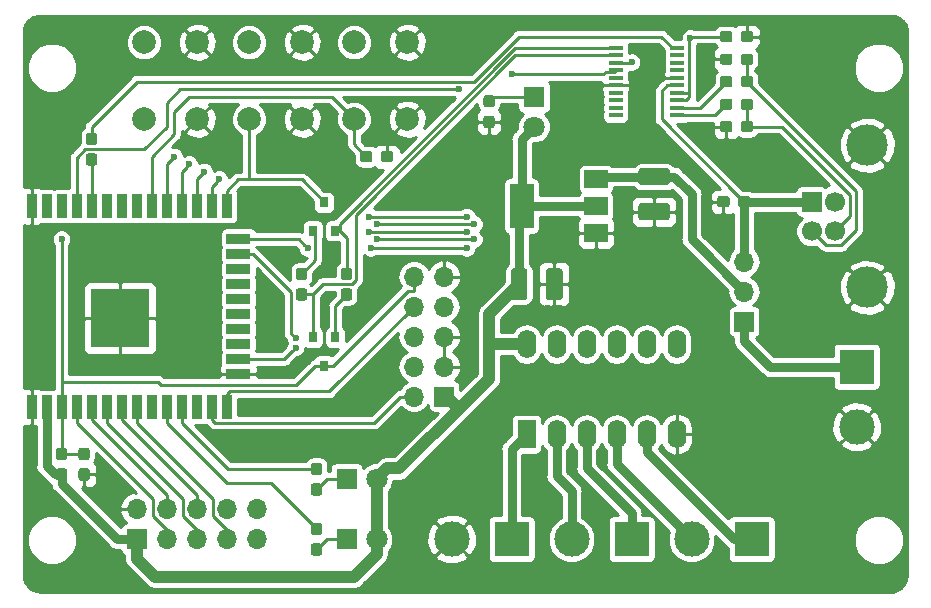
<source format=gbr>
G04 #@! TF.GenerationSoftware,KiCad,Pcbnew,(5.0.2)-1*
G04 #@! TF.CreationDate,2019-08-20T01:28:51+09:00*
G04 #@! TF.ProjectId,robocar-mainboard,726f626f-6361-4722-9d6d-61696e626f61,rev?*
G04 #@! TF.SameCoordinates,Original*
G04 #@! TF.FileFunction,Copper,L1,Top*
G04 #@! TF.FilePolarity,Positive*
%FSLAX46Y46*%
G04 Gerber Fmt 4.6, Leading zero omitted, Abs format (unit mm)*
G04 Created by KiCad (PCBNEW (5.0.2)-1) date 2019/08/20 1:28:51*
%MOMM*%
%LPD*%
G01*
G04 APERTURE LIST*
G04 #@! TA.AperFunction,Conductor*
%ADD10C,0.100000*%
G04 #@! TD*
G04 #@! TA.AperFunction,SMDPad,CuDef*
%ADD11C,1.425000*%
G04 #@! TD*
G04 #@! TA.AperFunction,SMDPad,CuDef*
%ADD12C,0.950000*%
G04 #@! TD*
G04 #@! TA.AperFunction,ComponentPad*
%ADD13R,1.800000X1.800000*%
G04 #@! TD*
G04 #@! TA.AperFunction,ComponentPad*
%ADD14C,1.800000*%
G04 #@! TD*
G04 #@! TA.AperFunction,ComponentPad*
%ADD15R,1.700000X1.700000*%
G04 #@! TD*
G04 #@! TA.AperFunction,ComponentPad*
%ADD16O,1.700000X1.700000*%
G04 #@! TD*
G04 #@! TA.AperFunction,ComponentPad*
%ADD17C,3.000000*%
G04 #@! TD*
G04 #@! TA.AperFunction,ComponentPad*
%ADD18R,3.000000X3.000000*%
G04 #@! TD*
G04 #@! TA.AperFunction,ComponentPad*
%ADD19C,1.700000*%
G04 #@! TD*
G04 #@! TA.AperFunction,ComponentPad*
%ADD20C,3.500000*%
G04 #@! TD*
G04 #@! TA.AperFunction,SMDPad,CuDef*
%ADD21R,0.800000X0.900000*%
G04 #@! TD*
G04 #@! TA.AperFunction,ComponentPad*
%ADD22C,2.000000*%
G04 #@! TD*
G04 #@! TA.AperFunction,SMDPad,CuDef*
%ADD23R,2.000000X3.800000*%
G04 #@! TD*
G04 #@! TA.AperFunction,SMDPad,CuDef*
%ADD24R,2.000000X1.500000*%
G04 #@! TD*
G04 #@! TA.AperFunction,SMDPad,CuDef*
%ADD25R,5.000000X5.000000*%
G04 #@! TD*
G04 #@! TA.AperFunction,SMDPad,CuDef*
%ADD26R,0.900000X2.000000*%
G04 #@! TD*
G04 #@! TA.AperFunction,SMDPad,CuDef*
%ADD27R,2.000000X0.900000*%
G04 #@! TD*
G04 #@! TA.AperFunction,SMDPad,CuDef*
%ADD28R,1.200000X0.400000*%
G04 #@! TD*
G04 #@! TA.AperFunction,ComponentPad*
%ADD29R,1.600000X2.400000*%
G04 #@! TD*
G04 #@! TA.AperFunction,ComponentPad*
%ADD30O,1.600000X2.400000*%
G04 #@! TD*
G04 #@! TA.AperFunction,ViaPad*
%ADD31C,0.600000*%
G04 #@! TD*
G04 #@! TA.AperFunction,Conductor*
%ADD32C,0.800000*%
G04 #@! TD*
G04 #@! TA.AperFunction,Conductor*
%ADD33C,0.250000*%
G04 #@! TD*
G04 #@! TA.AperFunction,Conductor*
%ADD34C,1.000000*%
G04 #@! TD*
G04 APERTURE END LIST*
D10*
G04 #@! TO.N,Net-(C1-Pad1)*
G04 #@! TO.C,C1*
G36*
X173184504Y-95591204D02*
X173208773Y-95594804D01*
X173232571Y-95600765D01*
X173255671Y-95609030D01*
X173277849Y-95619520D01*
X173298893Y-95632133D01*
X173318598Y-95646747D01*
X173336777Y-95663223D01*
X173353253Y-95681402D01*
X173367867Y-95701107D01*
X173380480Y-95722151D01*
X173390970Y-95744329D01*
X173399235Y-95767429D01*
X173405196Y-95791227D01*
X173408796Y-95815496D01*
X173410000Y-95840000D01*
X173410000Y-96765000D01*
X173408796Y-96789504D01*
X173405196Y-96813773D01*
X173399235Y-96837571D01*
X173390970Y-96860671D01*
X173380480Y-96882849D01*
X173367867Y-96903893D01*
X173353253Y-96923598D01*
X173336777Y-96941777D01*
X173318598Y-96958253D01*
X173298893Y-96972867D01*
X173277849Y-96985480D01*
X173255671Y-96995970D01*
X173232571Y-97004235D01*
X173208773Y-97010196D01*
X173184504Y-97013796D01*
X173160000Y-97015000D01*
X171010000Y-97015000D01*
X170985496Y-97013796D01*
X170961227Y-97010196D01*
X170937429Y-97004235D01*
X170914329Y-96995970D01*
X170892151Y-96985480D01*
X170871107Y-96972867D01*
X170851402Y-96958253D01*
X170833223Y-96941777D01*
X170816747Y-96923598D01*
X170802133Y-96903893D01*
X170789520Y-96882849D01*
X170779030Y-96860671D01*
X170770765Y-96837571D01*
X170764804Y-96813773D01*
X170761204Y-96789504D01*
X170760000Y-96765000D01*
X170760000Y-95840000D01*
X170761204Y-95815496D01*
X170764804Y-95791227D01*
X170770765Y-95767429D01*
X170779030Y-95744329D01*
X170789520Y-95722151D01*
X170802133Y-95701107D01*
X170816747Y-95681402D01*
X170833223Y-95663223D01*
X170851402Y-95646747D01*
X170871107Y-95632133D01*
X170892151Y-95619520D01*
X170914329Y-95609030D01*
X170937429Y-95600765D01*
X170961227Y-95594804D01*
X170985496Y-95591204D01*
X171010000Y-95590000D01*
X173160000Y-95590000D01*
X173184504Y-95591204D01*
X173184504Y-95591204D01*
G37*
D11*
G04 #@! TD*
G04 #@! TO.P,C1,1*
G04 #@! TO.N,Net-(C1-Pad1)*
X172085000Y-96302500D03*
D10*
G04 #@! TO.N,GND*
G04 #@! TO.C,C1*
G36*
X173184504Y-98566204D02*
X173208773Y-98569804D01*
X173232571Y-98575765D01*
X173255671Y-98584030D01*
X173277849Y-98594520D01*
X173298893Y-98607133D01*
X173318598Y-98621747D01*
X173336777Y-98638223D01*
X173353253Y-98656402D01*
X173367867Y-98676107D01*
X173380480Y-98697151D01*
X173390970Y-98719329D01*
X173399235Y-98742429D01*
X173405196Y-98766227D01*
X173408796Y-98790496D01*
X173410000Y-98815000D01*
X173410000Y-99740000D01*
X173408796Y-99764504D01*
X173405196Y-99788773D01*
X173399235Y-99812571D01*
X173390970Y-99835671D01*
X173380480Y-99857849D01*
X173367867Y-99878893D01*
X173353253Y-99898598D01*
X173336777Y-99916777D01*
X173318598Y-99933253D01*
X173298893Y-99947867D01*
X173277849Y-99960480D01*
X173255671Y-99970970D01*
X173232571Y-99979235D01*
X173208773Y-99985196D01*
X173184504Y-99988796D01*
X173160000Y-99990000D01*
X171010000Y-99990000D01*
X170985496Y-99988796D01*
X170961227Y-99985196D01*
X170937429Y-99979235D01*
X170914329Y-99970970D01*
X170892151Y-99960480D01*
X170871107Y-99947867D01*
X170851402Y-99933253D01*
X170833223Y-99916777D01*
X170816747Y-99898598D01*
X170802133Y-99878893D01*
X170789520Y-99857849D01*
X170779030Y-99835671D01*
X170770765Y-99812571D01*
X170764804Y-99788773D01*
X170761204Y-99764504D01*
X170760000Y-99740000D01*
X170760000Y-98815000D01*
X170761204Y-98790496D01*
X170764804Y-98766227D01*
X170770765Y-98742429D01*
X170779030Y-98719329D01*
X170789520Y-98697151D01*
X170802133Y-98676107D01*
X170816747Y-98656402D01*
X170833223Y-98638223D01*
X170851402Y-98621747D01*
X170871107Y-98607133D01*
X170892151Y-98594520D01*
X170914329Y-98584030D01*
X170937429Y-98575765D01*
X170961227Y-98569804D01*
X170985496Y-98566204D01*
X171010000Y-98565000D01*
X173160000Y-98565000D01*
X173184504Y-98566204D01*
X173184504Y-98566204D01*
G37*
D11*
G04 #@! TD*
G04 #@! TO.P,C1,2*
G04 #@! TO.N,GND*
X172085000Y-99277500D03*
D10*
G04 #@! TO.N,GND*
G04 #@! TO.C,C2*
G36*
X164116504Y-104086204D02*
X164140773Y-104089804D01*
X164164571Y-104095765D01*
X164187671Y-104104030D01*
X164209849Y-104114520D01*
X164230893Y-104127133D01*
X164250598Y-104141747D01*
X164268777Y-104158223D01*
X164285253Y-104176402D01*
X164299867Y-104196107D01*
X164312480Y-104217151D01*
X164322970Y-104239329D01*
X164331235Y-104262429D01*
X164337196Y-104286227D01*
X164340796Y-104310496D01*
X164342000Y-104335000D01*
X164342000Y-106485000D01*
X164340796Y-106509504D01*
X164337196Y-106533773D01*
X164331235Y-106557571D01*
X164322970Y-106580671D01*
X164312480Y-106602849D01*
X164299867Y-106623893D01*
X164285253Y-106643598D01*
X164268777Y-106661777D01*
X164250598Y-106678253D01*
X164230893Y-106692867D01*
X164209849Y-106705480D01*
X164187671Y-106715970D01*
X164164571Y-106724235D01*
X164140773Y-106730196D01*
X164116504Y-106733796D01*
X164092000Y-106735000D01*
X163167000Y-106735000D01*
X163142496Y-106733796D01*
X163118227Y-106730196D01*
X163094429Y-106724235D01*
X163071329Y-106715970D01*
X163049151Y-106705480D01*
X163028107Y-106692867D01*
X163008402Y-106678253D01*
X162990223Y-106661777D01*
X162973747Y-106643598D01*
X162959133Y-106623893D01*
X162946520Y-106602849D01*
X162936030Y-106580671D01*
X162927765Y-106557571D01*
X162921804Y-106533773D01*
X162918204Y-106509504D01*
X162917000Y-106485000D01*
X162917000Y-104335000D01*
X162918204Y-104310496D01*
X162921804Y-104286227D01*
X162927765Y-104262429D01*
X162936030Y-104239329D01*
X162946520Y-104217151D01*
X162959133Y-104196107D01*
X162973747Y-104176402D01*
X162990223Y-104158223D01*
X163008402Y-104141747D01*
X163028107Y-104127133D01*
X163049151Y-104114520D01*
X163071329Y-104104030D01*
X163094429Y-104095765D01*
X163118227Y-104089804D01*
X163142496Y-104086204D01*
X163167000Y-104085000D01*
X164092000Y-104085000D01*
X164116504Y-104086204D01*
X164116504Y-104086204D01*
G37*
D11*
G04 #@! TD*
G04 #@! TO.P,C2,2*
G04 #@! TO.N,GND*
X163629500Y-105410000D03*
D10*
G04 #@! TO.N,+3V3*
G04 #@! TO.C,C2*
G36*
X161141504Y-104086204D02*
X161165773Y-104089804D01*
X161189571Y-104095765D01*
X161212671Y-104104030D01*
X161234849Y-104114520D01*
X161255893Y-104127133D01*
X161275598Y-104141747D01*
X161293777Y-104158223D01*
X161310253Y-104176402D01*
X161324867Y-104196107D01*
X161337480Y-104217151D01*
X161347970Y-104239329D01*
X161356235Y-104262429D01*
X161362196Y-104286227D01*
X161365796Y-104310496D01*
X161367000Y-104335000D01*
X161367000Y-106485000D01*
X161365796Y-106509504D01*
X161362196Y-106533773D01*
X161356235Y-106557571D01*
X161347970Y-106580671D01*
X161337480Y-106602849D01*
X161324867Y-106623893D01*
X161310253Y-106643598D01*
X161293777Y-106661777D01*
X161275598Y-106678253D01*
X161255893Y-106692867D01*
X161234849Y-106705480D01*
X161212671Y-106715970D01*
X161189571Y-106724235D01*
X161165773Y-106730196D01*
X161141504Y-106733796D01*
X161117000Y-106735000D01*
X160192000Y-106735000D01*
X160167496Y-106733796D01*
X160143227Y-106730196D01*
X160119429Y-106724235D01*
X160096329Y-106715970D01*
X160074151Y-106705480D01*
X160053107Y-106692867D01*
X160033402Y-106678253D01*
X160015223Y-106661777D01*
X159998747Y-106643598D01*
X159984133Y-106623893D01*
X159971520Y-106602849D01*
X159961030Y-106580671D01*
X159952765Y-106557571D01*
X159946804Y-106533773D01*
X159943204Y-106509504D01*
X159942000Y-106485000D01*
X159942000Y-104335000D01*
X159943204Y-104310496D01*
X159946804Y-104286227D01*
X159952765Y-104262429D01*
X159961030Y-104239329D01*
X159971520Y-104217151D01*
X159984133Y-104196107D01*
X159998747Y-104176402D01*
X160015223Y-104158223D01*
X160033402Y-104141747D01*
X160053107Y-104127133D01*
X160074151Y-104114520D01*
X160096329Y-104104030D01*
X160119429Y-104095765D01*
X160143227Y-104089804D01*
X160167496Y-104086204D01*
X160192000Y-104085000D01*
X161117000Y-104085000D01*
X161141504Y-104086204D01*
X161141504Y-104086204D01*
G37*
D11*
G04 #@! TD*
G04 #@! TO.P,C2,1*
G04 #@! TO.N,+3V3*
X160654500Y-105410000D03*
D10*
G04 #@! TO.N,/EN*
G04 #@! TO.C,C3*
G36*
X124085779Y-119251144D02*
X124108834Y-119254563D01*
X124131443Y-119260227D01*
X124153387Y-119268079D01*
X124174457Y-119278044D01*
X124194448Y-119290026D01*
X124213168Y-119303910D01*
X124230438Y-119319562D01*
X124246090Y-119336832D01*
X124259974Y-119355552D01*
X124271956Y-119375543D01*
X124281921Y-119396613D01*
X124289773Y-119418557D01*
X124295437Y-119441166D01*
X124298856Y-119464221D01*
X124300000Y-119487500D01*
X124300000Y-120062500D01*
X124298856Y-120085779D01*
X124295437Y-120108834D01*
X124289773Y-120131443D01*
X124281921Y-120153387D01*
X124271956Y-120174457D01*
X124259974Y-120194448D01*
X124246090Y-120213168D01*
X124230438Y-120230438D01*
X124213168Y-120246090D01*
X124194448Y-120259974D01*
X124174457Y-120271956D01*
X124153387Y-120281921D01*
X124131443Y-120289773D01*
X124108834Y-120295437D01*
X124085779Y-120298856D01*
X124062500Y-120300000D01*
X123587500Y-120300000D01*
X123564221Y-120298856D01*
X123541166Y-120295437D01*
X123518557Y-120289773D01*
X123496613Y-120281921D01*
X123475543Y-120271956D01*
X123455552Y-120259974D01*
X123436832Y-120246090D01*
X123419562Y-120230438D01*
X123403910Y-120213168D01*
X123390026Y-120194448D01*
X123378044Y-120174457D01*
X123368079Y-120153387D01*
X123360227Y-120131443D01*
X123354563Y-120108834D01*
X123351144Y-120085779D01*
X123350000Y-120062500D01*
X123350000Y-119487500D01*
X123351144Y-119464221D01*
X123354563Y-119441166D01*
X123360227Y-119418557D01*
X123368079Y-119396613D01*
X123378044Y-119375543D01*
X123390026Y-119355552D01*
X123403910Y-119336832D01*
X123419562Y-119319562D01*
X123436832Y-119303910D01*
X123455552Y-119290026D01*
X123475543Y-119278044D01*
X123496613Y-119268079D01*
X123518557Y-119260227D01*
X123541166Y-119254563D01*
X123564221Y-119251144D01*
X123587500Y-119250000D01*
X124062500Y-119250000D01*
X124085779Y-119251144D01*
X124085779Y-119251144D01*
G37*
D12*
G04 #@! TD*
G04 #@! TO.P,C3,2*
G04 #@! TO.N,/EN*
X123825000Y-119775000D03*
D10*
G04 #@! TO.N,GND*
G04 #@! TO.C,C3*
G36*
X124085779Y-121001144D02*
X124108834Y-121004563D01*
X124131443Y-121010227D01*
X124153387Y-121018079D01*
X124174457Y-121028044D01*
X124194448Y-121040026D01*
X124213168Y-121053910D01*
X124230438Y-121069562D01*
X124246090Y-121086832D01*
X124259974Y-121105552D01*
X124271956Y-121125543D01*
X124281921Y-121146613D01*
X124289773Y-121168557D01*
X124295437Y-121191166D01*
X124298856Y-121214221D01*
X124300000Y-121237500D01*
X124300000Y-121812500D01*
X124298856Y-121835779D01*
X124295437Y-121858834D01*
X124289773Y-121881443D01*
X124281921Y-121903387D01*
X124271956Y-121924457D01*
X124259974Y-121944448D01*
X124246090Y-121963168D01*
X124230438Y-121980438D01*
X124213168Y-121996090D01*
X124194448Y-122009974D01*
X124174457Y-122021956D01*
X124153387Y-122031921D01*
X124131443Y-122039773D01*
X124108834Y-122045437D01*
X124085779Y-122048856D01*
X124062500Y-122050000D01*
X123587500Y-122050000D01*
X123564221Y-122048856D01*
X123541166Y-122045437D01*
X123518557Y-122039773D01*
X123496613Y-122031921D01*
X123475543Y-122021956D01*
X123455552Y-122009974D01*
X123436832Y-121996090D01*
X123419562Y-121980438D01*
X123403910Y-121963168D01*
X123390026Y-121944448D01*
X123378044Y-121924457D01*
X123368079Y-121903387D01*
X123360227Y-121881443D01*
X123354563Y-121858834D01*
X123351144Y-121835779D01*
X123350000Y-121812500D01*
X123350000Y-121237500D01*
X123351144Y-121214221D01*
X123354563Y-121191166D01*
X123360227Y-121168557D01*
X123368079Y-121146613D01*
X123378044Y-121125543D01*
X123390026Y-121105552D01*
X123403910Y-121086832D01*
X123419562Y-121069562D01*
X123436832Y-121053910D01*
X123455552Y-121040026D01*
X123475543Y-121028044D01*
X123496613Y-121018079D01*
X123518557Y-121010227D01*
X123541166Y-121004563D01*
X123564221Y-121001144D01*
X123587500Y-121000000D01*
X124062500Y-121000000D01*
X124085779Y-121001144D01*
X124085779Y-121001144D01*
G37*
D12*
G04 #@! TD*
G04 #@! TO.P,C3,1*
G04 #@! TO.N,GND*
X123825000Y-121525000D03*
D10*
G04 #@! TO.N,VBUS*
G04 #@! TO.C,C4*
G36*
X180015779Y-97951144D02*
X180038834Y-97954563D01*
X180061443Y-97960227D01*
X180083387Y-97968079D01*
X180104457Y-97978044D01*
X180124448Y-97990026D01*
X180143168Y-98003910D01*
X180160438Y-98019562D01*
X180176090Y-98036832D01*
X180189974Y-98055552D01*
X180201956Y-98075543D01*
X180211921Y-98096613D01*
X180219773Y-98118557D01*
X180225437Y-98141166D01*
X180228856Y-98164221D01*
X180230000Y-98187500D01*
X180230000Y-98662500D01*
X180228856Y-98685779D01*
X180225437Y-98708834D01*
X180219773Y-98731443D01*
X180211921Y-98753387D01*
X180201956Y-98774457D01*
X180189974Y-98794448D01*
X180176090Y-98813168D01*
X180160438Y-98830438D01*
X180143168Y-98846090D01*
X180124448Y-98859974D01*
X180104457Y-98871956D01*
X180083387Y-98881921D01*
X180061443Y-98889773D01*
X180038834Y-98895437D01*
X180015779Y-98898856D01*
X179992500Y-98900000D01*
X179417500Y-98900000D01*
X179394221Y-98898856D01*
X179371166Y-98895437D01*
X179348557Y-98889773D01*
X179326613Y-98881921D01*
X179305543Y-98871956D01*
X179285552Y-98859974D01*
X179266832Y-98846090D01*
X179249562Y-98830438D01*
X179233910Y-98813168D01*
X179220026Y-98794448D01*
X179208044Y-98774457D01*
X179198079Y-98753387D01*
X179190227Y-98731443D01*
X179184563Y-98708834D01*
X179181144Y-98685779D01*
X179180000Y-98662500D01*
X179180000Y-98187500D01*
X179181144Y-98164221D01*
X179184563Y-98141166D01*
X179190227Y-98118557D01*
X179198079Y-98096613D01*
X179208044Y-98075543D01*
X179220026Y-98055552D01*
X179233910Y-98036832D01*
X179249562Y-98019562D01*
X179266832Y-98003910D01*
X179285552Y-97990026D01*
X179305543Y-97978044D01*
X179326613Y-97968079D01*
X179348557Y-97960227D01*
X179371166Y-97954563D01*
X179394221Y-97951144D01*
X179417500Y-97950000D01*
X179992500Y-97950000D01*
X180015779Y-97951144D01*
X180015779Y-97951144D01*
G37*
D12*
G04 #@! TD*
G04 #@! TO.P,C4,1*
G04 #@! TO.N,VBUS*
X179705000Y-98425000D03*
D10*
G04 #@! TO.N,GND*
G04 #@! TO.C,C4*
G36*
X178265779Y-97951144D02*
X178288834Y-97954563D01*
X178311443Y-97960227D01*
X178333387Y-97968079D01*
X178354457Y-97978044D01*
X178374448Y-97990026D01*
X178393168Y-98003910D01*
X178410438Y-98019562D01*
X178426090Y-98036832D01*
X178439974Y-98055552D01*
X178451956Y-98075543D01*
X178461921Y-98096613D01*
X178469773Y-98118557D01*
X178475437Y-98141166D01*
X178478856Y-98164221D01*
X178480000Y-98187500D01*
X178480000Y-98662500D01*
X178478856Y-98685779D01*
X178475437Y-98708834D01*
X178469773Y-98731443D01*
X178461921Y-98753387D01*
X178451956Y-98774457D01*
X178439974Y-98794448D01*
X178426090Y-98813168D01*
X178410438Y-98830438D01*
X178393168Y-98846090D01*
X178374448Y-98859974D01*
X178354457Y-98871956D01*
X178333387Y-98881921D01*
X178311443Y-98889773D01*
X178288834Y-98895437D01*
X178265779Y-98898856D01*
X178242500Y-98900000D01*
X177667500Y-98900000D01*
X177644221Y-98898856D01*
X177621166Y-98895437D01*
X177598557Y-98889773D01*
X177576613Y-98881921D01*
X177555543Y-98871956D01*
X177535552Y-98859974D01*
X177516832Y-98846090D01*
X177499562Y-98830438D01*
X177483910Y-98813168D01*
X177470026Y-98794448D01*
X177458044Y-98774457D01*
X177448079Y-98753387D01*
X177440227Y-98731443D01*
X177434563Y-98708834D01*
X177431144Y-98685779D01*
X177430000Y-98662500D01*
X177430000Y-98187500D01*
X177431144Y-98164221D01*
X177434563Y-98141166D01*
X177440227Y-98118557D01*
X177448079Y-98096613D01*
X177458044Y-98075543D01*
X177470026Y-98055552D01*
X177483910Y-98036832D01*
X177499562Y-98019562D01*
X177516832Y-98003910D01*
X177535552Y-97990026D01*
X177555543Y-97978044D01*
X177576613Y-97968079D01*
X177598557Y-97960227D01*
X177621166Y-97954563D01*
X177644221Y-97951144D01*
X177667500Y-97950000D01*
X178242500Y-97950000D01*
X178265779Y-97951144D01*
X178265779Y-97951144D01*
G37*
D12*
G04 #@! TD*
G04 #@! TO.P,C4,2*
G04 #@! TO.N,GND*
X177955000Y-98425000D03*
D10*
G04 #@! TO.N,GND*
G04 #@! TO.C,C5*
G36*
X178505779Y-85886144D02*
X178528834Y-85889563D01*
X178551443Y-85895227D01*
X178573387Y-85903079D01*
X178594457Y-85913044D01*
X178614448Y-85925026D01*
X178633168Y-85938910D01*
X178650438Y-85954562D01*
X178666090Y-85971832D01*
X178679974Y-85990552D01*
X178691956Y-86010543D01*
X178701921Y-86031613D01*
X178709773Y-86053557D01*
X178715437Y-86076166D01*
X178718856Y-86099221D01*
X178720000Y-86122500D01*
X178720000Y-86597500D01*
X178718856Y-86620779D01*
X178715437Y-86643834D01*
X178709773Y-86666443D01*
X178701921Y-86688387D01*
X178691956Y-86709457D01*
X178679974Y-86729448D01*
X178666090Y-86748168D01*
X178650438Y-86765438D01*
X178633168Y-86781090D01*
X178614448Y-86794974D01*
X178594457Y-86806956D01*
X178573387Y-86816921D01*
X178551443Y-86824773D01*
X178528834Y-86830437D01*
X178505779Y-86833856D01*
X178482500Y-86835000D01*
X177907500Y-86835000D01*
X177884221Y-86833856D01*
X177861166Y-86830437D01*
X177838557Y-86824773D01*
X177816613Y-86816921D01*
X177795543Y-86806956D01*
X177775552Y-86794974D01*
X177756832Y-86781090D01*
X177739562Y-86765438D01*
X177723910Y-86748168D01*
X177710026Y-86729448D01*
X177698044Y-86709457D01*
X177688079Y-86688387D01*
X177680227Y-86666443D01*
X177674563Y-86643834D01*
X177671144Y-86620779D01*
X177670000Y-86597500D01*
X177670000Y-86122500D01*
X177671144Y-86099221D01*
X177674563Y-86076166D01*
X177680227Y-86053557D01*
X177688079Y-86031613D01*
X177698044Y-86010543D01*
X177710026Y-85990552D01*
X177723910Y-85971832D01*
X177739562Y-85954562D01*
X177756832Y-85938910D01*
X177775552Y-85925026D01*
X177795543Y-85913044D01*
X177816613Y-85903079D01*
X177838557Y-85895227D01*
X177861166Y-85889563D01*
X177884221Y-85886144D01*
X177907500Y-85885000D01*
X178482500Y-85885000D01*
X178505779Y-85886144D01*
X178505779Y-85886144D01*
G37*
D12*
G04 #@! TD*
G04 #@! TO.P,C5,2*
G04 #@! TO.N,GND*
X178195000Y-86360000D03*
D10*
G04 #@! TO.N,Net-(C5-Pad1)*
G04 #@! TO.C,C5*
G36*
X180255779Y-85886144D02*
X180278834Y-85889563D01*
X180301443Y-85895227D01*
X180323387Y-85903079D01*
X180344457Y-85913044D01*
X180364448Y-85925026D01*
X180383168Y-85938910D01*
X180400438Y-85954562D01*
X180416090Y-85971832D01*
X180429974Y-85990552D01*
X180441956Y-86010543D01*
X180451921Y-86031613D01*
X180459773Y-86053557D01*
X180465437Y-86076166D01*
X180468856Y-86099221D01*
X180470000Y-86122500D01*
X180470000Y-86597500D01*
X180468856Y-86620779D01*
X180465437Y-86643834D01*
X180459773Y-86666443D01*
X180451921Y-86688387D01*
X180441956Y-86709457D01*
X180429974Y-86729448D01*
X180416090Y-86748168D01*
X180400438Y-86765438D01*
X180383168Y-86781090D01*
X180364448Y-86794974D01*
X180344457Y-86806956D01*
X180323387Y-86816921D01*
X180301443Y-86824773D01*
X180278834Y-86830437D01*
X180255779Y-86833856D01*
X180232500Y-86835000D01*
X179657500Y-86835000D01*
X179634221Y-86833856D01*
X179611166Y-86830437D01*
X179588557Y-86824773D01*
X179566613Y-86816921D01*
X179545543Y-86806956D01*
X179525552Y-86794974D01*
X179506832Y-86781090D01*
X179489562Y-86765438D01*
X179473910Y-86748168D01*
X179460026Y-86729448D01*
X179448044Y-86709457D01*
X179438079Y-86688387D01*
X179430227Y-86666443D01*
X179424563Y-86643834D01*
X179421144Y-86620779D01*
X179420000Y-86597500D01*
X179420000Y-86122500D01*
X179421144Y-86099221D01*
X179424563Y-86076166D01*
X179430227Y-86053557D01*
X179438079Y-86031613D01*
X179448044Y-86010543D01*
X179460026Y-85990552D01*
X179473910Y-85971832D01*
X179489562Y-85954562D01*
X179506832Y-85938910D01*
X179525552Y-85925026D01*
X179545543Y-85913044D01*
X179566613Y-85903079D01*
X179588557Y-85895227D01*
X179611166Y-85889563D01*
X179634221Y-85886144D01*
X179657500Y-85885000D01*
X180232500Y-85885000D01*
X180255779Y-85886144D01*
X180255779Y-85886144D01*
G37*
D12*
G04 #@! TD*
G04 #@! TO.P,C5,1*
G04 #@! TO.N,Net-(C5-Pad1)*
X179945000Y-86360000D03*
D10*
G04 #@! TO.N,Net-(C6-Pad1)*
G04 #@! TO.C,C6*
G36*
X180255779Y-91601144D02*
X180278834Y-91604563D01*
X180301443Y-91610227D01*
X180323387Y-91618079D01*
X180344457Y-91628044D01*
X180364448Y-91640026D01*
X180383168Y-91653910D01*
X180400438Y-91669562D01*
X180416090Y-91686832D01*
X180429974Y-91705552D01*
X180441956Y-91725543D01*
X180451921Y-91746613D01*
X180459773Y-91768557D01*
X180465437Y-91791166D01*
X180468856Y-91814221D01*
X180470000Y-91837500D01*
X180470000Y-92312500D01*
X180468856Y-92335779D01*
X180465437Y-92358834D01*
X180459773Y-92381443D01*
X180451921Y-92403387D01*
X180441956Y-92424457D01*
X180429974Y-92444448D01*
X180416090Y-92463168D01*
X180400438Y-92480438D01*
X180383168Y-92496090D01*
X180364448Y-92509974D01*
X180344457Y-92521956D01*
X180323387Y-92531921D01*
X180301443Y-92539773D01*
X180278834Y-92545437D01*
X180255779Y-92548856D01*
X180232500Y-92550000D01*
X179657500Y-92550000D01*
X179634221Y-92548856D01*
X179611166Y-92545437D01*
X179588557Y-92539773D01*
X179566613Y-92531921D01*
X179545543Y-92521956D01*
X179525552Y-92509974D01*
X179506832Y-92496090D01*
X179489562Y-92480438D01*
X179473910Y-92463168D01*
X179460026Y-92444448D01*
X179448044Y-92424457D01*
X179438079Y-92403387D01*
X179430227Y-92381443D01*
X179424563Y-92358834D01*
X179421144Y-92335779D01*
X179420000Y-92312500D01*
X179420000Y-91837500D01*
X179421144Y-91814221D01*
X179424563Y-91791166D01*
X179430227Y-91768557D01*
X179438079Y-91746613D01*
X179448044Y-91725543D01*
X179460026Y-91705552D01*
X179473910Y-91686832D01*
X179489562Y-91669562D01*
X179506832Y-91653910D01*
X179525552Y-91640026D01*
X179545543Y-91628044D01*
X179566613Y-91618079D01*
X179588557Y-91610227D01*
X179611166Y-91604563D01*
X179634221Y-91601144D01*
X179657500Y-91600000D01*
X180232500Y-91600000D01*
X180255779Y-91601144D01*
X180255779Y-91601144D01*
G37*
D12*
G04 #@! TD*
G04 #@! TO.P,C6,1*
G04 #@! TO.N,Net-(C6-Pad1)*
X179945000Y-92075000D03*
D10*
G04 #@! TO.N,GND*
G04 #@! TO.C,C6*
G36*
X178505779Y-91601144D02*
X178528834Y-91604563D01*
X178551443Y-91610227D01*
X178573387Y-91618079D01*
X178594457Y-91628044D01*
X178614448Y-91640026D01*
X178633168Y-91653910D01*
X178650438Y-91669562D01*
X178666090Y-91686832D01*
X178679974Y-91705552D01*
X178691956Y-91725543D01*
X178701921Y-91746613D01*
X178709773Y-91768557D01*
X178715437Y-91791166D01*
X178718856Y-91814221D01*
X178720000Y-91837500D01*
X178720000Y-92312500D01*
X178718856Y-92335779D01*
X178715437Y-92358834D01*
X178709773Y-92381443D01*
X178701921Y-92403387D01*
X178691956Y-92424457D01*
X178679974Y-92444448D01*
X178666090Y-92463168D01*
X178650438Y-92480438D01*
X178633168Y-92496090D01*
X178614448Y-92509974D01*
X178594457Y-92521956D01*
X178573387Y-92531921D01*
X178551443Y-92539773D01*
X178528834Y-92545437D01*
X178505779Y-92548856D01*
X178482500Y-92550000D01*
X177907500Y-92550000D01*
X177884221Y-92548856D01*
X177861166Y-92545437D01*
X177838557Y-92539773D01*
X177816613Y-92531921D01*
X177795543Y-92521956D01*
X177775552Y-92509974D01*
X177756832Y-92496090D01*
X177739562Y-92480438D01*
X177723910Y-92463168D01*
X177710026Y-92444448D01*
X177698044Y-92424457D01*
X177688079Y-92403387D01*
X177680227Y-92381443D01*
X177674563Y-92358834D01*
X177671144Y-92335779D01*
X177670000Y-92312500D01*
X177670000Y-91837500D01*
X177671144Y-91814221D01*
X177674563Y-91791166D01*
X177680227Y-91768557D01*
X177688079Y-91746613D01*
X177698044Y-91725543D01*
X177710026Y-91705552D01*
X177723910Y-91686832D01*
X177739562Y-91669562D01*
X177756832Y-91653910D01*
X177775552Y-91640026D01*
X177795543Y-91628044D01*
X177816613Y-91618079D01*
X177838557Y-91610227D01*
X177861166Y-91604563D01*
X177884221Y-91601144D01*
X177907500Y-91600000D01*
X178482500Y-91600000D01*
X178505779Y-91601144D01*
X178505779Y-91601144D01*
G37*
D12*
G04 #@! TD*
G04 #@! TO.P,C6,2*
G04 #@! TO.N,GND*
X178195000Y-92075000D03*
D10*
G04 #@! TO.N,Net-(C7-Pad1)*
G04 #@! TO.C,C7*
G36*
X178505779Y-83981144D02*
X178528834Y-83984563D01*
X178551443Y-83990227D01*
X178573387Y-83998079D01*
X178594457Y-84008044D01*
X178614448Y-84020026D01*
X178633168Y-84033910D01*
X178650438Y-84049562D01*
X178666090Y-84066832D01*
X178679974Y-84085552D01*
X178691956Y-84105543D01*
X178701921Y-84126613D01*
X178709773Y-84148557D01*
X178715437Y-84171166D01*
X178718856Y-84194221D01*
X178720000Y-84217500D01*
X178720000Y-84692500D01*
X178718856Y-84715779D01*
X178715437Y-84738834D01*
X178709773Y-84761443D01*
X178701921Y-84783387D01*
X178691956Y-84804457D01*
X178679974Y-84824448D01*
X178666090Y-84843168D01*
X178650438Y-84860438D01*
X178633168Y-84876090D01*
X178614448Y-84889974D01*
X178594457Y-84901956D01*
X178573387Y-84911921D01*
X178551443Y-84919773D01*
X178528834Y-84925437D01*
X178505779Y-84928856D01*
X178482500Y-84930000D01*
X177907500Y-84930000D01*
X177884221Y-84928856D01*
X177861166Y-84925437D01*
X177838557Y-84919773D01*
X177816613Y-84911921D01*
X177795543Y-84901956D01*
X177775552Y-84889974D01*
X177756832Y-84876090D01*
X177739562Y-84860438D01*
X177723910Y-84843168D01*
X177710026Y-84824448D01*
X177698044Y-84804457D01*
X177688079Y-84783387D01*
X177680227Y-84761443D01*
X177674563Y-84738834D01*
X177671144Y-84715779D01*
X177670000Y-84692500D01*
X177670000Y-84217500D01*
X177671144Y-84194221D01*
X177674563Y-84171166D01*
X177680227Y-84148557D01*
X177688079Y-84126613D01*
X177698044Y-84105543D01*
X177710026Y-84085552D01*
X177723910Y-84066832D01*
X177739562Y-84049562D01*
X177756832Y-84033910D01*
X177775552Y-84020026D01*
X177795543Y-84008044D01*
X177816613Y-83998079D01*
X177838557Y-83990227D01*
X177861166Y-83984563D01*
X177884221Y-83981144D01*
X177907500Y-83980000D01*
X178482500Y-83980000D01*
X178505779Y-83981144D01*
X178505779Y-83981144D01*
G37*
D12*
G04 #@! TD*
G04 #@! TO.P,C7,1*
G04 #@! TO.N,Net-(C7-Pad1)*
X178195000Y-84455000D03*
D10*
G04 #@! TO.N,GND*
G04 #@! TO.C,C7*
G36*
X180255779Y-83981144D02*
X180278834Y-83984563D01*
X180301443Y-83990227D01*
X180323387Y-83998079D01*
X180344457Y-84008044D01*
X180364448Y-84020026D01*
X180383168Y-84033910D01*
X180400438Y-84049562D01*
X180416090Y-84066832D01*
X180429974Y-84085552D01*
X180441956Y-84105543D01*
X180451921Y-84126613D01*
X180459773Y-84148557D01*
X180465437Y-84171166D01*
X180468856Y-84194221D01*
X180470000Y-84217500D01*
X180470000Y-84692500D01*
X180468856Y-84715779D01*
X180465437Y-84738834D01*
X180459773Y-84761443D01*
X180451921Y-84783387D01*
X180441956Y-84804457D01*
X180429974Y-84824448D01*
X180416090Y-84843168D01*
X180400438Y-84860438D01*
X180383168Y-84876090D01*
X180364448Y-84889974D01*
X180344457Y-84901956D01*
X180323387Y-84911921D01*
X180301443Y-84919773D01*
X180278834Y-84925437D01*
X180255779Y-84928856D01*
X180232500Y-84930000D01*
X179657500Y-84930000D01*
X179634221Y-84928856D01*
X179611166Y-84925437D01*
X179588557Y-84919773D01*
X179566613Y-84911921D01*
X179545543Y-84901956D01*
X179525552Y-84889974D01*
X179506832Y-84876090D01*
X179489562Y-84860438D01*
X179473910Y-84843168D01*
X179460026Y-84824448D01*
X179448044Y-84804457D01*
X179438079Y-84783387D01*
X179430227Y-84761443D01*
X179424563Y-84738834D01*
X179421144Y-84715779D01*
X179420000Y-84692500D01*
X179420000Y-84217500D01*
X179421144Y-84194221D01*
X179424563Y-84171166D01*
X179430227Y-84148557D01*
X179438079Y-84126613D01*
X179448044Y-84105543D01*
X179460026Y-84085552D01*
X179473910Y-84066832D01*
X179489562Y-84049562D01*
X179506832Y-84033910D01*
X179525552Y-84020026D01*
X179545543Y-84008044D01*
X179566613Y-83998079D01*
X179588557Y-83990227D01*
X179611166Y-83984563D01*
X179634221Y-83981144D01*
X179657500Y-83980000D01*
X180232500Y-83980000D01*
X180255779Y-83981144D01*
X180255779Y-83981144D01*
G37*
D12*
G04 #@! TD*
G04 #@! TO.P,C7,2*
G04 #@! TO.N,GND*
X179945000Y-84455000D03*
D10*
G04 #@! TO.N,GND*
G04 #@! TO.C,C8*
G36*
X149775779Y-94141144D02*
X149798834Y-94144563D01*
X149821443Y-94150227D01*
X149843387Y-94158079D01*
X149864457Y-94168044D01*
X149884448Y-94180026D01*
X149903168Y-94193910D01*
X149920438Y-94209562D01*
X149936090Y-94226832D01*
X149949974Y-94245552D01*
X149961956Y-94265543D01*
X149971921Y-94286613D01*
X149979773Y-94308557D01*
X149985437Y-94331166D01*
X149988856Y-94354221D01*
X149990000Y-94377500D01*
X149990000Y-94852500D01*
X149988856Y-94875779D01*
X149985437Y-94898834D01*
X149979773Y-94921443D01*
X149971921Y-94943387D01*
X149961956Y-94964457D01*
X149949974Y-94984448D01*
X149936090Y-95003168D01*
X149920438Y-95020438D01*
X149903168Y-95036090D01*
X149884448Y-95049974D01*
X149864457Y-95061956D01*
X149843387Y-95071921D01*
X149821443Y-95079773D01*
X149798834Y-95085437D01*
X149775779Y-95088856D01*
X149752500Y-95090000D01*
X149177500Y-95090000D01*
X149154221Y-95088856D01*
X149131166Y-95085437D01*
X149108557Y-95079773D01*
X149086613Y-95071921D01*
X149065543Y-95061956D01*
X149045552Y-95049974D01*
X149026832Y-95036090D01*
X149009562Y-95020438D01*
X148993910Y-95003168D01*
X148980026Y-94984448D01*
X148968044Y-94964457D01*
X148958079Y-94943387D01*
X148950227Y-94921443D01*
X148944563Y-94898834D01*
X148941144Y-94875779D01*
X148940000Y-94852500D01*
X148940000Y-94377500D01*
X148941144Y-94354221D01*
X148944563Y-94331166D01*
X148950227Y-94308557D01*
X148958079Y-94286613D01*
X148968044Y-94265543D01*
X148980026Y-94245552D01*
X148993910Y-94226832D01*
X149009562Y-94209562D01*
X149026832Y-94193910D01*
X149045552Y-94180026D01*
X149065543Y-94168044D01*
X149086613Y-94158079D01*
X149108557Y-94150227D01*
X149131166Y-94144563D01*
X149154221Y-94141144D01*
X149177500Y-94140000D01*
X149752500Y-94140000D01*
X149775779Y-94141144D01*
X149775779Y-94141144D01*
G37*
D12*
G04 #@! TD*
G04 #@! TO.P,C8,2*
G04 #@! TO.N,GND*
X149465000Y-94615000D03*
D10*
G04 #@! TO.N,Net-(C8-Pad1)*
G04 #@! TO.C,C8*
G36*
X148025779Y-94141144D02*
X148048834Y-94144563D01*
X148071443Y-94150227D01*
X148093387Y-94158079D01*
X148114457Y-94168044D01*
X148134448Y-94180026D01*
X148153168Y-94193910D01*
X148170438Y-94209562D01*
X148186090Y-94226832D01*
X148199974Y-94245552D01*
X148211956Y-94265543D01*
X148221921Y-94286613D01*
X148229773Y-94308557D01*
X148235437Y-94331166D01*
X148238856Y-94354221D01*
X148240000Y-94377500D01*
X148240000Y-94852500D01*
X148238856Y-94875779D01*
X148235437Y-94898834D01*
X148229773Y-94921443D01*
X148221921Y-94943387D01*
X148211956Y-94964457D01*
X148199974Y-94984448D01*
X148186090Y-95003168D01*
X148170438Y-95020438D01*
X148153168Y-95036090D01*
X148134448Y-95049974D01*
X148114457Y-95061956D01*
X148093387Y-95071921D01*
X148071443Y-95079773D01*
X148048834Y-95085437D01*
X148025779Y-95088856D01*
X148002500Y-95090000D01*
X147427500Y-95090000D01*
X147404221Y-95088856D01*
X147381166Y-95085437D01*
X147358557Y-95079773D01*
X147336613Y-95071921D01*
X147315543Y-95061956D01*
X147295552Y-95049974D01*
X147276832Y-95036090D01*
X147259562Y-95020438D01*
X147243910Y-95003168D01*
X147230026Y-94984448D01*
X147218044Y-94964457D01*
X147208079Y-94943387D01*
X147200227Y-94921443D01*
X147194563Y-94898834D01*
X147191144Y-94875779D01*
X147190000Y-94852500D01*
X147190000Y-94377500D01*
X147191144Y-94354221D01*
X147194563Y-94331166D01*
X147200227Y-94308557D01*
X147208079Y-94286613D01*
X147218044Y-94265543D01*
X147230026Y-94245552D01*
X147243910Y-94226832D01*
X147259562Y-94209562D01*
X147276832Y-94193910D01*
X147295552Y-94180026D01*
X147315543Y-94168044D01*
X147336613Y-94158079D01*
X147358557Y-94150227D01*
X147381166Y-94144563D01*
X147404221Y-94141144D01*
X147427500Y-94140000D01*
X148002500Y-94140000D01*
X148025779Y-94141144D01*
X148025779Y-94141144D01*
G37*
D12*
G04 #@! TD*
G04 #@! TO.P,C8,1*
G04 #@! TO.N,Net-(C8-Pad1)*
X147715000Y-94615000D03*
D13*
G04 #@! TO.P,D1,1*
G04 #@! TO.N,Net-(D1-Pad1)*
X161925000Y-89535000D03*
D14*
G04 #@! TO.P,D1,2*
G04 #@! TO.N,+3V3*
X161925000Y-92075000D03*
G04 #@! TD*
G04 #@! TO.P,D2,2*
G04 #@! TO.N,+3V3*
X148590000Y-127000000D03*
D13*
G04 #@! TO.P,D2,1*
G04 #@! TO.N,Net-(D2-Pad1)*
X146050000Y-127000000D03*
G04 #@! TD*
G04 #@! TO.P,D3,1*
G04 #@! TO.N,Net-(D3-Pad1)*
X146050000Y-121920000D03*
D14*
G04 #@! TO.P,D3,2*
G04 #@! TO.N,+3V3*
X148590000Y-121920000D03*
G04 #@! TD*
D15*
G04 #@! TO.P,J1,1*
G04 #@! TO.N,Net-(J1-Pad1)*
X179705000Y-108585000D03*
D16*
G04 #@! TO.P,J1,2*
G04 #@! TO.N,Net-(C1-Pad1)*
X179705000Y-106045000D03*
G04 #@! TO.P,J1,3*
G04 #@! TO.N,VBUS*
X179705000Y-103505000D03*
G04 #@! TD*
D17*
G04 #@! TO.P,J2,2*
G04 #@! TO.N,GND*
X189230000Y-117475000D03*
D18*
G04 #@! TO.P,J2,1*
G04 #@! TO.N,Net-(J1-Pad1)*
X189230000Y-112395000D03*
G04 #@! TD*
D15*
G04 #@! TO.P,J3,1*
G04 #@! TO.N,VBUS*
X185420000Y-98425000D03*
D19*
G04 #@! TO.P,J3,2*
G04 #@! TO.N,Net-(C5-Pad1)*
X185420000Y-100925000D03*
G04 #@! TO.P,J3,3*
G04 #@! TO.N,Net-(C6-Pad1)*
X187420000Y-100925000D03*
G04 #@! TO.P,J3,4*
G04 #@! TO.N,GND*
X187420000Y-98425000D03*
D20*
G04 #@! TO.P,J3,5*
X190130000Y-93655000D03*
X190130000Y-105695000D03*
G04 #@! TD*
D16*
G04 #@! TO.P,J4,10*
G04 #@! TO.N,/EN*
X151765000Y-104775000D03*
G04 #@! TO.P,J4,9*
G04 #@! TO.N,GND*
X154305000Y-104775000D03*
G04 #@! TO.P,J4,8*
G04 #@! TO.N,/TDI*
X151765000Y-107315000D03*
G04 #@! TO.P,J4,7*
G04 #@! TO.N,Net-(J4-Pad7)*
X154305000Y-107315000D03*
G04 #@! TO.P,J4,6*
G04 #@! TO.N,/TDO*
X151765000Y-109855000D03*
G04 #@! TO.P,J4,5*
G04 #@! TO.N,GND*
X154305000Y-109855000D03*
G04 #@! TO.P,J4,4*
G04 #@! TO.N,/TCK*
X151765000Y-112395000D03*
G04 #@! TO.P,J4,3*
G04 #@! TO.N,GND*
X154305000Y-112395000D03*
G04 #@! TO.P,J4,2*
G04 #@! TO.N,/TMS*
X151765000Y-114935000D03*
D15*
G04 #@! TO.P,J4,1*
G04 #@! TO.N,+3V3*
X154305000Y-114935000D03*
G04 #@! TD*
G04 #@! TO.P,J5,1*
G04 #@! TO.N,+3V3*
X128270000Y-127000000D03*
D16*
G04 #@! TO.P,J5,2*
G04 #@! TO.N,GND*
X128270000Y-124460000D03*
G04 #@! TO.P,J5,3*
G04 #@! TO.N,/ADC1_0*
X130810000Y-127000000D03*
G04 #@! TO.P,J5,4*
G04 #@! TO.N,/ADC1_3*
X130810000Y-124460000D03*
G04 #@! TO.P,J5,5*
G04 #@! TO.N,/ADC1_6*
X133350000Y-127000000D03*
G04 #@! TO.P,J5,6*
G04 #@! TO.N,/ADC1_7*
X133350000Y-124460000D03*
G04 #@! TO.P,J5,7*
G04 #@! TO.N,/ADC1_4*
X135890000Y-127000000D03*
G04 #@! TO.P,J5,8*
G04 #@! TO.N,Net-(J5-Pad8)*
X135890000Y-124460000D03*
G04 #@! TO.P,J5,9*
G04 #@! TO.N,Net-(J5-Pad9)*
X138430000Y-127000000D03*
G04 #@! TO.P,J5,10*
G04 #@! TO.N,Net-(J5-Pad10)*
X138430000Y-124460000D03*
G04 #@! TD*
D18*
G04 #@! TO.P,J6,1*
G04 #@! TO.N,Net-(J6-Pad1)*
X160020000Y-127000000D03*
D17*
G04 #@! TO.P,J6,2*
G04 #@! TO.N,GND*
X154940000Y-127000000D03*
G04 #@! TD*
G04 #@! TO.P,J7,2*
G04 #@! TO.N,/MotorL1*
X165100000Y-127000000D03*
D18*
G04 #@! TO.P,J7,1*
G04 #@! TO.N,/MotorL2*
X170180000Y-127000000D03*
G04 #@! TD*
G04 #@! TO.P,J8,1*
G04 #@! TO.N,/MotorR2*
X180340000Y-127000000D03*
D17*
G04 #@! TO.P,J8,2*
G04 #@! TO.N,/MotorR1*
X175260000Y-127000000D03*
G04 #@! TD*
D21*
G04 #@! TO.P,Q1,1*
G04 #@! TO.N,Net-(Q1-Pad1)*
X145095000Y-109925000D03*
G04 #@! TO.P,Q1,2*
G04 #@! TO.N,/USB_RTS*
X143195000Y-109925000D03*
G04 #@! TO.P,Q1,3*
G04 #@! TO.N,/EN*
X144145000Y-112325000D03*
G04 #@! TD*
G04 #@! TO.P,Q2,3*
G04 #@! TO.N,/IO0*
X144145000Y-98495000D03*
G04 #@! TO.P,Q2,2*
G04 #@! TO.N,/USB_DTR*
X145095000Y-100895000D03*
G04 #@! TO.P,Q2,1*
G04 #@! TO.N,Net-(Q2-Pad1)*
X143195000Y-100895000D03*
G04 #@! TD*
D10*
G04 #@! TO.N,+3V3*
G04 #@! TO.C,R1*
G36*
X122180779Y-121001144D02*
X122203834Y-121004563D01*
X122226443Y-121010227D01*
X122248387Y-121018079D01*
X122269457Y-121028044D01*
X122289448Y-121040026D01*
X122308168Y-121053910D01*
X122325438Y-121069562D01*
X122341090Y-121086832D01*
X122354974Y-121105552D01*
X122366956Y-121125543D01*
X122376921Y-121146613D01*
X122384773Y-121168557D01*
X122390437Y-121191166D01*
X122393856Y-121214221D01*
X122395000Y-121237500D01*
X122395000Y-121812500D01*
X122393856Y-121835779D01*
X122390437Y-121858834D01*
X122384773Y-121881443D01*
X122376921Y-121903387D01*
X122366956Y-121924457D01*
X122354974Y-121944448D01*
X122341090Y-121963168D01*
X122325438Y-121980438D01*
X122308168Y-121996090D01*
X122289448Y-122009974D01*
X122269457Y-122021956D01*
X122248387Y-122031921D01*
X122226443Y-122039773D01*
X122203834Y-122045437D01*
X122180779Y-122048856D01*
X122157500Y-122050000D01*
X121682500Y-122050000D01*
X121659221Y-122048856D01*
X121636166Y-122045437D01*
X121613557Y-122039773D01*
X121591613Y-122031921D01*
X121570543Y-122021956D01*
X121550552Y-122009974D01*
X121531832Y-121996090D01*
X121514562Y-121980438D01*
X121498910Y-121963168D01*
X121485026Y-121944448D01*
X121473044Y-121924457D01*
X121463079Y-121903387D01*
X121455227Y-121881443D01*
X121449563Y-121858834D01*
X121446144Y-121835779D01*
X121445000Y-121812500D01*
X121445000Y-121237500D01*
X121446144Y-121214221D01*
X121449563Y-121191166D01*
X121455227Y-121168557D01*
X121463079Y-121146613D01*
X121473044Y-121125543D01*
X121485026Y-121105552D01*
X121498910Y-121086832D01*
X121514562Y-121069562D01*
X121531832Y-121053910D01*
X121550552Y-121040026D01*
X121570543Y-121028044D01*
X121591613Y-121018079D01*
X121613557Y-121010227D01*
X121636166Y-121004563D01*
X121659221Y-121001144D01*
X121682500Y-121000000D01*
X122157500Y-121000000D01*
X122180779Y-121001144D01*
X122180779Y-121001144D01*
G37*
D12*
G04 #@! TD*
G04 #@! TO.P,R1,1*
G04 #@! TO.N,+3V3*
X121920000Y-121525000D03*
D10*
G04 #@! TO.N,/EN*
G04 #@! TO.C,R1*
G36*
X122180779Y-119251144D02*
X122203834Y-119254563D01*
X122226443Y-119260227D01*
X122248387Y-119268079D01*
X122269457Y-119278044D01*
X122289448Y-119290026D01*
X122308168Y-119303910D01*
X122325438Y-119319562D01*
X122341090Y-119336832D01*
X122354974Y-119355552D01*
X122366956Y-119375543D01*
X122376921Y-119396613D01*
X122384773Y-119418557D01*
X122390437Y-119441166D01*
X122393856Y-119464221D01*
X122395000Y-119487500D01*
X122395000Y-120062500D01*
X122393856Y-120085779D01*
X122390437Y-120108834D01*
X122384773Y-120131443D01*
X122376921Y-120153387D01*
X122366956Y-120174457D01*
X122354974Y-120194448D01*
X122341090Y-120213168D01*
X122325438Y-120230438D01*
X122308168Y-120246090D01*
X122289448Y-120259974D01*
X122269457Y-120271956D01*
X122248387Y-120281921D01*
X122226443Y-120289773D01*
X122203834Y-120295437D01*
X122180779Y-120298856D01*
X122157500Y-120300000D01*
X121682500Y-120300000D01*
X121659221Y-120298856D01*
X121636166Y-120295437D01*
X121613557Y-120289773D01*
X121591613Y-120281921D01*
X121570543Y-120271956D01*
X121550552Y-120259974D01*
X121531832Y-120246090D01*
X121514562Y-120230438D01*
X121498910Y-120213168D01*
X121485026Y-120194448D01*
X121473044Y-120174457D01*
X121463079Y-120153387D01*
X121455227Y-120131443D01*
X121449563Y-120108834D01*
X121446144Y-120085779D01*
X121445000Y-120062500D01*
X121445000Y-119487500D01*
X121446144Y-119464221D01*
X121449563Y-119441166D01*
X121455227Y-119418557D01*
X121463079Y-119396613D01*
X121473044Y-119375543D01*
X121485026Y-119355552D01*
X121498910Y-119336832D01*
X121514562Y-119319562D01*
X121531832Y-119303910D01*
X121550552Y-119290026D01*
X121570543Y-119278044D01*
X121591613Y-119268079D01*
X121613557Y-119260227D01*
X121636166Y-119254563D01*
X121659221Y-119251144D01*
X121682500Y-119250000D01*
X122157500Y-119250000D01*
X122180779Y-119251144D01*
X122180779Y-119251144D01*
G37*
D12*
G04 #@! TD*
G04 #@! TO.P,R1,2*
G04 #@! TO.N,/EN*
X121920000Y-119775000D03*
D10*
G04 #@! TO.N,Net-(R2-Pad2)*
G04 #@! TO.C,R2*
G36*
X143770779Y-125601144D02*
X143793834Y-125604563D01*
X143816443Y-125610227D01*
X143838387Y-125618079D01*
X143859457Y-125628044D01*
X143879448Y-125640026D01*
X143898168Y-125653910D01*
X143915438Y-125669562D01*
X143931090Y-125686832D01*
X143944974Y-125705552D01*
X143956956Y-125725543D01*
X143966921Y-125746613D01*
X143974773Y-125768557D01*
X143980437Y-125791166D01*
X143983856Y-125814221D01*
X143985000Y-125837500D01*
X143985000Y-126412500D01*
X143983856Y-126435779D01*
X143980437Y-126458834D01*
X143974773Y-126481443D01*
X143966921Y-126503387D01*
X143956956Y-126524457D01*
X143944974Y-126544448D01*
X143931090Y-126563168D01*
X143915438Y-126580438D01*
X143898168Y-126596090D01*
X143879448Y-126609974D01*
X143859457Y-126621956D01*
X143838387Y-126631921D01*
X143816443Y-126639773D01*
X143793834Y-126645437D01*
X143770779Y-126648856D01*
X143747500Y-126650000D01*
X143272500Y-126650000D01*
X143249221Y-126648856D01*
X143226166Y-126645437D01*
X143203557Y-126639773D01*
X143181613Y-126631921D01*
X143160543Y-126621956D01*
X143140552Y-126609974D01*
X143121832Y-126596090D01*
X143104562Y-126580438D01*
X143088910Y-126563168D01*
X143075026Y-126544448D01*
X143063044Y-126524457D01*
X143053079Y-126503387D01*
X143045227Y-126481443D01*
X143039563Y-126458834D01*
X143036144Y-126435779D01*
X143035000Y-126412500D01*
X143035000Y-125837500D01*
X143036144Y-125814221D01*
X143039563Y-125791166D01*
X143045227Y-125768557D01*
X143053079Y-125746613D01*
X143063044Y-125725543D01*
X143075026Y-125705552D01*
X143088910Y-125686832D01*
X143104562Y-125669562D01*
X143121832Y-125653910D01*
X143140552Y-125640026D01*
X143160543Y-125628044D01*
X143181613Y-125618079D01*
X143203557Y-125610227D01*
X143226166Y-125604563D01*
X143249221Y-125601144D01*
X143272500Y-125600000D01*
X143747500Y-125600000D01*
X143770779Y-125601144D01*
X143770779Y-125601144D01*
G37*
D12*
G04 #@! TD*
G04 #@! TO.P,R2,2*
G04 #@! TO.N,Net-(R2-Pad2)*
X143510000Y-126125000D03*
D10*
G04 #@! TO.N,Net-(D2-Pad1)*
G04 #@! TO.C,R2*
G36*
X143770779Y-127351144D02*
X143793834Y-127354563D01*
X143816443Y-127360227D01*
X143838387Y-127368079D01*
X143859457Y-127378044D01*
X143879448Y-127390026D01*
X143898168Y-127403910D01*
X143915438Y-127419562D01*
X143931090Y-127436832D01*
X143944974Y-127455552D01*
X143956956Y-127475543D01*
X143966921Y-127496613D01*
X143974773Y-127518557D01*
X143980437Y-127541166D01*
X143983856Y-127564221D01*
X143985000Y-127587500D01*
X143985000Y-128162500D01*
X143983856Y-128185779D01*
X143980437Y-128208834D01*
X143974773Y-128231443D01*
X143966921Y-128253387D01*
X143956956Y-128274457D01*
X143944974Y-128294448D01*
X143931090Y-128313168D01*
X143915438Y-128330438D01*
X143898168Y-128346090D01*
X143879448Y-128359974D01*
X143859457Y-128371956D01*
X143838387Y-128381921D01*
X143816443Y-128389773D01*
X143793834Y-128395437D01*
X143770779Y-128398856D01*
X143747500Y-128400000D01*
X143272500Y-128400000D01*
X143249221Y-128398856D01*
X143226166Y-128395437D01*
X143203557Y-128389773D01*
X143181613Y-128381921D01*
X143160543Y-128371956D01*
X143140552Y-128359974D01*
X143121832Y-128346090D01*
X143104562Y-128330438D01*
X143088910Y-128313168D01*
X143075026Y-128294448D01*
X143063044Y-128274457D01*
X143053079Y-128253387D01*
X143045227Y-128231443D01*
X143039563Y-128208834D01*
X143036144Y-128185779D01*
X143035000Y-128162500D01*
X143035000Y-127587500D01*
X143036144Y-127564221D01*
X143039563Y-127541166D01*
X143045227Y-127518557D01*
X143053079Y-127496613D01*
X143063044Y-127475543D01*
X143075026Y-127455552D01*
X143088910Y-127436832D01*
X143104562Y-127419562D01*
X143121832Y-127403910D01*
X143140552Y-127390026D01*
X143160543Y-127378044D01*
X143181613Y-127368079D01*
X143203557Y-127360227D01*
X143226166Y-127354563D01*
X143249221Y-127351144D01*
X143272500Y-127350000D01*
X143747500Y-127350000D01*
X143770779Y-127351144D01*
X143770779Y-127351144D01*
G37*
D12*
G04 #@! TD*
G04 #@! TO.P,R2,1*
G04 #@! TO.N,Net-(D2-Pad1)*
X143510000Y-127875000D03*
D10*
G04 #@! TO.N,Net-(D3-Pad1)*
G04 #@! TO.C,R3*
G36*
X143770779Y-122271144D02*
X143793834Y-122274563D01*
X143816443Y-122280227D01*
X143838387Y-122288079D01*
X143859457Y-122298044D01*
X143879448Y-122310026D01*
X143898168Y-122323910D01*
X143915438Y-122339562D01*
X143931090Y-122356832D01*
X143944974Y-122375552D01*
X143956956Y-122395543D01*
X143966921Y-122416613D01*
X143974773Y-122438557D01*
X143980437Y-122461166D01*
X143983856Y-122484221D01*
X143985000Y-122507500D01*
X143985000Y-123082500D01*
X143983856Y-123105779D01*
X143980437Y-123128834D01*
X143974773Y-123151443D01*
X143966921Y-123173387D01*
X143956956Y-123194457D01*
X143944974Y-123214448D01*
X143931090Y-123233168D01*
X143915438Y-123250438D01*
X143898168Y-123266090D01*
X143879448Y-123279974D01*
X143859457Y-123291956D01*
X143838387Y-123301921D01*
X143816443Y-123309773D01*
X143793834Y-123315437D01*
X143770779Y-123318856D01*
X143747500Y-123320000D01*
X143272500Y-123320000D01*
X143249221Y-123318856D01*
X143226166Y-123315437D01*
X143203557Y-123309773D01*
X143181613Y-123301921D01*
X143160543Y-123291956D01*
X143140552Y-123279974D01*
X143121832Y-123266090D01*
X143104562Y-123250438D01*
X143088910Y-123233168D01*
X143075026Y-123214448D01*
X143063044Y-123194457D01*
X143053079Y-123173387D01*
X143045227Y-123151443D01*
X143039563Y-123128834D01*
X143036144Y-123105779D01*
X143035000Y-123082500D01*
X143035000Y-122507500D01*
X143036144Y-122484221D01*
X143039563Y-122461166D01*
X143045227Y-122438557D01*
X143053079Y-122416613D01*
X143063044Y-122395543D01*
X143075026Y-122375552D01*
X143088910Y-122356832D01*
X143104562Y-122339562D01*
X143121832Y-122323910D01*
X143140552Y-122310026D01*
X143160543Y-122298044D01*
X143181613Y-122288079D01*
X143203557Y-122280227D01*
X143226166Y-122274563D01*
X143249221Y-122271144D01*
X143272500Y-122270000D01*
X143747500Y-122270000D01*
X143770779Y-122271144D01*
X143770779Y-122271144D01*
G37*
D12*
G04 #@! TD*
G04 #@! TO.P,R3,1*
G04 #@! TO.N,Net-(D3-Pad1)*
X143510000Y-122795000D03*
D10*
G04 #@! TO.N,Net-(R3-Pad2)*
G04 #@! TO.C,R3*
G36*
X143770779Y-120521144D02*
X143793834Y-120524563D01*
X143816443Y-120530227D01*
X143838387Y-120538079D01*
X143859457Y-120548044D01*
X143879448Y-120560026D01*
X143898168Y-120573910D01*
X143915438Y-120589562D01*
X143931090Y-120606832D01*
X143944974Y-120625552D01*
X143956956Y-120645543D01*
X143966921Y-120666613D01*
X143974773Y-120688557D01*
X143980437Y-120711166D01*
X143983856Y-120734221D01*
X143985000Y-120757500D01*
X143985000Y-121332500D01*
X143983856Y-121355779D01*
X143980437Y-121378834D01*
X143974773Y-121401443D01*
X143966921Y-121423387D01*
X143956956Y-121444457D01*
X143944974Y-121464448D01*
X143931090Y-121483168D01*
X143915438Y-121500438D01*
X143898168Y-121516090D01*
X143879448Y-121529974D01*
X143859457Y-121541956D01*
X143838387Y-121551921D01*
X143816443Y-121559773D01*
X143793834Y-121565437D01*
X143770779Y-121568856D01*
X143747500Y-121570000D01*
X143272500Y-121570000D01*
X143249221Y-121568856D01*
X143226166Y-121565437D01*
X143203557Y-121559773D01*
X143181613Y-121551921D01*
X143160543Y-121541956D01*
X143140552Y-121529974D01*
X143121832Y-121516090D01*
X143104562Y-121500438D01*
X143088910Y-121483168D01*
X143075026Y-121464448D01*
X143063044Y-121444457D01*
X143053079Y-121423387D01*
X143045227Y-121401443D01*
X143039563Y-121378834D01*
X143036144Y-121355779D01*
X143035000Y-121332500D01*
X143035000Y-120757500D01*
X143036144Y-120734221D01*
X143039563Y-120711166D01*
X143045227Y-120688557D01*
X143053079Y-120666613D01*
X143063044Y-120645543D01*
X143075026Y-120625552D01*
X143088910Y-120606832D01*
X143104562Y-120589562D01*
X143121832Y-120573910D01*
X143140552Y-120560026D01*
X143160543Y-120548044D01*
X143181613Y-120538079D01*
X143203557Y-120530227D01*
X143226166Y-120524563D01*
X143249221Y-120521144D01*
X143272500Y-120520000D01*
X143747500Y-120520000D01*
X143770779Y-120521144D01*
X143770779Y-120521144D01*
G37*
D12*
G04 #@! TD*
G04 #@! TO.P,R3,2*
G04 #@! TO.N,Net-(R3-Pad2)*
X143510000Y-121045000D03*
D10*
G04 #@! TO.N,Net-(D1-Pad1)*
G04 #@! TO.C,R4*
G36*
X158375779Y-89406144D02*
X158398834Y-89409563D01*
X158421443Y-89415227D01*
X158443387Y-89423079D01*
X158464457Y-89433044D01*
X158484448Y-89445026D01*
X158503168Y-89458910D01*
X158520438Y-89474562D01*
X158536090Y-89491832D01*
X158549974Y-89510552D01*
X158561956Y-89530543D01*
X158571921Y-89551613D01*
X158579773Y-89573557D01*
X158585437Y-89596166D01*
X158588856Y-89619221D01*
X158590000Y-89642500D01*
X158590000Y-90217500D01*
X158588856Y-90240779D01*
X158585437Y-90263834D01*
X158579773Y-90286443D01*
X158571921Y-90308387D01*
X158561956Y-90329457D01*
X158549974Y-90349448D01*
X158536090Y-90368168D01*
X158520438Y-90385438D01*
X158503168Y-90401090D01*
X158484448Y-90414974D01*
X158464457Y-90426956D01*
X158443387Y-90436921D01*
X158421443Y-90444773D01*
X158398834Y-90450437D01*
X158375779Y-90453856D01*
X158352500Y-90455000D01*
X157877500Y-90455000D01*
X157854221Y-90453856D01*
X157831166Y-90450437D01*
X157808557Y-90444773D01*
X157786613Y-90436921D01*
X157765543Y-90426956D01*
X157745552Y-90414974D01*
X157726832Y-90401090D01*
X157709562Y-90385438D01*
X157693910Y-90368168D01*
X157680026Y-90349448D01*
X157668044Y-90329457D01*
X157658079Y-90308387D01*
X157650227Y-90286443D01*
X157644563Y-90263834D01*
X157641144Y-90240779D01*
X157640000Y-90217500D01*
X157640000Y-89642500D01*
X157641144Y-89619221D01*
X157644563Y-89596166D01*
X157650227Y-89573557D01*
X157658079Y-89551613D01*
X157668044Y-89530543D01*
X157680026Y-89510552D01*
X157693910Y-89491832D01*
X157709562Y-89474562D01*
X157726832Y-89458910D01*
X157745552Y-89445026D01*
X157765543Y-89433044D01*
X157786613Y-89423079D01*
X157808557Y-89415227D01*
X157831166Y-89409563D01*
X157854221Y-89406144D01*
X157877500Y-89405000D01*
X158352500Y-89405000D01*
X158375779Y-89406144D01*
X158375779Y-89406144D01*
G37*
D12*
G04 #@! TD*
G04 #@! TO.P,R4,1*
G04 #@! TO.N,Net-(D1-Pad1)*
X158115000Y-89930000D03*
D10*
G04 #@! TO.N,GND*
G04 #@! TO.C,R4*
G36*
X158375779Y-91156144D02*
X158398834Y-91159563D01*
X158421443Y-91165227D01*
X158443387Y-91173079D01*
X158464457Y-91183044D01*
X158484448Y-91195026D01*
X158503168Y-91208910D01*
X158520438Y-91224562D01*
X158536090Y-91241832D01*
X158549974Y-91260552D01*
X158561956Y-91280543D01*
X158571921Y-91301613D01*
X158579773Y-91323557D01*
X158585437Y-91346166D01*
X158588856Y-91369221D01*
X158590000Y-91392500D01*
X158590000Y-91967500D01*
X158588856Y-91990779D01*
X158585437Y-92013834D01*
X158579773Y-92036443D01*
X158571921Y-92058387D01*
X158561956Y-92079457D01*
X158549974Y-92099448D01*
X158536090Y-92118168D01*
X158520438Y-92135438D01*
X158503168Y-92151090D01*
X158484448Y-92164974D01*
X158464457Y-92176956D01*
X158443387Y-92186921D01*
X158421443Y-92194773D01*
X158398834Y-92200437D01*
X158375779Y-92203856D01*
X158352500Y-92205000D01*
X157877500Y-92205000D01*
X157854221Y-92203856D01*
X157831166Y-92200437D01*
X157808557Y-92194773D01*
X157786613Y-92186921D01*
X157765543Y-92176956D01*
X157745552Y-92164974D01*
X157726832Y-92151090D01*
X157709562Y-92135438D01*
X157693910Y-92118168D01*
X157680026Y-92099448D01*
X157668044Y-92079457D01*
X157658079Y-92058387D01*
X157650227Y-92036443D01*
X157644563Y-92013834D01*
X157641144Y-91990779D01*
X157640000Y-91967500D01*
X157640000Y-91392500D01*
X157641144Y-91369221D01*
X157644563Y-91346166D01*
X157650227Y-91323557D01*
X157658079Y-91301613D01*
X157668044Y-91280543D01*
X157680026Y-91260552D01*
X157693910Y-91241832D01*
X157709562Y-91224562D01*
X157726832Y-91208910D01*
X157745552Y-91195026D01*
X157765543Y-91183044D01*
X157786613Y-91173079D01*
X157808557Y-91165227D01*
X157831166Y-91159563D01*
X157854221Y-91156144D01*
X157877500Y-91155000D01*
X158352500Y-91155000D01*
X158375779Y-91156144D01*
X158375779Y-91156144D01*
G37*
D12*
G04 #@! TD*
G04 #@! TO.P,R4,2*
G04 #@! TO.N,GND*
X158115000Y-91680000D03*
D10*
G04 #@! TO.N,/USB_TXD*
G04 #@! TO.C,R5*
G36*
X124720779Y-92581144D02*
X124743834Y-92584563D01*
X124766443Y-92590227D01*
X124788387Y-92598079D01*
X124809457Y-92608044D01*
X124829448Y-92620026D01*
X124848168Y-92633910D01*
X124865438Y-92649562D01*
X124881090Y-92666832D01*
X124894974Y-92685552D01*
X124906956Y-92705543D01*
X124916921Y-92726613D01*
X124924773Y-92748557D01*
X124930437Y-92771166D01*
X124933856Y-92794221D01*
X124935000Y-92817500D01*
X124935000Y-93392500D01*
X124933856Y-93415779D01*
X124930437Y-93438834D01*
X124924773Y-93461443D01*
X124916921Y-93483387D01*
X124906956Y-93504457D01*
X124894974Y-93524448D01*
X124881090Y-93543168D01*
X124865438Y-93560438D01*
X124848168Y-93576090D01*
X124829448Y-93589974D01*
X124809457Y-93601956D01*
X124788387Y-93611921D01*
X124766443Y-93619773D01*
X124743834Y-93625437D01*
X124720779Y-93628856D01*
X124697500Y-93630000D01*
X124222500Y-93630000D01*
X124199221Y-93628856D01*
X124176166Y-93625437D01*
X124153557Y-93619773D01*
X124131613Y-93611921D01*
X124110543Y-93601956D01*
X124090552Y-93589974D01*
X124071832Y-93576090D01*
X124054562Y-93560438D01*
X124038910Y-93543168D01*
X124025026Y-93524448D01*
X124013044Y-93504457D01*
X124003079Y-93483387D01*
X123995227Y-93461443D01*
X123989563Y-93438834D01*
X123986144Y-93415779D01*
X123985000Y-93392500D01*
X123985000Y-92817500D01*
X123986144Y-92794221D01*
X123989563Y-92771166D01*
X123995227Y-92748557D01*
X124003079Y-92726613D01*
X124013044Y-92705543D01*
X124025026Y-92685552D01*
X124038910Y-92666832D01*
X124054562Y-92649562D01*
X124071832Y-92633910D01*
X124090552Y-92620026D01*
X124110543Y-92608044D01*
X124131613Y-92598079D01*
X124153557Y-92590227D01*
X124176166Y-92584563D01*
X124199221Y-92581144D01*
X124222500Y-92580000D01*
X124697500Y-92580000D01*
X124720779Y-92581144D01*
X124720779Y-92581144D01*
G37*
D12*
G04 #@! TD*
G04 #@! TO.P,R5,2*
G04 #@! TO.N,/USB_TXD*
X124460000Y-93105000D03*
D10*
G04 #@! TO.N,/ESP32_RXD*
G04 #@! TO.C,R5*
G36*
X124720779Y-94331144D02*
X124743834Y-94334563D01*
X124766443Y-94340227D01*
X124788387Y-94348079D01*
X124809457Y-94358044D01*
X124829448Y-94370026D01*
X124848168Y-94383910D01*
X124865438Y-94399562D01*
X124881090Y-94416832D01*
X124894974Y-94435552D01*
X124906956Y-94455543D01*
X124916921Y-94476613D01*
X124924773Y-94498557D01*
X124930437Y-94521166D01*
X124933856Y-94544221D01*
X124935000Y-94567500D01*
X124935000Y-95142500D01*
X124933856Y-95165779D01*
X124930437Y-95188834D01*
X124924773Y-95211443D01*
X124916921Y-95233387D01*
X124906956Y-95254457D01*
X124894974Y-95274448D01*
X124881090Y-95293168D01*
X124865438Y-95310438D01*
X124848168Y-95326090D01*
X124829448Y-95339974D01*
X124809457Y-95351956D01*
X124788387Y-95361921D01*
X124766443Y-95369773D01*
X124743834Y-95375437D01*
X124720779Y-95378856D01*
X124697500Y-95380000D01*
X124222500Y-95380000D01*
X124199221Y-95378856D01*
X124176166Y-95375437D01*
X124153557Y-95369773D01*
X124131613Y-95361921D01*
X124110543Y-95351956D01*
X124090552Y-95339974D01*
X124071832Y-95326090D01*
X124054562Y-95310438D01*
X124038910Y-95293168D01*
X124025026Y-95274448D01*
X124013044Y-95254457D01*
X124003079Y-95233387D01*
X123995227Y-95211443D01*
X123989563Y-95188834D01*
X123986144Y-95165779D01*
X123985000Y-95142500D01*
X123985000Y-94567500D01*
X123986144Y-94544221D01*
X123989563Y-94521166D01*
X123995227Y-94498557D01*
X124003079Y-94476613D01*
X124013044Y-94455543D01*
X124025026Y-94435552D01*
X124038910Y-94416832D01*
X124054562Y-94399562D01*
X124071832Y-94383910D01*
X124090552Y-94370026D01*
X124110543Y-94358044D01*
X124131613Y-94348079D01*
X124153557Y-94340227D01*
X124176166Y-94334563D01*
X124199221Y-94331144D01*
X124222500Y-94330000D01*
X124697500Y-94330000D01*
X124720779Y-94331144D01*
X124720779Y-94331144D01*
G37*
D12*
G04 #@! TD*
G04 #@! TO.P,R5,1*
G04 #@! TO.N,/ESP32_RXD*
X124460000Y-94855000D03*
D10*
G04 #@! TO.N,Net-(R6-Pad1)*
G04 #@! TO.C,R6*
G36*
X178505779Y-87791144D02*
X178528834Y-87794563D01*
X178551443Y-87800227D01*
X178573387Y-87808079D01*
X178594457Y-87818044D01*
X178614448Y-87830026D01*
X178633168Y-87843910D01*
X178650438Y-87859562D01*
X178666090Y-87876832D01*
X178679974Y-87895552D01*
X178691956Y-87915543D01*
X178701921Y-87936613D01*
X178709773Y-87958557D01*
X178715437Y-87981166D01*
X178718856Y-88004221D01*
X178720000Y-88027500D01*
X178720000Y-88502500D01*
X178718856Y-88525779D01*
X178715437Y-88548834D01*
X178709773Y-88571443D01*
X178701921Y-88593387D01*
X178691956Y-88614457D01*
X178679974Y-88634448D01*
X178666090Y-88653168D01*
X178650438Y-88670438D01*
X178633168Y-88686090D01*
X178614448Y-88699974D01*
X178594457Y-88711956D01*
X178573387Y-88721921D01*
X178551443Y-88729773D01*
X178528834Y-88735437D01*
X178505779Y-88738856D01*
X178482500Y-88740000D01*
X177907500Y-88740000D01*
X177884221Y-88738856D01*
X177861166Y-88735437D01*
X177838557Y-88729773D01*
X177816613Y-88721921D01*
X177795543Y-88711956D01*
X177775552Y-88699974D01*
X177756832Y-88686090D01*
X177739562Y-88670438D01*
X177723910Y-88653168D01*
X177710026Y-88634448D01*
X177698044Y-88614457D01*
X177688079Y-88593387D01*
X177680227Y-88571443D01*
X177674563Y-88548834D01*
X177671144Y-88525779D01*
X177670000Y-88502500D01*
X177670000Y-88027500D01*
X177671144Y-88004221D01*
X177674563Y-87981166D01*
X177680227Y-87958557D01*
X177688079Y-87936613D01*
X177698044Y-87915543D01*
X177710026Y-87895552D01*
X177723910Y-87876832D01*
X177739562Y-87859562D01*
X177756832Y-87843910D01*
X177775552Y-87830026D01*
X177795543Y-87818044D01*
X177816613Y-87808079D01*
X177838557Y-87800227D01*
X177861166Y-87794563D01*
X177884221Y-87791144D01*
X177907500Y-87790000D01*
X178482500Y-87790000D01*
X178505779Y-87791144D01*
X178505779Y-87791144D01*
G37*
D12*
G04 #@! TD*
G04 #@! TO.P,R6,1*
G04 #@! TO.N,Net-(R6-Pad1)*
X178195000Y-88265000D03*
D10*
G04 #@! TO.N,Net-(C5-Pad1)*
G04 #@! TO.C,R6*
G36*
X180255779Y-87791144D02*
X180278834Y-87794563D01*
X180301443Y-87800227D01*
X180323387Y-87808079D01*
X180344457Y-87818044D01*
X180364448Y-87830026D01*
X180383168Y-87843910D01*
X180400438Y-87859562D01*
X180416090Y-87876832D01*
X180429974Y-87895552D01*
X180441956Y-87915543D01*
X180451921Y-87936613D01*
X180459773Y-87958557D01*
X180465437Y-87981166D01*
X180468856Y-88004221D01*
X180470000Y-88027500D01*
X180470000Y-88502500D01*
X180468856Y-88525779D01*
X180465437Y-88548834D01*
X180459773Y-88571443D01*
X180451921Y-88593387D01*
X180441956Y-88614457D01*
X180429974Y-88634448D01*
X180416090Y-88653168D01*
X180400438Y-88670438D01*
X180383168Y-88686090D01*
X180364448Y-88699974D01*
X180344457Y-88711956D01*
X180323387Y-88721921D01*
X180301443Y-88729773D01*
X180278834Y-88735437D01*
X180255779Y-88738856D01*
X180232500Y-88740000D01*
X179657500Y-88740000D01*
X179634221Y-88738856D01*
X179611166Y-88735437D01*
X179588557Y-88729773D01*
X179566613Y-88721921D01*
X179545543Y-88711956D01*
X179525552Y-88699974D01*
X179506832Y-88686090D01*
X179489562Y-88670438D01*
X179473910Y-88653168D01*
X179460026Y-88634448D01*
X179448044Y-88614457D01*
X179438079Y-88593387D01*
X179430227Y-88571443D01*
X179424563Y-88548834D01*
X179421144Y-88525779D01*
X179420000Y-88502500D01*
X179420000Y-88027500D01*
X179421144Y-88004221D01*
X179424563Y-87981166D01*
X179430227Y-87958557D01*
X179438079Y-87936613D01*
X179448044Y-87915543D01*
X179460026Y-87895552D01*
X179473910Y-87876832D01*
X179489562Y-87859562D01*
X179506832Y-87843910D01*
X179525552Y-87830026D01*
X179545543Y-87818044D01*
X179566613Y-87808079D01*
X179588557Y-87800227D01*
X179611166Y-87794563D01*
X179634221Y-87791144D01*
X179657500Y-87790000D01*
X180232500Y-87790000D01*
X180255779Y-87791144D01*
X180255779Y-87791144D01*
G37*
D12*
G04 #@! TD*
G04 #@! TO.P,R6,2*
G04 #@! TO.N,Net-(C5-Pad1)*
X179945000Y-88265000D03*
D10*
G04 #@! TO.N,Net-(Q1-Pad1)*
G04 #@! TO.C,R7*
G36*
X146310779Y-105761144D02*
X146333834Y-105764563D01*
X146356443Y-105770227D01*
X146378387Y-105778079D01*
X146399457Y-105788044D01*
X146419448Y-105800026D01*
X146438168Y-105813910D01*
X146455438Y-105829562D01*
X146471090Y-105846832D01*
X146484974Y-105865552D01*
X146496956Y-105885543D01*
X146506921Y-105906613D01*
X146514773Y-105928557D01*
X146520437Y-105951166D01*
X146523856Y-105974221D01*
X146525000Y-105997500D01*
X146525000Y-106572500D01*
X146523856Y-106595779D01*
X146520437Y-106618834D01*
X146514773Y-106641443D01*
X146506921Y-106663387D01*
X146496956Y-106684457D01*
X146484974Y-106704448D01*
X146471090Y-106723168D01*
X146455438Y-106740438D01*
X146438168Y-106756090D01*
X146419448Y-106769974D01*
X146399457Y-106781956D01*
X146378387Y-106791921D01*
X146356443Y-106799773D01*
X146333834Y-106805437D01*
X146310779Y-106808856D01*
X146287500Y-106810000D01*
X145812500Y-106810000D01*
X145789221Y-106808856D01*
X145766166Y-106805437D01*
X145743557Y-106799773D01*
X145721613Y-106791921D01*
X145700543Y-106781956D01*
X145680552Y-106769974D01*
X145661832Y-106756090D01*
X145644562Y-106740438D01*
X145628910Y-106723168D01*
X145615026Y-106704448D01*
X145603044Y-106684457D01*
X145593079Y-106663387D01*
X145585227Y-106641443D01*
X145579563Y-106618834D01*
X145576144Y-106595779D01*
X145575000Y-106572500D01*
X145575000Y-105997500D01*
X145576144Y-105974221D01*
X145579563Y-105951166D01*
X145585227Y-105928557D01*
X145593079Y-105906613D01*
X145603044Y-105885543D01*
X145615026Y-105865552D01*
X145628910Y-105846832D01*
X145644562Y-105829562D01*
X145661832Y-105813910D01*
X145680552Y-105800026D01*
X145700543Y-105788044D01*
X145721613Y-105778079D01*
X145743557Y-105770227D01*
X145766166Y-105764563D01*
X145789221Y-105761144D01*
X145812500Y-105760000D01*
X146287500Y-105760000D01*
X146310779Y-105761144D01*
X146310779Y-105761144D01*
G37*
D12*
G04 #@! TD*
G04 #@! TO.P,R7,1*
G04 #@! TO.N,Net-(Q1-Pad1)*
X146050000Y-106285000D03*
D10*
G04 #@! TO.N,/USB_DTR*
G04 #@! TO.C,R7*
G36*
X146310779Y-104011144D02*
X146333834Y-104014563D01*
X146356443Y-104020227D01*
X146378387Y-104028079D01*
X146399457Y-104038044D01*
X146419448Y-104050026D01*
X146438168Y-104063910D01*
X146455438Y-104079562D01*
X146471090Y-104096832D01*
X146484974Y-104115552D01*
X146496956Y-104135543D01*
X146506921Y-104156613D01*
X146514773Y-104178557D01*
X146520437Y-104201166D01*
X146523856Y-104224221D01*
X146525000Y-104247500D01*
X146525000Y-104822500D01*
X146523856Y-104845779D01*
X146520437Y-104868834D01*
X146514773Y-104891443D01*
X146506921Y-104913387D01*
X146496956Y-104934457D01*
X146484974Y-104954448D01*
X146471090Y-104973168D01*
X146455438Y-104990438D01*
X146438168Y-105006090D01*
X146419448Y-105019974D01*
X146399457Y-105031956D01*
X146378387Y-105041921D01*
X146356443Y-105049773D01*
X146333834Y-105055437D01*
X146310779Y-105058856D01*
X146287500Y-105060000D01*
X145812500Y-105060000D01*
X145789221Y-105058856D01*
X145766166Y-105055437D01*
X145743557Y-105049773D01*
X145721613Y-105041921D01*
X145700543Y-105031956D01*
X145680552Y-105019974D01*
X145661832Y-105006090D01*
X145644562Y-104990438D01*
X145628910Y-104973168D01*
X145615026Y-104954448D01*
X145603044Y-104934457D01*
X145593079Y-104913387D01*
X145585227Y-104891443D01*
X145579563Y-104868834D01*
X145576144Y-104845779D01*
X145575000Y-104822500D01*
X145575000Y-104247500D01*
X145576144Y-104224221D01*
X145579563Y-104201166D01*
X145585227Y-104178557D01*
X145593079Y-104156613D01*
X145603044Y-104135543D01*
X145615026Y-104115552D01*
X145628910Y-104096832D01*
X145644562Y-104079562D01*
X145661832Y-104063910D01*
X145680552Y-104050026D01*
X145700543Y-104038044D01*
X145721613Y-104028079D01*
X145743557Y-104020227D01*
X145766166Y-104014563D01*
X145789221Y-104011144D01*
X145812500Y-104010000D01*
X146287500Y-104010000D01*
X146310779Y-104011144D01*
X146310779Y-104011144D01*
G37*
D12*
G04 #@! TD*
G04 #@! TO.P,R7,2*
G04 #@! TO.N,/USB_DTR*
X146050000Y-104535000D03*
D10*
G04 #@! TO.N,Net-(C6-Pad1)*
G04 #@! TO.C,R8*
G36*
X180255779Y-89696144D02*
X180278834Y-89699563D01*
X180301443Y-89705227D01*
X180323387Y-89713079D01*
X180344457Y-89723044D01*
X180364448Y-89735026D01*
X180383168Y-89748910D01*
X180400438Y-89764562D01*
X180416090Y-89781832D01*
X180429974Y-89800552D01*
X180441956Y-89820543D01*
X180451921Y-89841613D01*
X180459773Y-89863557D01*
X180465437Y-89886166D01*
X180468856Y-89909221D01*
X180470000Y-89932500D01*
X180470000Y-90407500D01*
X180468856Y-90430779D01*
X180465437Y-90453834D01*
X180459773Y-90476443D01*
X180451921Y-90498387D01*
X180441956Y-90519457D01*
X180429974Y-90539448D01*
X180416090Y-90558168D01*
X180400438Y-90575438D01*
X180383168Y-90591090D01*
X180364448Y-90604974D01*
X180344457Y-90616956D01*
X180323387Y-90626921D01*
X180301443Y-90634773D01*
X180278834Y-90640437D01*
X180255779Y-90643856D01*
X180232500Y-90645000D01*
X179657500Y-90645000D01*
X179634221Y-90643856D01*
X179611166Y-90640437D01*
X179588557Y-90634773D01*
X179566613Y-90626921D01*
X179545543Y-90616956D01*
X179525552Y-90604974D01*
X179506832Y-90591090D01*
X179489562Y-90575438D01*
X179473910Y-90558168D01*
X179460026Y-90539448D01*
X179448044Y-90519457D01*
X179438079Y-90498387D01*
X179430227Y-90476443D01*
X179424563Y-90453834D01*
X179421144Y-90430779D01*
X179420000Y-90407500D01*
X179420000Y-89932500D01*
X179421144Y-89909221D01*
X179424563Y-89886166D01*
X179430227Y-89863557D01*
X179438079Y-89841613D01*
X179448044Y-89820543D01*
X179460026Y-89800552D01*
X179473910Y-89781832D01*
X179489562Y-89764562D01*
X179506832Y-89748910D01*
X179525552Y-89735026D01*
X179545543Y-89723044D01*
X179566613Y-89713079D01*
X179588557Y-89705227D01*
X179611166Y-89699563D01*
X179634221Y-89696144D01*
X179657500Y-89695000D01*
X180232500Y-89695000D01*
X180255779Y-89696144D01*
X180255779Y-89696144D01*
G37*
D12*
G04 #@! TD*
G04 #@! TO.P,R8,2*
G04 #@! TO.N,Net-(C6-Pad1)*
X179945000Y-90170000D03*
D10*
G04 #@! TO.N,Net-(R8-Pad1)*
G04 #@! TO.C,R8*
G36*
X178505779Y-89696144D02*
X178528834Y-89699563D01*
X178551443Y-89705227D01*
X178573387Y-89713079D01*
X178594457Y-89723044D01*
X178614448Y-89735026D01*
X178633168Y-89748910D01*
X178650438Y-89764562D01*
X178666090Y-89781832D01*
X178679974Y-89800552D01*
X178691956Y-89820543D01*
X178701921Y-89841613D01*
X178709773Y-89863557D01*
X178715437Y-89886166D01*
X178718856Y-89909221D01*
X178720000Y-89932500D01*
X178720000Y-90407500D01*
X178718856Y-90430779D01*
X178715437Y-90453834D01*
X178709773Y-90476443D01*
X178701921Y-90498387D01*
X178691956Y-90519457D01*
X178679974Y-90539448D01*
X178666090Y-90558168D01*
X178650438Y-90575438D01*
X178633168Y-90591090D01*
X178614448Y-90604974D01*
X178594457Y-90616956D01*
X178573387Y-90626921D01*
X178551443Y-90634773D01*
X178528834Y-90640437D01*
X178505779Y-90643856D01*
X178482500Y-90645000D01*
X177907500Y-90645000D01*
X177884221Y-90643856D01*
X177861166Y-90640437D01*
X177838557Y-90634773D01*
X177816613Y-90626921D01*
X177795543Y-90616956D01*
X177775552Y-90604974D01*
X177756832Y-90591090D01*
X177739562Y-90575438D01*
X177723910Y-90558168D01*
X177710026Y-90539448D01*
X177698044Y-90519457D01*
X177688079Y-90498387D01*
X177680227Y-90476443D01*
X177674563Y-90453834D01*
X177671144Y-90430779D01*
X177670000Y-90407500D01*
X177670000Y-89932500D01*
X177671144Y-89909221D01*
X177674563Y-89886166D01*
X177680227Y-89863557D01*
X177688079Y-89841613D01*
X177698044Y-89820543D01*
X177710026Y-89800552D01*
X177723910Y-89781832D01*
X177739562Y-89764562D01*
X177756832Y-89748910D01*
X177775552Y-89735026D01*
X177795543Y-89723044D01*
X177816613Y-89713079D01*
X177838557Y-89705227D01*
X177861166Y-89699563D01*
X177884221Y-89696144D01*
X177907500Y-89695000D01*
X178482500Y-89695000D01*
X178505779Y-89696144D01*
X178505779Y-89696144D01*
G37*
D12*
G04 #@! TD*
G04 #@! TO.P,R8,1*
G04 #@! TO.N,Net-(R8-Pad1)*
X178195000Y-90170000D03*
D10*
G04 #@! TO.N,/USB_RTS*
G04 #@! TO.C,R9*
G36*
X142500779Y-105761144D02*
X142523834Y-105764563D01*
X142546443Y-105770227D01*
X142568387Y-105778079D01*
X142589457Y-105788044D01*
X142609448Y-105800026D01*
X142628168Y-105813910D01*
X142645438Y-105829562D01*
X142661090Y-105846832D01*
X142674974Y-105865552D01*
X142686956Y-105885543D01*
X142696921Y-105906613D01*
X142704773Y-105928557D01*
X142710437Y-105951166D01*
X142713856Y-105974221D01*
X142715000Y-105997500D01*
X142715000Y-106572500D01*
X142713856Y-106595779D01*
X142710437Y-106618834D01*
X142704773Y-106641443D01*
X142696921Y-106663387D01*
X142686956Y-106684457D01*
X142674974Y-106704448D01*
X142661090Y-106723168D01*
X142645438Y-106740438D01*
X142628168Y-106756090D01*
X142609448Y-106769974D01*
X142589457Y-106781956D01*
X142568387Y-106791921D01*
X142546443Y-106799773D01*
X142523834Y-106805437D01*
X142500779Y-106808856D01*
X142477500Y-106810000D01*
X142002500Y-106810000D01*
X141979221Y-106808856D01*
X141956166Y-106805437D01*
X141933557Y-106799773D01*
X141911613Y-106791921D01*
X141890543Y-106781956D01*
X141870552Y-106769974D01*
X141851832Y-106756090D01*
X141834562Y-106740438D01*
X141818910Y-106723168D01*
X141805026Y-106704448D01*
X141793044Y-106684457D01*
X141783079Y-106663387D01*
X141775227Y-106641443D01*
X141769563Y-106618834D01*
X141766144Y-106595779D01*
X141765000Y-106572500D01*
X141765000Y-105997500D01*
X141766144Y-105974221D01*
X141769563Y-105951166D01*
X141775227Y-105928557D01*
X141783079Y-105906613D01*
X141793044Y-105885543D01*
X141805026Y-105865552D01*
X141818910Y-105846832D01*
X141834562Y-105829562D01*
X141851832Y-105813910D01*
X141870552Y-105800026D01*
X141890543Y-105788044D01*
X141911613Y-105778079D01*
X141933557Y-105770227D01*
X141956166Y-105764563D01*
X141979221Y-105761144D01*
X142002500Y-105760000D01*
X142477500Y-105760000D01*
X142500779Y-105761144D01*
X142500779Y-105761144D01*
G37*
D12*
G04 #@! TD*
G04 #@! TO.P,R9,2*
G04 #@! TO.N,/USB_RTS*
X142240000Y-106285000D03*
D10*
G04 #@! TO.N,Net-(Q2-Pad1)*
G04 #@! TO.C,R9*
G36*
X142500779Y-104011144D02*
X142523834Y-104014563D01*
X142546443Y-104020227D01*
X142568387Y-104028079D01*
X142589457Y-104038044D01*
X142609448Y-104050026D01*
X142628168Y-104063910D01*
X142645438Y-104079562D01*
X142661090Y-104096832D01*
X142674974Y-104115552D01*
X142686956Y-104135543D01*
X142696921Y-104156613D01*
X142704773Y-104178557D01*
X142710437Y-104201166D01*
X142713856Y-104224221D01*
X142715000Y-104247500D01*
X142715000Y-104822500D01*
X142713856Y-104845779D01*
X142710437Y-104868834D01*
X142704773Y-104891443D01*
X142696921Y-104913387D01*
X142686956Y-104934457D01*
X142674974Y-104954448D01*
X142661090Y-104973168D01*
X142645438Y-104990438D01*
X142628168Y-105006090D01*
X142609448Y-105019974D01*
X142589457Y-105031956D01*
X142568387Y-105041921D01*
X142546443Y-105049773D01*
X142523834Y-105055437D01*
X142500779Y-105058856D01*
X142477500Y-105060000D01*
X142002500Y-105060000D01*
X141979221Y-105058856D01*
X141956166Y-105055437D01*
X141933557Y-105049773D01*
X141911613Y-105041921D01*
X141890543Y-105031956D01*
X141870552Y-105019974D01*
X141851832Y-105006090D01*
X141834562Y-104990438D01*
X141818910Y-104973168D01*
X141805026Y-104954448D01*
X141793044Y-104934457D01*
X141783079Y-104913387D01*
X141775227Y-104891443D01*
X141769563Y-104868834D01*
X141766144Y-104845779D01*
X141765000Y-104822500D01*
X141765000Y-104247500D01*
X141766144Y-104224221D01*
X141769563Y-104201166D01*
X141775227Y-104178557D01*
X141783079Y-104156613D01*
X141793044Y-104135543D01*
X141805026Y-104115552D01*
X141818910Y-104096832D01*
X141834562Y-104079562D01*
X141851832Y-104063910D01*
X141870552Y-104050026D01*
X141890543Y-104038044D01*
X141911613Y-104028079D01*
X141933557Y-104020227D01*
X141956166Y-104014563D01*
X141979221Y-104011144D01*
X142002500Y-104010000D01*
X142477500Y-104010000D01*
X142500779Y-104011144D01*
X142500779Y-104011144D01*
G37*
D12*
G04 #@! TD*
G04 #@! TO.P,R9,1*
G04 #@! TO.N,Net-(Q2-Pad1)*
X142240000Y-104535000D03*
D22*
G04 #@! TO.P,SW1,2*
G04 #@! TO.N,GND*
X133405000Y-91440000D03*
G04 #@! TO.P,SW1,1*
G04 #@! TO.N,/EN*
X128905000Y-91440000D03*
G04 #@! TO.P,SW1,2*
G04 #@! TO.N,GND*
X133405000Y-84940000D03*
G04 #@! TO.N,/EN*
X128905000Y-84940000D03*
G04 #@! TD*
G04 #@! TO.P,SW2,1*
G04 #@! TO.N,/IO0*
X137795000Y-84940000D03*
G04 #@! TO.P,SW2,2*
G04 #@! TO.N,GND*
X142295000Y-84940000D03*
G04 #@! TO.P,SW2,1*
G04 #@! TO.N,/IO0*
X137795000Y-91440000D03*
G04 #@! TO.P,SW2,2*
G04 #@! TO.N,GND*
X142295000Y-91440000D03*
G04 #@! TD*
G04 #@! TO.P,SW3,2*
G04 #@! TO.N,GND*
X151185000Y-91440000D03*
G04 #@! TO.P,SW3,1*
G04 #@! TO.N,Net-(C8-Pad1)*
X146685000Y-91440000D03*
G04 #@! TO.P,SW3,2*
G04 #@! TO.N,GND*
X151185000Y-84940000D03*
G04 #@! TO.P,SW3,1*
G04 #@! TO.N,Net-(C8-Pad1)*
X146685000Y-84940000D03*
G04 #@! TD*
D23*
G04 #@! TO.P,U1,2*
G04 #@! TO.N,+3V3*
X160870000Y-98806000D03*
D24*
X167170000Y-98806000D03*
G04 #@! TO.P,U1,3*
G04 #@! TO.N,Net-(C1-Pad1)*
X167170000Y-96506000D03*
G04 #@! TO.P,U1,1*
G04 #@! TO.N,GND*
X167170000Y-101106000D03*
G04 #@! TD*
D25*
G04 #@! TO.P,U2,39*
G04 #@! TO.N,GND*
X126880000Y-108315000D03*
D26*
G04 #@! TO.P,U2,1*
X119380000Y-115815000D03*
G04 #@! TO.P,U2,2*
G04 #@! TO.N,+3V3*
X120650000Y-115815000D03*
G04 #@! TO.P,U2,3*
G04 #@! TO.N,/EN*
X121920000Y-115815000D03*
G04 #@! TO.P,U2,4*
G04 #@! TO.N,/ADC1_0*
X123190000Y-115815000D03*
G04 #@! TO.P,U2,5*
G04 #@! TO.N,/ADC1_3*
X124460000Y-115815000D03*
G04 #@! TO.P,U2,6*
G04 #@! TO.N,/ADC1_6*
X125730000Y-115815000D03*
G04 #@! TO.P,U2,7*
G04 #@! TO.N,/ADC1_7*
X127000000Y-115815000D03*
G04 #@! TO.P,U2,8*
G04 #@! TO.N,/ADC1_4*
X128270000Y-115815000D03*
G04 #@! TO.P,U2,9*
G04 #@! TO.N,Net-(U2-Pad9)*
X129540000Y-115815000D03*
G04 #@! TO.P,U2,10*
G04 #@! TO.N,Net-(R2-Pad2)*
X130810000Y-115815000D03*
G04 #@! TO.P,U2,11*
G04 #@! TO.N,Net-(R3-Pad2)*
X132080000Y-115815000D03*
G04 #@! TO.P,U2,12*
G04 #@! TO.N,Net-(U2-Pad12)*
X133350000Y-115815000D03*
G04 #@! TO.P,U2,13*
G04 #@! TO.N,/TMS*
X134620000Y-115815000D03*
G04 #@! TO.P,U2,14*
G04 #@! TO.N,/TDI*
X135890000Y-115815000D03*
D27*
G04 #@! TO.P,U2,15*
G04 #@! TO.N,GND*
X136890000Y-113030000D03*
G04 #@! TO.P,U2,16*
G04 #@! TO.N,/TCK*
X136890000Y-111760000D03*
G04 #@! TO.P,U2,17*
G04 #@! TO.N,Net-(U2-Pad17)*
X136890000Y-110490000D03*
G04 #@! TO.P,U2,18*
G04 #@! TO.N,Net-(U2-Pad18)*
X136890000Y-109220000D03*
G04 #@! TO.P,U2,19*
G04 #@! TO.N,Net-(U2-Pad19)*
X136890000Y-107950000D03*
G04 #@! TO.P,U2,20*
G04 #@! TO.N,Net-(U2-Pad20)*
X136890000Y-106680000D03*
G04 #@! TO.P,U2,21*
G04 #@! TO.N,Net-(U2-Pad21)*
X136890000Y-105410000D03*
G04 #@! TO.P,U2,22*
G04 #@! TO.N,Net-(U2-Pad22)*
X136890000Y-104140000D03*
G04 #@! TO.P,U2,23*
G04 #@! TO.N,/TDO*
X136890000Y-102870000D03*
G04 #@! TO.P,U2,24*
G04 #@! TO.N,/MODE*
X136890000Y-101600000D03*
D26*
G04 #@! TO.P,U2,25*
G04 #@! TO.N,/IO0*
X135890000Y-98815000D03*
G04 #@! TO.P,U2,26*
G04 #@! TO.N,/PWM1_1*
X134620000Y-98815000D03*
G04 #@! TO.P,U2,27*
G04 #@! TO.N,/PWM1_2*
X133350000Y-98815000D03*
G04 #@! TO.P,U2,28*
G04 #@! TO.N,/PWM2_1*
X132080000Y-98815000D03*
G04 #@! TO.P,U2,29*
G04 #@! TO.N,/PWM2_2*
X130810000Y-98815000D03*
G04 #@! TO.P,U2,30*
G04 #@! TO.N,Net-(C8-Pad1)*
X129540000Y-98815000D03*
G04 #@! TO.P,U2,31*
G04 #@! TO.N,/SPI_MISO*
X128270000Y-98815000D03*
G04 #@! TO.P,U2,32*
G04 #@! TO.N,Net-(U2-Pad32)*
X127000000Y-98815000D03*
G04 #@! TO.P,U2,33*
G04 #@! TO.N,/I2C_SDA*
X125730000Y-98815000D03*
G04 #@! TO.P,U2,34*
G04 #@! TO.N,/ESP32_RXD*
X124460000Y-98815000D03*
G04 #@! TO.P,U2,35*
G04 #@! TO.N,/ESP32_TXD*
X123190000Y-98815000D03*
G04 #@! TO.P,U2,36*
G04 #@! TO.N,/I2C_SCL*
X121920000Y-98815000D03*
G04 #@! TO.P,U2,37*
G04 #@! TO.N,/SPI_MOSI*
X120650000Y-98815000D03*
G04 #@! TO.P,U2,38*
G04 #@! TO.N,GND*
X119380000Y-98815000D03*
G04 #@! TD*
D28*
G04 #@! TO.P,U3,1*
G04 #@! TO.N,/USB_DTR*
X168850000Y-85407500D03*
G04 #@! TO.P,U3,2*
G04 #@! TO.N,/USB_RTS*
X168850000Y-86042500D03*
G04 #@! TO.P,U3,3*
G04 #@! TO.N,Net-(C7-Pad1)*
X168850000Y-86677500D03*
G04 #@! TO.P,U3,4*
G04 #@! TO.N,/ESP32_TXD*
X168850000Y-87312500D03*
G04 #@! TO.P,U3,5*
G04 #@! TO.N,Net-(U3-Pad5)*
X168850000Y-87947500D03*
G04 #@! TO.P,U3,6*
G04 #@! TO.N,GND*
X168850000Y-88582500D03*
G04 #@! TO.P,U3,7*
G04 #@! TO.N,Net-(U3-Pad7)*
X168850000Y-89217500D03*
G04 #@! TO.P,U3,8*
G04 #@! TO.N,Net-(U3-Pad8)*
X168850000Y-89852500D03*
G04 #@! TO.P,U3,9*
G04 #@! TO.N,Net-(U3-Pad9)*
X168850000Y-90487500D03*
G04 #@! TO.P,U3,10*
G04 #@! TO.N,Net-(U3-Pad10)*
X168850000Y-91122500D03*
G04 #@! TO.P,U3,11*
G04 #@! TO.N,Net-(R8-Pad1)*
X174050000Y-91122500D03*
G04 #@! TO.P,U3,12*
G04 #@! TO.N,Net-(R6-Pad1)*
X174050000Y-90487500D03*
G04 #@! TO.P,U3,13*
G04 #@! TO.N,Net-(C7-Pad1)*
X174050000Y-89852500D03*
G04 #@! TO.P,U3,14*
X174050000Y-89217500D03*
G04 #@! TO.P,U3,15*
G04 #@! TO.N,VBUS*
X174050000Y-88582500D03*
G04 #@! TO.P,U3,16*
G04 #@! TO.N,GND*
X174050000Y-87947500D03*
G04 #@! TO.P,U3,17*
G04 #@! TO.N,Net-(U3-Pad17)*
X174050000Y-87312500D03*
G04 #@! TO.P,U3,18*
G04 #@! TO.N,Net-(U3-Pad18)*
X174050000Y-86677500D03*
G04 #@! TO.P,U3,19*
G04 #@! TO.N,Net-(U3-Pad19)*
X174050000Y-86042500D03*
G04 #@! TO.P,U3,20*
G04 #@! TO.N,/USB_TXD*
X174050000Y-85407500D03*
G04 #@! TD*
D29*
G04 #@! TO.P,U4,1*
G04 #@! TO.N,Net-(J6-Pad1)*
X161290000Y-118110000D03*
D30*
G04 #@! TO.P,U4,7*
G04 #@! TO.N,/PWM2_2*
X173990000Y-110490000D03*
G04 #@! TO.P,U4,2*
G04 #@! TO.N,/MotorL1*
X163830000Y-118110000D03*
G04 #@! TO.P,U4,8*
G04 #@! TO.N,/PWM2_1*
X171450000Y-110490000D03*
G04 #@! TO.P,U4,3*
G04 #@! TO.N,/MotorL2*
X166370000Y-118110000D03*
G04 #@! TO.P,U4,9*
G04 #@! TO.N,/PWM1_2*
X168910000Y-110490000D03*
G04 #@! TO.P,U4,4*
G04 #@! TO.N,/MotorR1*
X168910000Y-118110000D03*
G04 #@! TO.P,U4,10*
G04 #@! TO.N,/PWM1_1*
X166370000Y-110490000D03*
G04 #@! TO.P,U4,5*
G04 #@! TO.N,/MotorR2*
X171450000Y-118110000D03*
G04 #@! TO.P,U4,11*
G04 #@! TO.N,/MODE*
X163830000Y-110490000D03*
G04 #@! TO.P,U4,6*
G04 #@! TO.N,GND*
X173990000Y-118110000D03*
G04 #@! TO.P,U4,12*
G04 #@! TO.N,+3V3*
X161290000Y-110490000D03*
G04 #@! TD*
D31*
G04 #@! TO.N,GND*
X172720000Y-87947500D03*
X170180000Y-88582500D03*
X177038000Y-86360000D03*
X119380000Y-117856000D03*
X138684000Y-113030000D03*
X119380000Y-97028000D03*
X171450000Y-100838000D03*
X172720000Y-100838000D03*
X169164000Y-101092000D03*
X163068000Y-107442000D03*
X164084000Y-107442000D03*
X156718000Y-91694000D03*
X181356000Y-84582000D03*
X177800000Y-99822000D03*
X137414000Y-100076000D03*
X134620000Y-101092000D03*
X141732000Y-97536000D03*
X146558000Y-97536000D03*
X149860000Y-98552000D03*
X146558000Y-108458000D03*
X176530000Y-92202000D03*
X178308000Y-93726000D03*
X123190000Y-112268000D03*
X130556000Y-112268000D03*
X130556000Y-104648000D03*
X123190000Y-104648000D03*
X135128000Y-118364000D03*
X137414000Y-115824000D03*
X149606000Y-112014000D03*
X146558000Y-115824000D03*
X144780000Y-118364000D03*
X151892000Y-117094000D03*
X139446000Y-110744000D03*
X139446000Y-105410000D03*
X140208000Y-103632000D03*
X154940000Y-130810000D03*
X160020000Y-130810000D03*
X165100000Y-130810000D03*
X170180000Y-130810000D03*
X175260000Y-130810000D03*
X180340000Y-130810000D03*
X185420000Y-130810000D03*
X190500000Y-130810000D03*
X127000000Y-130810000D03*
X124460000Y-130810000D03*
X119380000Y-94615000D03*
X119380000Y-92075000D03*
X186690000Y-83820000D03*
G04 #@! TO.N,/EN*
X121920000Y-101600000D03*
G04 #@! TO.N,Net-(C7-Pad1)*
X170179996Y-86614000D03*
X175162503Y-84581997D03*
G04 #@! TO.N,/MODE*
X156210000Y-102362000D03*
X148082002Y-102361998D03*
X142748000Y-102362000D03*
G04 #@! TO.N,/PWM2_1*
X132715000Y-95250000D03*
X156845000Y-100330000D03*
X148590000Y-100330000D03*
G04 #@! TO.N,/PWM2_2*
X131444986Y-94615000D03*
X156210000Y-99695000D03*
X147955000Y-99705000D03*
G04 #@! TO.N,/TCK*
X141732000Y-110782013D03*
G04 #@! TO.N,/TDO*
X141732002Y-109982002D03*
G04 #@! TO.N,/PWM1_1*
X135255008Y-96520000D03*
X156845000Y-101600000D03*
X148590000Y-101600000D03*
G04 #@! TO.N,/PWM1_2*
X133985000Y-95885000D03*
X156210000Y-100965000D03*
X147955000Y-100965000D03*
G04 #@! TO.N,/ESP32_TXD*
X155575000Y-88900000D03*
X160020000Y-87630000D03*
G04 #@! TD*
D32*
G04 #@! TO.N,Net-(C1-Pad1)*
X172085000Y-96302500D02*
X167374000Y-96302500D01*
X167374000Y-96302500D02*
X167170000Y-96506000D01*
X179705000Y-106045000D02*
X175260000Y-101600000D01*
X175260000Y-101600000D02*
X175260000Y-97790000D01*
X175260000Y-97790000D02*
X173772000Y-96302500D01*
X173772000Y-96302500D02*
X172085000Y-96302500D01*
D33*
G04 #@! TO.N,GND*
X172720000Y-87947500D02*
X174050000Y-87947500D01*
X168850000Y-88582500D02*
X170180000Y-88582500D01*
X168000000Y-88582500D02*
X167997500Y-88580000D01*
X168850000Y-88582500D02*
X168000000Y-88582500D01*
X167997500Y-88580000D02*
X167210000Y-88580000D01*
D34*
G04 #@! TO.N,+3V3*
X156075900Y-115458100D02*
X150514000Y-121020000D01*
X149490000Y-121020000D02*
X148590000Y-121920000D01*
X150514000Y-121020000D02*
X149490000Y-121020000D01*
X158115000Y-110490000D02*
X158115000Y-113419000D01*
X158115000Y-113419000D02*
X156075900Y-115458100D01*
D32*
X160654500Y-105410500D02*
X160654500Y-105410000D01*
D34*
X160654500Y-105410500D02*
X158115000Y-107950000D01*
X158115000Y-107950000D02*
X158115000Y-110490000D01*
D32*
X160870000Y-98806000D02*
X160655000Y-99021500D01*
X160655000Y-99021500D02*
X160655000Y-105410000D01*
X160655000Y-105410000D02*
X160654500Y-105410500D01*
X167170000Y-98806000D02*
X160870000Y-98806000D01*
D34*
X161290000Y-110490000D02*
X158115000Y-110490000D01*
D32*
X160870000Y-98806000D02*
X160870000Y-93129500D01*
X160870000Y-93129500D02*
X161925000Y-92075000D01*
X121920000Y-121525000D02*
X121920000Y-122300000D01*
X121920000Y-122300000D02*
X126620000Y-127000000D01*
X126620000Y-127000000D02*
X128270000Y-127000000D01*
D34*
X148590000Y-127000000D02*
X148590000Y-128270000D01*
X128270000Y-128650000D02*
X128270000Y-127000000D01*
X129795000Y-130175000D02*
X128270000Y-128650000D01*
X146685000Y-130175000D02*
X129795000Y-130175000D01*
X148590000Y-128270000D02*
X146685000Y-130175000D01*
X148590000Y-121920000D02*
X148590000Y-127000000D01*
D32*
X120650000Y-115815000D02*
X120650000Y-120830000D01*
X120650000Y-120830000D02*
X121345000Y-121525000D01*
X121345000Y-121525000D02*
X121920000Y-121525000D01*
D34*
X155575000Y-115959000D02*
X156075900Y-115458100D01*
X154305000Y-114935000D02*
X154551000Y-114935000D01*
X154551000Y-114935000D02*
X155575000Y-115959000D01*
D33*
G04 #@! TO.N,/EN*
X121920000Y-119775000D02*
X121920000Y-115815000D01*
X151765000Y-104775000D02*
X151765000Y-105950300D01*
X144145000Y-112325000D02*
X144870300Y-112325000D01*
X144870300Y-112325000D02*
X151245000Y-105950300D01*
X151245000Y-105950300D02*
X151765000Y-105950300D01*
X121920000Y-119775000D02*
X123825000Y-119775000D01*
X121920000Y-101600000D02*
X121920000Y-115815000D01*
X143419700Y-112325000D02*
X144145000Y-112325000D01*
X121920000Y-113665000D02*
X130049200Y-113665000D01*
X130049200Y-113665000D02*
X130332700Y-113948500D01*
X121920000Y-115815000D02*
X121920000Y-113665000D01*
X130332700Y-113948500D02*
X141796600Y-113948500D01*
X141796600Y-113948500D02*
X143419700Y-112325400D01*
X143419700Y-112325400D02*
X143419700Y-112325000D01*
D32*
G04 #@! TO.N,VBUS*
X179705000Y-103505000D02*
X179705000Y-98425000D01*
D33*
X174050000Y-88582500D02*
X173200000Y-88582500D01*
X173200000Y-88582500D02*
X172720000Y-89062500D01*
X172720000Y-89062500D02*
X172720000Y-91440000D01*
X172720000Y-91440000D02*
X179206000Y-97925900D01*
X179206000Y-97925900D02*
X179705000Y-98425000D01*
D32*
X179705000Y-98425000D02*
X185420000Y-98425000D01*
D33*
G04 #@! TO.N,Net-(C5-Pad1)*
X179945000Y-88265000D02*
X179945000Y-86360000D01*
X185420000Y-100925000D02*
X186615100Y-102120100D01*
X186615100Y-102120100D02*
X187916100Y-102120100D01*
X187916100Y-102120100D02*
X189177000Y-100859200D01*
X189177000Y-100859200D02*
X189177000Y-97497000D01*
X189177000Y-97497000D02*
X179945000Y-88265000D01*
G04 #@! TO.N,Net-(C6-Pad1)*
X179945000Y-92075000D02*
X179945000Y-90170000D01*
X187420000Y-100925000D02*
X188706900Y-99638100D01*
X188706900Y-99638100D02*
X188706900Y-97900600D01*
X188706900Y-97900600D02*
X182881300Y-92075000D01*
X182881300Y-92075000D02*
X179945000Y-92075000D01*
G04 #@! TO.N,Net-(C7-Pad1)*
X178195000Y-84455000D02*
X175289500Y-84455000D01*
X174912700Y-89217500D02*
X174975300Y-89217500D01*
X174050000Y-89217500D02*
X174912700Y-89217500D01*
X174975300Y-89217500D02*
X175077200Y-89319400D01*
X175077200Y-84667300D02*
X175077200Y-89319400D01*
X174798629Y-89852500D02*
X174050000Y-89852500D01*
X175077200Y-89319400D02*
X175077200Y-89573929D01*
X175077200Y-89573929D02*
X174798629Y-89852500D01*
X170116496Y-86677500D02*
X170179996Y-86614000D01*
X168850000Y-86677500D02*
X170116496Y-86677500D01*
X175077200Y-84667300D02*
X175289500Y-84455000D01*
X175289500Y-84455000D02*
X175162503Y-84581997D01*
G04 #@! TO.N,Net-(C8-Pad1)*
X146685000Y-91440000D02*
X146685000Y-93585000D01*
X146685000Y-93585000D02*
X147715000Y-94615000D01*
X144780000Y-89535000D02*
X146685000Y-91440000D01*
X132715000Y-89535000D02*
X144780000Y-89535000D01*
X131445000Y-90805000D02*
X132715000Y-89535000D01*
X131445000Y-92710000D02*
X131445000Y-90805000D01*
X129540000Y-98815000D02*
X129540000Y-94615000D01*
X129540000Y-94615000D02*
X131445000Y-92710000D01*
G04 #@! TO.N,Net-(D1-Pad1)*
X161925000Y-89535000D02*
X158510000Y-89535000D01*
X158510000Y-89535000D02*
X158115000Y-89930000D01*
G04 #@! TO.N,Net-(D2-Pad1)*
X146050000Y-127000000D02*
X144385000Y-127000000D01*
X144385000Y-127000000D02*
X143510000Y-127875000D01*
G04 #@! TO.N,Net-(D3-Pad1)*
X146050000Y-121920000D02*
X144385000Y-121920000D01*
X144385000Y-121920000D02*
X143510000Y-122795000D01*
D32*
G04 #@! TO.N,Net-(J1-Pad1)*
X189230000Y-112395000D02*
X181865000Y-112395000D01*
X181865000Y-112395000D02*
X179705000Y-110235000D01*
X179705000Y-110235000D02*
X179705000Y-108585000D01*
G04 #@! TO.N,Net-(J6-Pad1)*
X160020000Y-127000000D02*
X160020000Y-119380000D01*
X160020000Y-119380000D02*
X161290000Y-118110000D01*
D33*
G04 #@! TO.N,Net-(Q1-Pad1)*
X145095000Y-109925000D02*
X145095000Y-107240000D01*
X145095000Y-107240000D02*
X146050000Y-106285000D01*
G04 #@! TO.N,/USB_RTS*
X143195000Y-107240000D02*
X143195000Y-109925000D01*
X143195000Y-106365000D02*
X143195000Y-107240000D01*
X142240000Y-106285000D02*
X143115000Y-106285000D01*
X143115000Y-106285000D02*
X143195000Y-106365000D01*
X168000000Y-86042500D02*
X168850000Y-86042500D01*
X160337500Y-86042500D02*
X168000000Y-86042500D01*
X143195000Y-107240000D02*
X143195000Y-106205000D01*
X144014990Y-105385010D02*
X146520500Y-105385010D01*
X146520500Y-105385010D02*
X146850010Y-105055500D01*
X146850010Y-105055500D02*
X146850010Y-99529990D01*
X143195000Y-106205000D02*
X144014990Y-105385010D01*
X146850010Y-99529990D02*
X160337500Y-86042500D01*
G04 #@! TO.N,/IO0*
X135890000Y-97489700D02*
X136842500Y-96537200D01*
X136842500Y-96537200D02*
X137795000Y-96537200D01*
X137795000Y-96537200D02*
X137795000Y-91440000D01*
X135890000Y-98815000D02*
X135890000Y-97489700D01*
X144145000Y-98425000D02*
X144145000Y-98495000D01*
X137795000Y-96537200D02*
X142257200Y-96537200D01*
X142257200Y-96537200D02*
X144145000Y-98425000D01*
G04 #@! TO.N,/USB_DTR*
X145457700Y-100895000D02*
X146050000Y-101487300D01*
X146050000Y-101487300D02*
X146050000Y-104535000D01*
X145095000Y-100895000D02*
X145457700Y-100895000D01*
X145457700Y-100285889D02*
X145457700Y-100895000D01*
X168850000Y-85407500D02*
X160336089Y-85407500D01*
X160336089Y-85407500D02*
X145457700Y-100285889D01*
G04 #@! TO.N,Net-(Q2-Pad1)*
X142240000Y-104535000D02*
X143375900Y-103399100D01*
X143375900Y-103399100D02*
X143375900Y-101075900D01*
X143375900Y-101075900D02*
X143195000Y-100895000D01*
G04 #@! TO.N,Net-(R2-Pad2)*
X130810000Y-115815000D02*
X130810000Y-117140300D01*
X130810000Y-117140300D02*
X135900400Y-122230700D01*
X135900400Y-122230700D02*
X139615700Y-122230700D01*
X139615700Y-122230700D02*
X143510000Y-126125000D01*
G04 #@! TO.N,Net-(R3-Pad2)*
X132080000Y-115815000D02*
X132080000Y-117140300D01*
X132080000Y-117140300D02*
X135984700Y-121045000D01*
X135984700Y-121045000D02*
X143510000Y-121045000D01*
G04 #@! TO.N,/USB_TXD*
X173650000Y-85407500D02*
X172697500Y-84455000D01*
X174050000Y-85407500D02*
X173650000Y-85407500D01*
X172697500Y-84455000D02*
X160652179Y-84455000D01*
X124460000Y-92075000D02*
X124460000Y-93105000D01*
X160652179Y-84455000D02*
X156842179Y-88265000D01*
X156842179Y-88265000D02*
X128270000Y-88265000D01*
X128270000Y-88265000D02*
X124460000Y-92075000D01*
G04 #@! TO.N,/ESP32_RXD*
X124460000Y-94855000D02*
X124460000Y-98815000D01*
G04 #@! TO.N,Net-(R6-Pad1)*
X178195000Y-88265000D02*
X175972500Y-90487500D01*
X175972500Y-90487500D02*
X174050000Y-90487500D01*
G04 #@! TO.N,Net-(R8-Pad1)*
X174050000Y-91122500D02*
X177242500Y-91122500D01*
X177242500Y-91122500D02*
X178195000Y-90170000D01*
G04 #@! TO.N,/ADC1_0*
X123190000Y-117140300D02*
X123190000Y-115815000D01*
X129634700Y-123585000D02*
X123190000Y-117140300D01*
X129634700Y-125016800D02*
X129634700Y-123585000D01*
X130810000Y-127000000D02*
X130810000Y-126192100D01*
X130810000Y-126192100D02*
X129634700Y-125016800D01*
G04 #@! TO.N,/ADC1_3*
X130810000Y-123284700D02*
X130810000Y-124460000D01*
X124460000Y-115815000D02*
X124460000Y-116934700D01*
X124460000Y-116934700D02*
X130810000Y-123284700D01*
G04 #@! TO.N,/ADC1_6*
X125730000Y-117140300D02*
X125730000Y-115815000D01*
X132174700Y-123585000D02*
X125730000Y-117140300D01*
X132174700Y-125016800D02*
X132174700Y-123585000D01*
X133350000Y-127000000D02*
X133350000Y-126192100D01*
X133350000Y-126192100D02*
X132174700Y-125016800D01*
G04 #@! TO.N,/MODE*
X156210000Y-102362000D02*
X148082004Y-102362000D01*
X148082004Y-102362000D02*
X148082002Y-102361998D01*
X136890000Y-101600000D02*
X141986000Y-101600000D01*
X141986000Y-101600000D02*
X142448001Y-102062001D01*
X142448001Y-102062001D02*
X142748000Y-102362000D01*
G04 #@! TO.N,/PWM2_1*
X132080000Y-95885000D02*
X132415001Y-95549999D01*
X132415001Y-95549999D02*
X132715000Y-95250000D01*
X132080000Y-98815000D02*
X132080000Y-95885000D01*
X148590000Y-100330000D02*
X156845000Y-100330000D01*
G04 #@! TO.N,/PWM2_2*
X130810000Y-98815000D02*
X130810000Y-95249986D01*
X131144987Y-94914999D02*
X131444986Y-94615000D01*
X130810000Y-95249986D02*
X131144987Y-94914999D01*
X147965000Y-99695000D02*
X147955000Y-99705000D01*
X156210000Y-99695000D02*
X147965000Y-99695000D01*
G04 #@! TO.N,/TMS*
X150589700Y-114935000D02*
X151765000Y-114935000D01*
X148384400Y-117140300D02*
X150589700Y-114935000D01*
X134874000Y-117140300D02*
X148384400Y-117140300D01*
X134620000Y-115815000D02*
X134620000Y-116886300D01*
X134620000Y-116886300D02*
X134874000Y-117140300D01*
G04 #@! TO.N,/TDI*
X135890000Y-114743700D02*
X135890000Y-115815000D01*
X136144000Y-114489700D02*
X135890000Y-114743700D01*
X151765000Y-107315000D02*
X144590300Y-114489700D01*
X144590300Y-114489700D02*
X136144000Y-114489700D01*
G04 #@! TO.N,/TCK*
X141432001Y-111082012D02*
X141732000Y-110782013D01*
X136890000Y-111760000D02*
X140754013Y-111760000D01*
X140754013Y-111760000D02*
X141432001Y-111082012D01*
G04 #@! TO.N,/TDO*
X141305003Y-109555003D02*
X141432003Y-109682003D01*
X136890000Y-102870000D02*
X138140000Y-102870000D01*
X141305003Y-106035003D02*
X141305003Y-109555003D01*
X141432003Y-109682003D02*
X141732002Y-109982002D01*
X138140000Y-102870000D02*
X141305003Y-106035003D01*
G04 #@! TO.N,/PWM1_1*
X134620000Y-98815000D02*
X134620000Y-97155008D01*
X134955009Y-96819999D02*
X135255008Y-96520000D01*
X134620000Y-97155008D02*
X134955009Y-96819999D01*
X148590000Y-101600000D02*
X156845000Y-101600000D01*
G04 #@! TO.N,/PWM1_2*
X133350000Y-96520000D02*
X133685001Y-96184999D01*
X133685001Y-96184999D02*
X133985000Y-95885000D01*
X133350000Y-98815000D02*
X133350000Y-96520000D01*
X147955000Y-100965000D02*
X156210000Y-100965000D01*
G04 #@! TO.N,/ESP32_TXD*
X123190000Y-97565000D02*
X123190000Y-98815000D01*
X123190000Y-94693000D02*
X123190000Y-97565000D01*
X131956900Y-88900000D02*
X130810000Y-90046900D01*
X154940000Y-88900000D02*
X131956900Y-88900000D01*
X130810000Y-90046900D02*
X130810000Y-92075000D01*
X130810000Y-92075000D02*
X128905000Y-93980000D01*
X128905000Y-93980000D02*
X123903000Y-93980000D01*
X123903000Y-93980000D02*
X123190000Y-94693000D01*
X154940000Y-88900000D02*
X155575000Y-88900000D01*
X167782498Y-87630000D02*
X167989999Y-87422499D01*
X168740001Y-87422499D02*
X168850000Y-87312500D01*
X167989999Y-87422499D02*
X168740001Y-87422499D01*
X160020000Y-87630000D02*
X167782498Y-87630000D01*
D32*
G04 #@! TO.N,/MotorL1*
X165100000Y-122936000D02*
X165100000Y-127000000D01*
X163830000Y-118110000D02*
X163830000Y-121666000D01*
X163830000Y-121666000D02*
X165100000Y-122936000D01*
G04 #@! TO.N,/MotorL2*
X170180000Y-127000000D02*
X170180000Y-124799700D01*
X166370000Y-118110000D02*
X166370000Y-120989700D01*
X166370000Y-120989700D02*
X170180000Y-124799700D01*
G04 #@! TO.N,/MotorR2*
X171450000Y-119634000D02*
X171450000Y-118110000D01*
X180340000Y-127000000D02*
X178816000Y-127000000D01*
X178816000Y-127000000D02*
X171450000Y-119634000D01*
G04 #@! TO.N,/MotorR1*
X168910000Y-118110000D02*
X168910000Y-120650000D01*
X168910000Y-120650000D02*
X175260000Y-127000000D01*
D33*
G04 #@! TO.N,/ADC1_7*
X133350000Y-123284700D02*
X133350000Y-124460000D01*
X127000000Y-115815000D02*
X127000000Y-116934700D01*
X127000000Y-116934700D02*
X133350000Y-123284700D01*
G04 #@! TO.N,/ADC1_4*
X128270000Y-117140300D02*
X128270000Y-115815000D01*
X134714700Y-123585000D02*
X128270000Y-117140300D01*
X134714700Y-125016800D02*
X134714700Y-123585000D01*
X135890000Y-127000000D02*
X135890000Y-126192100D01*
X135890000Y-126192100D02*
X134714700Y-125016800D01*
G04 #@! TD*
G04 #@! TO.N,GND*
G36*
X192501214Y-82742147D02*
X192860982Y-82905724D01*
X193160377Y-83163700D01*
X193375331Y-83495333D01*
X193494513Y-83893850D01*
X193510001Y-84102274D01*
X193510000Y-130037256D01*
X193447853Y-130471214D01*
X193284276Y-130830981D01*
X193026300Y-131130377D01*
X192694667Y-131345331D01*
X192296150Y-131464513D01*
X192087739Y-131480000D01*
X120152744Y-131480000D01*
X119718786Y-131417853D01*
X119359019Y-131254276D01*
X119059623Y-130996300D01*
X118844669Y-130664667D01*
X118725487Y-130266150D01*
X118710000Y-130057739D01*
X118710000Y-126657311D01*
X118985000Y-126657311D01*
X118985000Y-127502689D01*
X119308512Y-128283716D01*
X119906284Y-128881488D01*
X120687311Y-129205000D01*
X121532689Y-129205000D01*
X122313716Y-128881488D01*
X122911488Y-128283716D01*
X123235000Y-127502689D01*
X123235000Y-126657311D01*
X122911488Y-125876284D01*
X122313716Y-125278512D01*
X121532689Y-124955000D01*
X120687311Y-124955000D01*
X119906284Y-125278512D01*
X119308512Y-125876284D01*
X118985000Y-126657311D01*
X118710000Y-126657311D01*
X118710000Y-117409027D01*
X118804088Y-117448000D01*
X119219750Y-117448000D01*
X119378000Y-117289750D01*
X119378000Y-115817000D01*
X119358000Y-115817000D01*
X119358000Y-115813000D01*
X119378000Y-115813000D01*
X119378000Y-114340250D01*
X119219750Y-114182000D01*
X118804088Y-114182000D01*
X118710000Y-114220973D01*
X118710000Y-100409027D01*
X118804088Y-100448000D01*
X119219750Y-100448000D01*
X119378000Y-100289750D01*
X119378000Y-98817000D01*
X119358000Y-98817000D01*
X119358000Y-98813000D01*
X119378000Y-98813000D01*
X119378000Y-97340250D01*
X119382000Y-97340250D01*
X119382000Y-98813000D01*
X119402000Y-98813000D01*
X119402000Y-98817000D01*
X119382000Y-98817000D01*
X119382000Y-100289750D01*
X119540250Y-100448000D01*
X119955912Y-100448000D01*
X120188566Y-100351631D01*
X120191586Y-100348611D01*
X120200000Y-100350285D01*
X121100000Y-100350285D01*
X121285000Y-100313486D01*
X121470000Y-100350285D01*
X122370000Y-100350285D01*
X122555000Y-100313486D01*
X122740000Y-100350285D01*
X123640000Y-100350285D01*
X123825000Y-100313486D01*
X124010000Y-100350285D01*
X124910000Y-100350285D01*
X125095000Y-100313486D01*
X125280000Y-100350285D01*
X126180000Y-100350285D01*
X126365000Y-100313486D01*
X126550000Y-100350285D01*
X127450000Y-100350285D01*
X127635000Y-100313486D01*
X127820000Y-100350285D01*
X128720000Y-100350285D01*
X128905000Y-100313486D01*
X129090000Y-100350285D01*
X129990000Y-100350285D01*
X130175000Y-100313486D01*
X130360000Y-100350285D01*
X131260000Y-100350285D01*
X131445000Y-100313486D01*
X131630000Y-100350285D01*
X132530000Y-100350285D01*
X132715000Y-100313486D01*
X132900000Y-100350285D01*
X133800000Y-100350285D01*
X133985000Y-100313486D01*
X134170000Y-100350285D01*
X135070000Y-100350285D01*
X135255000Y-100313486D01*
X135440000Y-100350285D01*
X136340000Y-100350285D01*
X136544845Y-100309539D01*
X136718504Y-100193504D01*
X136834539Y-100019845D01*
X136875285Y-99815000D01*
X136875285Y-97815000D01*
X136834539Y-97610155D01*
X136776157Y-97522781D01*
X137111739Y-97187200D01*
X137730982Y-97187200D01*
X137795000Y-97199934D01*
X137859017Y-97187200D01*
X141987963Y-97187200D01*
X143209715Y-98408953D01*
X143209715Y-98945000D01*
X143250461Y-99149845D01*
X143366496Y-99323504D01*
X143540155Y-99439539D01*
X143745000Y-99480285D01*
X144545000Y-99480285D01*
X144749845Y-99439539D01*
X144923504Y-99323504D01*
X145039539Y-99149845D01*
X145080285Y-98945000D01*
X145080285Y-98045000D01*
X145039539Y-97840155D01*
X144923504Y-97666496D01*
X144749845Y-97550461D01*
X144545000Y-97509715D01*
X144148953Y-97509715D01*
X142762091Y-96122854D01*
X142725824Y-96068576D01*
X142510817Y-95924914D01*
X142321218Y-95887200D01*
X142321216Y-95887200D01*
X142257200Y-95874466D01*
X142193184Y-95887200D01*
X138445000Y-95887200D01*
X138445000Y-92821409D01*
X138658843Y-92732833D01*
X138884835Y-92506841D01*
X141230987Y-92506841D01*
X141317961Y-92788181D01*
X141908260Y-93059453D01*
X142557437Y-93084179D01*
X143166660Y-92858593D01*
X143272039Y-92788181D01*
X143359013Y-92506841D01*
X142295000Y-91442828D01*
X141230987Y-92506841D01*
X138884835Y-92506841D01*
X139087833Y-92303843D01*
X139320000Y-91743341D01*
X139320000Y-91702437D01*
X140650821Y-91702437D01*
X140876407Y-92311660D01*
X140946819Y-92417039D01*
X141228159Y-92504013D01*
X142292172Y-91440000D01*
X142297828Y-91440000D01*
X143361841Y-92504013D01*
X143643181Y-92417039D01*
X143914453Y-91826740D01*
X143939179Y-91177563D01*
X143713593Y-90568340D01*
X143643181Y-90462961D01*
X143361841Y-90375987D01*
X142297828Y-91440000D01*
X142292172Y-91440000D01*
X141228159Y-90375987D01*
X140946819Y-90462961D01*
X140675547Y-91053260D01*
X140650821Y-91702437D01*
X139320000Y-91702437D01*
X139320000Y-91136659D01*
X139087833Y-90576157D01*
X138696676Y-90185000D01*
X141289155Y-90185000D01*
X141230987Y-90373159D01*
X142295000Y-91437172D01*
X143359013Y-90373159D01*
X143300845Y-90185000D01*
X144510763Y-90185000D01*
X145248577Y-90922815D01*
X145160000Y-91136659D01*
X145160000Y-91743341D01*
X145392167Y-92303843D01*
X145821157Y-92732833D01*
X146035001Y-92821410D01*
X146035001Y-93520979D01*
X146022266Y-93585000D01*
X146042801Y-93688232D01*
X146072715Y-93838617D01*
X146216377Y-94053624D01*
X146270652Y-94089889D01*
X146654715Y-94473952D01*
X146654715Y-94852500D01*
X146713540Y-95148232D01*
X146881058Y-95398942D01*
X147131768Y-95566460D01*
X147427500Y-95625285D01*
X148002500Y-95625285D01*
X148298232Y-95566460D01*
X148431930Y-95477127D01*
X148581435Y-95626632D01*
X148814089Y-95723000D01*
X149101351Y-95723000D01*
X145043354Y-99780998D01*
X144989076Y-99817265D01*
X144927304Y-99909715D01*
X144695000Y-99909715D01*
X144490155Y-99950461D01*
X144316496Y-100066496D01*
X144200461Y-100240155D01*
X144159715Y-100445000D01*
X144159715Y-101345000D01*
X144200461Y-101549845D01*
X144316496Y-101723504D01*
X144490155Y-101839539D01*
X144695000Y-101880285D01*
X145400000Y-101880285D01*
X145400001Y-103611561D01*
X145266058Y-103701058D01*
X145098540Y-103951768D01*
X145039715Y-104247500D01*
X145039715Y-104735010D01*
X144079006Y-104735010D01*
X144014990Y-104722276D01*
X143950973Y-104735010D01*
X143950972Y-104735010D01*
X143761373Y-104772724D01*
X143546366Y-104916386D01*
X143510100Y-104970662D01*
X143026250Y-105454512D01*
X143023942Y-105451058D01*
X142962494Y-105410000D01*
X143023942Y-105368942D01*
X143191460Y-105118232D01*
X143250285Y-104822500D01*
X143250285Y-104443952D01*
X143790249Y-103903989D01*
X143844524Y-103867724D01*
X143988186Y-103652717D01*
X144025900Y-103463118D01*
X144025900Y-103463117D01*
X144038634Y-103399101D01*
X144025900Y-103335084D01*
X144025900Y-101645088D01*
X144089539Y-101549845D01*
X144130285Y-101345000D01*
X144130285Y-100445000D01*
X144089539Y-100240155D01*
X143973504Y-100066496D01*
X143799845Y-99950461D01*
X143595000Y-99909715D01*
X142795000Y-99909715D01*
X142590155Y-99950461D01*
X142416496Y-100066496D01*
X142300461Y-100240155D01*
X142259715Y-100445000D01*
X142259715Y-101001143D01*
X142239617Y-100987714D01*
X142050018Y-100950000D01*
X142050016Y-100950000D01*
X141986000Y-100937266D01*
X141921984Y-100950000D01*
X138385503Y-100950000D01*
X138384539Y-100945155D01*
X138268504Y-100771496D01*
X138094845Y-100655461D01*
X137890000Y-100614715D01*
X135890000Y-100614715D01*
X135685155Y-100655461D01*
X135511496Y-100771496D01*
X135395461Y-100945155D01*
X135354715Y-101150000D01*
X135354715Y-102050000D01*
X135391514Y-102235000D01*
X135354715Y-102420000D01*
X135354715Y-103320000D01*
X135391514Y-103505000D01*
X135354715Y-103690000D01*
X135354715Y-104590000D01*
X135391514Y-104775000D01*
X135354715Y-104960000D01*
X135354715Y-105860000D01*
X135391514Y-106045000D01*
X135354715Y-106230000D01*
X135354715Y-107130000D01*
X135391514Y-107315000D01*
X135354715Y-107500000D01*
X135354715Y-108400000D01*
X135391514Y-108585000D01*
X135354715Y-108770000D01*
X135354715Y-109670000D01*
X135391514Y-109855000D01*
X135354715Y-110040000D01*
X135354715Y-110940000D01*
X135391514Y-111125000D01*
X135354715Y-111310000D01*
X135354715Y-112210000D01*
X135356389Y-112218414D01*
X135353369Y-112221434D01*
X135257000Y-112454088D01*
X135257000Y-112869750D01*
X135415250Y-113028000D01*
X136888000Y-113028000D01*
X136888000Y-113008000D01*
X136892000Y-113008000D01*
X136892000Y-113028000D01*
X138364750Y-113028000D01*
X138523000Y-112869750D01*
X138523000Y-112454088D01*
X138504738Y-112410000D01*
X140689997Y-112410000D01*
X140754013Y-112422734D01*
X140818029Y-112410000D01*
X140818031Y-112410000D01*
X141007630Y-112372286D01*
X141222637Y-112228624D01*
X141258904Y-112174346D01*
X141826239Y-111607013D01*
X141896103Y-111607013D01*
X142199325Y-111481414D01*
X142431401Y-111249338D01*
X142557000Y-110946116D01*
X142557000Y-110847386D01*
X142590155Y-110869539D01*
X142795000Y-110910285D01*
X143595000Y-110910285D01*
X143799845Y-110869539D01*
X143973504Y-110753504D01*
X144089539Y-110579845D01*
X144130285Y-110375000D01*
X144130285Y-109475000D01*
X144089539Y-109270155D01*
X143973504Y-109096496D01*
X143845000Y-109010633D01*
X143845000Y-106474237D01*
X144284228Y-106035010D01*
X145039715Y-106035010D01*
X145039715Y-106376047D01*
X144680652Y-106735111D01*
X144626377Y-106771376D01*
X144529523Y-106916330D01*
X144482715Y-106986383D01*
X144432266Y-107240000D01*
X144445001Y-107304021D01*
X144445000Y-109010632D01*
X144316496Y-109096496D01*
X144200461Y-109270155D01*
X144159715Y-109475000D01*
X144159715Y-110375000D01*
X144200461Y-110579845D01*
X144316496Y-110753504D01*
X144490155Y-110869539D01*
X144695000Y-110910285D01*
X145365778Y-110910285D01*
X144837220Y-111438843D01*
X144749845Y-111380461D01*
X144545000Y-111339715D01*
X143745000Y-111339715D01*
X143540155Y-111380461D01*
X143366496Y-111496496D01*
X143250461Y-111670155D01*
X143245123Y-111696992D01*
X143166083Y-111712714D01*
X142951076Y-111856376D01*
X142914005Y-111911857D01*
X141527363Y-113298500D01*
X138523000Y-113298500D01*
X138523000Y-113190250D01*
X138364750Y-113032000D01*
X136892000Y-113032000D01*
X136892000Y-113052000D01*
X136888000Y-113052000D01*
X136888000Y-113032000D01*
X135415250Y-113032000D01*
X135257000Y-113190250D01*
X135257000Y-113298500D01*
X130601937Y-113298500D01*
X130554091Y-113250654D01*
X130517824Y-113196376D01*
X130302817Y-113052714D01*
X130113218Y-113015000D01*
X130113216Y-113015000D01*
X130049200Y-113002266D01*
X129985184Y-113015000D01*
X122570000Y-113015000D01*
X122570000Y-108475250D01*
X123747000Y-108475250D01*
X123747000Y-110940911D01*
X123843368Y-111173565D01*
X124021434Y-111351631D01*
X124254088Y-111448000D01*
X126719750Y-111448000D01*
X126878000Y-111289750D01*
X126878000Y-108317000D01*
X126882000Y-108317000D01*
X126882000Y-111289750D01*
X127040250Y-111448000D01*
X129505912Y-111448000D01*
X129738566Y-111351631D01*
X129916632Y-111173565D01*
X130013000Y-110940911D01*
X130013000Y-108475250D01*
X129854750Y-108317000D01*
X126882000Y-108317000D01*
X126878000Y-108317000D01*
X123905250Y-108317000D01*
X123747000Y-108475250D01*
X122570000Y-108475250D01*
X122570000Y-105689089D01*
X123747000Y-105689089D01*
X123747000Y-108154750D01*
X123905250Y-108313000D01*
X126878000Y-108313000D01*
X126878000Y-105340250D01*
X126882000Y-105340250D01*
X126882000Y-108313000D01*
X129854750Y-108313000D01*
X130013000Y-108154750D01*
X130013000Y-105689089D01*
X129916632Y-105456435D01*
X129738566Y-105278369D01*
X129505912Y-105182000D01*
X127040250Y-105182000D01*
X126882000Y-105340250D01*
X126878000Y-105340250D01*
X126719750Y-105182000D01*
X124254088Y-105182000D01*
X124021434Y-105278369D01*
X123843368Y-105456435D01*
X123747000Y-105689089D01*
X122570000Y-105689089D01*
X122570000Y-102116726D01*
X122619401Y-102067325D01*
X122745000Y-101764103D01*
X122745000Y-101435897D01*
X122619401Y-101132675D01*
X122387325Y-100900599D01*
X122084103Y-100775000D01*
X121755897Y-100775000D01*
X121452675Y-100900599D01*
X121220599Y-101132675D01*
X121095000Y-101435897D01*
X121095000Y-101764103D01*
X121220599Y-102067325D01*
X121270000Y-102116726D01*
X121270001Y-113600978D01*
X121257266Y-113665000D01*
X121270001Y-113729022D01*
X121270001Y-114313530D01*
X121100000Y-114279715D01*
X120200000Y-114279715D01*
X120191586Y-114281389D01*
X120188566Y-114278369D01*
X119955912Y-114182000D01*
X119540250Y-114182000D01*
X119382000Y-114340250D01*
X119382000Y-115813000D01*
X119402000Y-115813000D01*
X119402000Y-115817000D01*
X119382000Y-115817000D01*
X119382000Y-117289750D01*
X119540250Y-117448000D01*
X119725000Y-117448000D01*
X119725001Y-120738899D01*
X119706880Y-120830000D01*
X119778670Y-121190916D01*
X119931509Y-121419656D01*
X119931511Y-121419658D01*
X119983114Y-121496887D01*
X120060343Y-121548490D01*
X120626508Y-122114655D01*
X120678113Y-122191887D01*
X120984083Y-122396330D01*
X120996533Y-122398806D01*
X121018154Y-122507500D01*
X121048670Y-122660916D01*
X121201509Y-122889656D01*
X121201511Y-122889658D01*
X121253114Y-122966887D01*
X121330343Y-123018490D01*
X125901510Y-127589658D01*
X125953113Y-127666887D01*
X126030342Y-127718490D01*
X126030343Y-127718491D01*
X126163101Y-127807197D01*
X126259083Y-127871330D01*
X126528900Y-127925000D01*
X126528904Y-127925000D01*
X126620000Y-127943120D01*
X126711096Y-127925000D01*
X126899633Y-127925000D01*
X126925461Y-128054845D01*
X127041496Y-128228504D01*
X127215155Y-128344539D01*
X127245000Y-128350476D01*
X127245000Y-128549054D01*
X127224921Y-128650000D01*
X127245000Y-128750945D01*
X127245000Y-128750948D01*
X127304472Y-129049934D01*
X127531017Y-129388983D01*
X127616599Y-129446167D01*
X128998834Y-130828403D01*
X129056017Y-130913983D01*
X129141596Y-130971165D01*
X129141597Y-130971166D01*
X129395065Y-131140528D01*
X129795000Y-131220080D01*
X129895949Y-131200000D01*
X146584055Y-131200000D01*
X146685000Y-131220079D01*
X146785945Y-131200000D01*
X146785949Y-131200000D01*
X147084935Y-131140528D01*
X147423983Y-130913983D01*
X147481167Y-130828401D01*
X149243403Y-129066166D01*
X149328983Y-129008983D01*
X149416167Y-128878504D01*
X149555528Y-128669935D01*
X149597638Y-128458232D01*
X149603786Y-128427321D01*
X153515507Y-128427321D01*
X153663310Y-128760615D01*
X154434250Y-129115164D01*
X155282187Y-129147699D01*
X156078028Y-128853266D01*
X156216690Y-128760615D01*
X156364493Y-128427321D01*
X154940000Y-127002828D01*
X153515507Y-128427321D01*
X149603786Y-128427321D01*
X149615000Y-128370949D01*
X149615000Y-128370945D01*
X149635079Y-128270000D01*
X149615000Y-128169055D01*
X149615000Y-127990253D01*
X149798056Y-127807197D01*
X149990670Y-127342187D01*
X152792301Y-127342187D01*
X153086734Y-128138028D01*
X153179385Y-128276690D01*
X153512679Y-128424493D01*
X154937172Y-127000000D01*
X154942828Y-127000000D01*
X156367321Y-128424493D01*
X156700615Y-128276690D01*
X157055164Y-127505750D01*
X157087699Y-126657813D01*
X156793266Y-125861972D01*
X156700615Y-125723310D01*
X156367321Y-125575507D01*
X154942828Y-127000000D01*
X154937172Y-127000000D01*
X153512679Y-125575507D01*
X153179385Y-125723310D01*
X152824836Y-126494250D01*
X152792301Y-127342187D01*
X149990670Y-127342187D01*
X150015000Y-127283450D01*
X150015000Y-126716550D01*
X149798056Y-126192803D01*
X149615000Y-126009747D01*
X149615000Y-125572679D01*
X153515507Y-125572679D01*
X154940000Y-126997172D01*
X156364493Y-125572679D01*
X156332263Y-125500000D01*
X157984715Y-125500000D01*
X157984715Y-128500000D01*
X158025461Y-128704845D01*
X158141496Y-128878504D01*
X158315155Y-128994539D01*
X158520000Y-129035285D01*
X161520000Y-129035285D01*
X161724845Y-128994539D01*
X161898504Y-128878504D01*
X162014539Y-128704845D01*
X162055285Y-128500000D01*
X162055285Y-125500000D01*
X162014539Y-125295155D01*
X161898504Y-125121496D01*
X161724845Y-125005461D01*
X161520000Y-124964715D01*
X160945000Y-124964715D01*
X160945000Y-119845285D01*
X162090000Y-119845285D01*
X162294845Y-119804539D01*
X162468504Y-119688504D01*
X162584539Y-119514845D01*
X162625285Y-119310000D01*
X162625285Y-119091952D01*
X162874729Y-119465272D01*
X162905000Y-119485499D01*
X162905001Y-121574899D01*
X162886880Y-121666000D01*
X162958670Y-122026916D01*
X163111509Y-122255656D01*
X163111511Y-122255658D01*
X163163114Y-122332887D01*
X163240342Y-122384489D01*
X164175000Y-123319148D01*
X164175001Y-125191303D01*
X163952930Y-125283288D01*
X163383288Y-125852930D01*
X163075000Y-126597202D01*
X163075000Y-127402798D01*
X163383288Y-128147070D01*
X163952930Y-128716712D01*
X164697202Y-129025000D01*
X165502798Y-129025000D01*
X166247070Y-128716712D01*
X166816712Y-128147070D01*
X167125000Y-127402798D01*
X167125000Y-126597202D01*
X166816712Y-125852930D01*
X166247070Y-125283288D01*
X166025000Y-125191303D01*
X166025000Y-123027095D01*
X166043120Y-122935999D01*
X166025000Y-122844901D01*
X166025000Y-122844900D01*
X165971330Y-122575083D01*
X165937699Y-122524750D01*
X165818491Y-122346343D01*
X165818490Y-122346342D01*
X165766887Y-122269113D01*
X165689659Y-122217511D01*
X164755000Y-121282853D01*
X164755000Y-119485499D01*
X164785272Y-119465272D01*
X165078122Y-119026989D01*
X165100000Y-118917001D01*
X165121878Y-119026989D01*
X165414729Y-119465272D01*
X165445000Y-119485499D01*
X165445001Y-120898599D01*
X165426880Y-120989700D01*
X165498670Y-121350616D01*
X165651509Y-121579356D01*
X165651511Y-121579358D01*
X165703114Y-121656587D01*
X165780342Y-121708190D01*
X169036867Y-124964715D01*
X168680000Y-124964715D01*
X168475155Y-125005461D01*
X168301496Y-125121496D01*
X168185461Y-125295155D01*
X168144715Y-125500000D01*
X168144715Y-128500000D01*
X168185461Y-128704845D01*
X168301496Y-128878504D01*
X168475155Y-128994539D01*
X168680000Y-129035285D01*
X171680000Y-129035285D01*
X171884845Y-128994539D01*
X172058504Y-128878504D01*
X172174539Y-128704845D01*
X172215285Y-128500000D01*
X172215285Y-125500000D01*
X172174539Y-125295155D01*
X172058504Y-125121496D01*
X171884845Y-125005461D01*
X171680000Y-124964715D01*
X171105000Y-124964715D01*
X171105000Y-124890796D01*
X171123120Y-124799700D01*
X171105000Y-124708604D01*
X171105000Y-124708600D01*
X171051330Y-124438783D01*
X170846887Y-124132813D01*
X170769658Y-124081210D01*
X167295000Y-120606553D01*
X167295000Y-119485499D01*
X167325272Y-119465272D01*
X167618122Y-119026989D01*
X167640000Y-118917001D01*
X167661878Y-119026989D01*
X167954729Y-119465272D01*
X167985001Y-119485499D01*
X167985001Y-120558899D01*
X167966880Y-120650000D01*
X168038670Y-121010916D01*
X168191509Y-121239656D01*
X168191511Y-121239658D01*
X168243114Y-121316887D01*
X168320343Y-121368490D01*
X173326984Y-126375132D01*
X173235000Y-126597202D01*
X173235000Y-127402798D01*
X173543288Y-128147070D01*
X174112930Y-128716712D01*
X174857202Y-129025000D01*
X175662798Y-129025000D01*
X176407070Y-128716712D01*
X176976712Y-128147070D01*
X177285000Y-127402798D01*
X177285000Y-126777148D01*
X178097510Y-127589658D01*
X178149113Y-127666887D01*
X178226342Y-127718490D01*
X178226343Y-127718491D01*
X178304715Y-127770857D01*
X178304715Y-128500000D01*
X178345461Y-128704845D01*
X178461496Y-128878504D01*
X178635155Y-128994539D01*
X178840000Y-129035285D01*
X181840000Y-129035285D01*
X182044845Y-128994539D01*
X182218504Y-128878504D01*
X182334539Y-128704845D01*
X182375285Y-128500000D01*
X182375285Y-126657311D01*
X188985000Y-126657311D01*
X188985000Y-127502689D01*
X189308512Y-128283716D01*
X189906284Y-128881488D01*
X190687311Y-129205000D01*
X191532689Y-129205000D01*
X192313716Y-128881488D01*
X192911488Y-128283716D01*
X193235000Y-127502689D01*
X193235000Y-126657311D01*
X192911488Y-125876284D01*
X192313716Y-125278512D01*
X191532689Y-124955000D01*
X190687311Y-124955000D01*
X189906284Y-125278512D01*
X189308512Y-125876284D01*
X188985000Y-126657311D01*
X182375285Y-126657311D01*
X182375285Y-125500000D01*
X182334539Y-125295155D01*
X182218504Y-125121496D01*
X182044845Y-125005461D01*
X181840000Y-124964715D01*
X178840000Y-124964715D01*
X178635155Y-125005461D01*
X178461496Y-125121496D01*
X178375038Y-125250890D01*
X172479031Y-119354884D01*
X172671384Y-119067005D01*
X172978130Y-119524698D01*
X173443462Y-119834685D01*
X173763854Y-119925044D01*
X173988000Y-119784748D01*
X173988000Y-118112000D01*
X173992000Y-118112000D01*
X173992000Y-119784748D01*
X174216146Y-119925044D01*
X174536538Y-119834685D01*
X175001870Y-119524698D01*
X175313154Y-119060233D01*
X175344793Y-118902321D01*
X187805507Y-118902321D01*
X187953310Y-119235615D01*
X188724250Y-119590164D01*
X189572187Y-119622699D01*
X190368028Y-119328266D01*
X190506690Y-119235615D01*
X190654493Y-118902321D01*
X189230000Y-117477828D01*
X187805507Y-118902321D01*
X175344793Y-118902321D01*
X175423000Y-118512000D01*
X175423000Y-118112000D01*
X173992000Y-118112000D01*
X173988000Y-118112000D01*
X173968000Y-118112000D01*
X173968000Y-118108000D01*
X173988000Y-118108000D01*
X173988000Y-116435252D01*
X173992000Y-116435252D01*
X173992000Y-118108000D01*
X175423000Y-118108000D01*
X175423000Y-117817187D01*
X187082301Y-117817187D01*
X187376734Y-118613028D01*
X187469385Y-118751690D01*
X187802679Y-118899493D01*
X189227172Y-117475000D01*
X189232828Y-117475000D01*
X190657321Y-118899493D01*
X190990615Y-118751690D01*
X191345164Y-117980750D01*
X191377699Y-117132813D01*
X191083266Y-116336972D01*
X190990615Y-116198310D01*
X190657321Y-116050507D01*
X189232828Y-117475000D01*
X189227172Y-117475000D01*
X187802679Y-116050507D01*
X187469385Y-116198310D01*
X187114836Y-116969250D01*
X187082301Y-117817187D01*
X175423000Y-117817187D01*
X175423000Y-117708000D01*
X175313154Y-117159767D01*
X175001870Y-116695302D01*
X174536538Y-116385315D01*
X174216146Y-116294956D01*
X173992000Y-116435252D01*
X173988000Y-116435252D01*
X173763854Y-116294956D01*
X173443462Y-116385315D01*
X172978130Y-116695302D01*
X172671384Y-117152995D01*
X172405271Y-116754728D01*
X171966988Y-116461878D01*
X171450000Y-116359042D01*
X170933011Y-116461878D01*
X170494728Y-116754729D01*
X170201878Y-117193012D01*
X170180000Y-117302999D01*
X170158122Y-117193011D01*
X169865271Y-116754728D01*
X169426988Y-116461878D01*
X168910000Y-116359042D01*
X168393011Y-116461878D01*
X167954728Y-116754729D01*
X167661878Y-117193012D01*
X167640000Y-117302999D01*
X167618122Y-117193011D01*
X167325271Y-116754728D01*
X166886988Y-116461878D01*
X166370000Y-116359042D01*
X165853011Y-116461878D01*
X165414728Y-116754729D01*
X165121878Y-117193012D01*
X165100000Y-117302999D01*
X165078122Y-117193011D01*
X164785271Y-116754728D01*
X164346988Y-116461878D01*
X163830000Y-116359042D01*
X163313011Y-116461878D01*
X162874728Y-116754729D01*
X162625285Y-117128049D01*
X162625285Y-116910000D01*
X162584539Y-116705155D01*
X162468504Y-116531496D01*
X162294845Y-116415461D01*
X162090000Y-116374715D01*
X160490000Y-116374715D01*
X160285155Y-116415461D01*
X160111496Y-116531496D01*
X159995461Y-116705155D01*
X159954715Y-116910000D01*
X159954715Y-118137138D01*
X159430342Y-118661511D01*
X159353114Y-118713113D01*
X159301511Y-118790342D01*
X159301509Y-118790344D01*
X159148670Y-119019084D01*
X159076880Y-119380000D01*
X159095001Y-119471101D01*
X159095000Y-124964715D01*
X158520000Y-124964715D01*
X158315155Y-125005461D01*
X158141496Y-125121496D01*
X158025461Y-125295155D01*
X157984715Y-125500000D01*
X156332263Y-125500000D01*
X156216690Y-125239385D01*
X155445750Y-124884836D01*
X154597813Y-124852301D01*
X153801972Y-125146734D01*
X153663310Y-125239385D01*
X153515507Y-125572679D01*
X149615000Y-125572679D01*
X149615000Y-122910253D01*
X149798056Y-122727197D01*
X150015000Y-122203450D01*
X150015000Y-122045000D01*
X150413055Y-122045000D01*
X150514000Y-122065079D01*
X150614945Y-122045000D01*
X150614949Y-122045000D01*
X150913935Y-121985528D01*
X151252983Y-121758983D01*
X151310167Y-121673401D01*
X156228404Y-116755165D01*
X156313983Y-116697983D01*
X156371165Y-116612404D01*
X156872065Y-116111504D01*
X156872067Y-116111501D01*
X156935889Y-116047679D01*
X187805507Y-116047679D01*
X189230000Y-117472172D01*
X190654493Y-116047679D01*
X190506690Y-115714385D01*
X189735750Y-115359836D01*
X188887813Y-115327301D01*
X188091972Y-115621734D01*
X187953310Y-115714385D01*
X187805507Y-116047679D01*
X156935889Y-116047679D01*
X158768403Y-114215166D01*
X158853983Y-114157983D01*
X158945462Y-114021076D01*
X159080528Y-113818935D01*
X159100257Y-113719749D01*
X159140000Y-113519949D01*
X159140000Y-113519945D01*
X159160079Y-113419000D01*
X159140000Y-113318055D01*
X159140000Y-111515000D01*
X160114049Y-111515000D01*
X160334729Y-111845272D01*
X160773012Y-112138122D01*
X161290000Y-112240958D01*
X161806989Y-112138122D01*
X162245272Y-111845272D01*
X162538122Y-111406989D01*
X162560000Y-111297001D01*
X162581878Y-111406989D01*
X162874729Y-111845272D01*
X163313012Y-112138122D01*
X163830000Y-112240958D01*
X164346989Y-112138122D01*
X164785272Y-111845272D01*
X165078122Y-111406989D01*
X165100000Y-111297001D01*
X165121878Y-111406989D01*
X165414729Y-111845272D01*
X165853012Y-112138122D01*
X166370000Y-112240958D01*
X166886989Y-112138122D01*
X167325272Y-111845272D01*
X167618122Y-111406989D01*
X167640000Y-111297001D01*
X167661878Y-111406989D01*
X167954729Y-111845272D01*
X168393012Y-112138122D01*
X168910000Y-112240958D01*
X169426989Y-112138122D01*
X169865272Y-111845272D01*
X170158122Y-111406989D01*
X170180000Y-111297001D01*
X170201878Y-111406989D01*
X170494729Y-111845272D01*
X170933012Y-112138122D01*
X171450000Y-112240958D01*
X171966989Y-112138122D01*
X172405272Y-111845272D01*
X172698122Y-111406989D01*
X172720000Y-111297001D01*
X172741878Y-111406989D01*
X173034729Y-111845272D01*
X173473012Y-112138122D01*
X173990000Y-112240958D01*
X174506989Y-112138122D01*
X174945272Y-111845272D01*
X175238122Y-111406989D01*
X175315000Y-111020498D01*
X175315000Y-109959501D01*
X175238122Y-109573011D01*
X174945271Y-109134728D01*
X174506988Y-108841878D01*
X173990000Y-108739042D01*
X173473011Y-108841878D01*
X173034728Y-109134729D01*
X172741878Y-109573012D01*
X172720000Y-109682999D01*
X172698122Y-109573011D01*
X172405271Y-109134728D01*
X171966988Y-108841878D01*
X171450000Y-108739042D01*
X170933011Y-108841878D01*
X170494728Y-109134729D01*
X170201878Y-109573012D01*
X170180000Y-109682999D01*
X170158122Y-109573011D01*
X169865271Y-109134728D01*
X169426988Y-108841878D01*
X168910000Y-108739042D01*
X168393011Y-108841878D01*
X167954728Y-109134729D01*
X167661878Y-109573012D01*
X167640000Y-109682999D01*
X167618122Y-109573011D01*
X167325271Y-109134728D01*
X166886988Y-108841878D01*
X166370000Y-108739042D01*
X165853011Y-108841878D01*
X165414728Y-109134729D01*
X165121878Y-109573012D01*
X165100000Y-109682999D01*
X165078122Y-109573011D01*
X164785271Y-109134728D01*
X164346988Y-108841878D01*
X163830000Y-108739042D01*
X163313011Y-108841878D01*
X162874728Y-109134729D01*
X162581878Y-109573012D01*
X162560000Y-109682999D01*
X162538122Y-109573011D01*
X162245271Y-109134728D01*
X161806988Y-108841878D01*
X161290000Y-108739042D01*
X160773011Y-108841878D01*
X160334728Y-109134729D01*
X160114049Y-109465000D01*
X159140000Y-109465000D01*
X159140000Y-108374568D01*
X160244283Y-107270285D01*
X161117000Y-107270285D01*
X161417516Y-107210509D01*
X161672280Y-107040280D01*
X161842509Y-106785516D01*
X161902285Y-106485000D01*
X161902285Y-105570250D01*
X162284000Y-105570250D01*
X162284000Y-106860912D01*
X162380369Y-107093566D01*
X162558435Y-107271632D01*
X162791089Y-107368000D01*
X163469250Y-107368000D01*
X163627500Y-107209750D01*
X163627500Y-105412000D01*
X163631500Y-105412000D01*
X163631500Y-107209750D01*
X163789750Y-107368000D01*
X164467911Y-107368000D01*
X164700565Y-107271632D01*
X164878631Y-107093566D01*
X164975000Y-106860912D01*
X164975000Y-105570250D01*
X164816750Y-105412000D01*
X163631500Y-105412000D01*
X163627500Y-105412000D01*
X162442250Y-105412000D01*
X162284000Y-105570250D01*
X161902285Y-105570250D01*
X161902285Y-104335000D01*
X161842509Y-104034484D01*
X161792131Y-103959088D01*
X162284000Y-103959088D01*
X162284000Y-105249750D01*
X162442250Y-105408000D01*
X163627500Y-105408000D01*
X163627500Y-103610250D01*
X163631500Y-103610250D01*
X163631500Y-105408000D01*
X164816750Y-105408000D01*
X164975000Y-105249750D01*
X164975000Y-103959088D01*
X164878631Y-103726434D01*
X164700565Y-103548368D01*
X164467911Y-103452000D01*
X163789750Y-103452000D01*
X163631500Y-103610250D01*
X163627500Y-103610250D01*
X163469250Y-103452000D01*
X162791089Y-103452000D01*
X162558435Y-103548368D01*
X162380369Y-103726434D01*
X162284000Y-103959088D01*
X161792131Y-103959088D01*
X161672280Y-103779720D01*
X161580000Y-103718060D01*
X161580000Y-101266250D01*
X165537000Y-101266250D01*
X165537000Y-101981912D01*
X165633369Y-102214566D01*
X165811435Y-102392632D01*
X166044089Y-102489000D01*
X167009750Y-102489000D01*
X167168000Y-102330750D01*
X167168000Y-101108000D01*
X167172000Y-101108000D01*
X167172000Y-102330750D01*
X167330250Y-102489000D01*
X168295911Y-102489000D01*
X168528565Y-102392632D01*
X168706631Y-102214566D01*
X168803000Y-101981912D01*
X168803000Y-101266250D01*
X168644750Y-101108000D01*
X167172000Y-101108000D01*
X167168000Y-101108000D01*
X165695250Y-101108000D01*
X165537000Y-101266250D01*
X161580000Y-101266250D01*
X161580000Y-101241285D01*
X161870000Y-101241285D01*
X162074845Y-101200539D01*
X162248504Y-101084504D01*
X162364539Y-100910845D01*
X162405285Y-100706000D01*
X162405285Y-99731000D01*
X165669524Y-99731000D01*
X165675461Y-99760845D01*
X165753365Y-99877438D01*
X165633369Y-99997434D01*
X165537000Y-100230088D01*
X165537000Y-100945750D01*
X165695250Y-101104000D01*
X167168000Y-101104000D01*
X167168000Y-101084000D01*
X167172000Y-101084000D01*
X167172000Y-101104000D01*
X168644750Y-101104000D01*
X168803000Y-100945750D01*
X168803000Y-100230088D01*
X168706631Y-99997434D01*
X168586635Y-99877438D01*
X168664539Y-99760845D01*
X168705285Y-99556000D01*
X168705285Y-99437750D01*
X170127000Y-99437750D01*
X170127000Y-100115911D01*
X170223368Y-100348565D01*
X170401434Y-100526631D01*
X170634088Y-100623000D01*
X171924750Y-100623000D01*
X172083000Y-100464750D01*
X172083000Y-99279500D01*
X172087000Y-99279500D01*
X172087000Y-100464750D01*
X172245250Y-100623000D01*
X173535912Y-100623000D01*
X173768566Y-100526631D01*
X173946632Y-100348565D01*
X174043000Y-100115911D01*
X174043000Y-99437750D01*
X173884750Y-99279500D01*
X172087000Y-99279500D01*
X172083000Y-99279500D01*
X170285250Y-99279500D01*
X170127000Y-99437750D01*
X168705285Y-99437750D01*
X168705285Y-98439089D01*
X170127000Y-98439089D01*
X170127000Y-99117250D01*
X170285250Y-99275500D01*
X172083000Y-99275500D01*
X172083000Y-98090250D01*
X172087000Y-98090250D01*
X172087000Y-99275500D01*
X173884750Y-99275500D01*
X174043000Y-99117250D01*
X174043000Y-98439089D01*
X173946632Y-98206435D01*
X173768566Y-98028369D01*
X173535912Y-97932000D01*
X172245250Y-97932000D01*
X172087000Y-98090250D01*
X172083000Y-98090250D01*
X171924750Y-97932000D01*
X170634088Y-97932000D01*
X170401434Y-98028369D01*
X170223368Y-98206435D01*
X170127000Y-98439089D01*
X168705285Y-98439089D01*
X168705285Y-98056000D01*
X168664539Y-97851155D01*
X168548504Y-97677496D01*
X168516333Y-97656000D01*
X168548504Y-97634504D01*
X168664539Y-97460845D01*
X168705285Y-97256000D01*
X168705285Y-97227500D01*
X170392726Y-97227500D01*
X170454720Y-97320280D01*
X170709484Y-97490509D01*
X171010000Y-97550285D01*
X173160000Y-97550285D01*
X173460516Y-97490509D01*
X173575311Y-97413805D01*
X174335001Y-98173240D01*
X174335000Y-101508904D01*
X174316880Y-101600000D01*
X174335000Y-101691096D01*
X174335000Y-101691099D01*
X174388670Y-101960916D01*
X174593113Y-102266887D01*
X174670345Y-102318492D01*
X178318624Y-105966771D01*
X178303063Y-106045000D01*
X178409779Y-106581498D01*
X178713681Y-107036319D01*
X178958220Y-107199715D01*
X178855000Y-107199715D01*
X178650155Y-107240461D01*
X178476496Y-107356496D01*
X178360461Y-107530155D01*
X178319715Y-107735000D01*
X178319715Y-109435000D01*
X178360461Y-109639845D01*
X178476496Y-109813504D01*
X178650155Y-109929539D01*
X178780000Y-109955367D01*
X178780000Y-110143903D01*
X178761880Y-110235000D01*
X178780000Y-110326096D01*
X178780000Y-110326099D01*
X178833670Y-110595916D01*
X179038113Y-110901887D01*
X179115345Y-110953492D01*
X181146508Y-112984655D01*
X181198113Y-113061887D01*
X181504083Y-113266330D01*
X181773900Y-113320000D01*
X181773903Y-113320000D01*
X181864999Y-113338120D01*
X181956095Y-113320000D01*
X187194715Y-113320000D01*
X187194715Y-113895000D01*
X187235461Y-114099845D01*
X187351496Y-114273504D01*
X187525155Y-114389539D01*
X187730000Y-114430285D01*
X190730000Y-114430285D01*
X190934845Y-114389539D01*
X191108504Y-114273504D01*
X191224539Y-114099845D01*
X191265285Y-113895000D01*
X191265285Y-110895000D01*
X191224539Y-110690155D01*
X191108504Y-110516496D01*
X190934845Y-110400461D01*
X190730000Y-110359715D01*
X187730000Y-110359715D01*
X187525155Y-110400461D01*
X187351496Y-110516496D01*
X187235461Y-110690155D01*
X187194715Y-110895000D01*
X187194715Y-111470000D01*
X182248147Y-111470000D01*
X180716340Y-109938193D01*
X180759845Y-109929539D01*
X180933504Y-109813504D01*
X181049539Y-109639845D01*
X181090285Y-109435000D01*
X181090285Y-107735000D01*
X181049539Y-107530155D01*
X180933504Y-107356496D01*
X180852785Y-107302561D01*
X188525267Y-107302561D01*
X188703485Y-107661832D01*
X189564746Y-108058019D01*
X190512062Y-108094459D01*
X191401212Y-107765602D01*
X191556515Y-107661832D01*
X191734733Y-107302561D01*
X190130000Y-105697828D01*
X188525267Y-107302561D01*
X180852785Y-107302561D01*
X180759845Y-107240461D01*
X180555000Y-107199715D01*
X180451780Y-107199715D01*
X180696319Y-107036319D01*
X181000221Y-106581498D01*
X181100559Y-106077062D01*
X187730541Y-106077062D01*
X188059398Y-106966212D01*
X188163168Y-107121515D01*
X188522439Y-107299733D01*
X190127172Y-105695000D01*
X190132828Y-105695000D01*
X191737561Y-107299733D01*
X192096832Y-107121515D01*
X192493019Y-106260254D01*
X192529459Y-105312938D01*
X192200602Y-104423788D01*
X192096832Y-104268485D01*
X191737561Y-104090267D01*
X190132828Y-105695000D01*
X190127172Y-105695000D01*
X188522439Y-104090267D01*
X188163168Y-104268485D01*
X187766981Y-105129746D01*
X187730541Y-106077062D01*
X181100559Y-106077062D01*
X181106937Y-106045000D01*
X181000221Y-105508502D01*
X180696319Y-105053681D01*
X180279244Y-104775000D01*
X180696319Y-104496319D01*
X180969524Y-104087439D01*
X188525267Y-104087439D01*
X190130000Y-105692172D01*
X191734733Y-104087439D01*
X191556515Y-103728168D01*
X190695254Y-103331981D01*
X189747938Y-103295541D01*
X188858788Y-103624398D01*
X188703485Y-103728168D01*
X188525267Y-104087439D01*
X180969524Y-104087439D01*
X181000221Y-104041498D01*
X181106937Y-103505000D01*
X181000221Y-102968502D01*
X180696319Y-102513681D01*
X180630000Y-102469368D01*
X180630000Y-99350000D01*
X184049633Y-99350000D01*
X184075461Y-99479845D01*
X184191496Y-99653504D01*
X184365155Y-99769539D01*
X184570000Y-99810285D01*
X184590171Y-99810285D01*
X184254331Y-100146125D01*
X184045000Y-100651495D01*
X184045000Y-101198505D01*
X184254331Y-101703875D01*
X184641125Y-102090669D01*
X185146495Y-102300000D01*
X185693505Y-102300000D01*
X185822380Y-102246618D01*
X186110212Y-102534451D01*
X186146476Y-102588724D01*
X186200748Y-102624987D01*
X186361482Y-102732386D01*
X186615100Y-102782834D01*
X186679118Y-102770100D01*
X187852084Y-102770100D01*
X187916100Y-102782834D01*
X187980116Y-102770100D01*
X187980118Y-102770100D01*
X188169717Y-102732386D01*
X188384724Y-102588724D01*
X188420991Y-102534446D01*
X189591352Y-101364087D01*
X189645624Y-101327824D01*
X189789286Y-101112817D01*
X189827000Y-100923218D01*
X189827000Y-100923217D01*
X189839734Y-100859200D01*
X189827000Y-100795184D01*
X189827000Y-97561018D01*
X189839734Y-97497000D01*
X189789286Y-97243382D01*
X189681887Y-97082648D01*
X189645624Y-97028376D01*
X189591352Y-96992113D01*
X187861800Y-95262561D01*
X188525267Y-95262561D01*
X188703485Y-95621832D01*
X189564746Y-96018019D01*
X190512062Y-96054459D01*
X191401212Y-95725602D01*
X191556515Y-95621832D01*
X191734733Y-95262561D01*
X190130000Y-93657828D01*
X188525267Y-95262561D01*
X187861800Y-95262561D01*
X186636301Y-94037062D01*
X187730541Y-94037062D01*
X188059398Y-94926212D01*
X188163168Y-95081515D01*
X188522439Y-95259733D01*
X190127172Y-93655000D01*
X190132828Y-93655000D01*
X191737561Y-95259733D01*
X192096832Y-95081515D01*
X192493019Y-94220254D01*
X192529459Y-93272938D01*
X192200602Y-92383788D01*
X192096832Y-92228485D01*
X191737561Y-92050267D01*
X190132828Y-93655000D01*
X190127172Y-93655000D01*
X188522439Y-92050267D01*
X188163168Y-92228485D01*
X187766981Y-93089746D01*
X187730541Y-94037062D01*
X186636301Y-94037062D01*
X184646678Y-92047439D01*
X188525267Y-92047439D01*
X190130000Y-93652172D01*
X191734733Y-92047439D01*
X191556515Y-91688168D01*
X190695254Y-91291981D01*
X189747938Y-91255541D01*
X188858788Y-91584398D01*
X188703485Y-91688168D01*
X188525267Y-92047439D01*
X184646678Y-92047439D01*
X181005285Y-88406048D01*
X181005285Y-88027500D01*
X180946460Y-87731768D01*
X180778942Y-87481058D01*
X180595000Y-87358153D01*
X180595000Y-87266847D01*
X180778942Y-87143942D01*
X180946460Y-86893232D01*
X180993387Y-86657311D01*
X188985000Y-86657311D01*
X188985000Y-87502689D01*
X189308512Y-88283716D01*
X189906284Y-88881488D01*
X190687311Y-89205000D01*
X191532689Y-89205000D01*
X192313716Y-88881488D01*
X192911488Y-88283716D01*
X193235000Y-87502689D01*
X193235000Y-86657311D01*
X192911488Y-85876284D01*
X192313716Y-85278512D01*
X191532689Y-84955000D01*
X190687311Y-84955000D01*
X189906284Y-85278512D01*
X189308512Y-85876284D01*
X188985000Y-86657311D01*
X180993387Y-86657311D01*
X181005285Y-86597500D01*
X181005285Y-86122500D01*
X180946460Y-85826768D01*
X180778942Y-85576058D01*
X180696835Y-85521196D01*
X180828565Y-85466632D01*
X181006631Y-85288566D01*
X181103000Y-85055912D01*
X181103000Y-84615250D01*
X180944750Y-84457000D01*
X179947000Y-84457000D01*
X179947000Y-84477000D01*
X179943000Y-84477000D01*
X179943000Y-84457000D01*
X179923000Y-84457000D01*
X179923000Y-84453000D01*
X179943000Y-84453000D01*
X179943000Y-83505250D01*
X179947000Y-83505250D01*
X179947000Y-84453000D01*
X180944750Y-84453000D01*
X181103000Y-84294750D01*
X181103000Y-83854088D01*
X181006631Y-83621434D01*
X180828565Y-83443368D01*
X180595911Y-83347000D01*
X180105250Y-83347000D01*
X179947000Y-83505250D01*
X179943000Y-83505250D01*
X179784750Y-83347000D01*
X179294089Y-83347000D01*
X179061435Y-83443368D01*
X178911930Y-83592873D01*
X178778232Y-83503540D01*
X178482500Y-83444715D01*
X177907500Y-83444715D01*
X177611768Y-83503540D01*
X177361058Y-83671058D01*
X177271561Y-83805000D01*
X175442495Y-83805000D01*
X175326606Y-83756997D01*
X174998400Y-83756997D01*
X174695178Y-83882596D01*
X174463102Y-84114672D01*
X174337503Y-84417894D01*
X174337503Y-84672215D01*
X173833953Y-84672215D01*
X173202391Y-84040654D01*
X173166124Y-83986376D01*
X172951117Y-83842714D01*
X172761518Y-83805000D01*
X172761516Y-83805000D01*
X172697500Y-83792266D01*
X172633484Y-83805000D01*
X160716197Y-83805000D01*
X160652179Y-83792266D01*
X160398561Y-83842714D01*
X160297377Y-83910323D01*
X160183555Y-83986376D01*
X160147292Y-84040648D01*
X156572942Y-87615000D01*
X128334018Y-87615000D01*
X128270000Y-87602266D01*
X128016382Y-87652714D01*
X127919655Y-87717345D01*
X127801376Y-87796376D01*
X127765113Y-87850648D01*
X124045654Y-91570109D01*
X123991376Y-91606376D01*
X123847714Y-91821384D01*
X123810000Y-92010982D01*
X123797266Y-92075000D01*
X123810000Y-92139017D01*
X123810000Y-92181561D01*
X123676058Y-92271058D01*
X123508540Y-92521768D01*
X123449715Y-92817500D01*
X123449715Y-93392500D01*
X123468787Y-93488383D01*
X123434376Y-93511376D01*
X123398112Y-93565649D01*
X122775654Y-94188109D01*
X122721376Y-94224376D01*
X122577714Y-94439384D01*
X122542384Y-94617000D01*
X122527266Y-94693000D01*
X122540000Y-94757017D01*
X122540001Y-97313530D01*
X122370000Y-97279715D01*
X121470000Y-97279715D01*
X121285000Y-97316514D01*
X121100000Y-97279715D01*
X120200000Y-97279715D01*
X120191586Y-97281389D01*
X120188566Y-97278369D01*
X119955912Y-97182000D01*
X119540250Y-97182000D01*
X119382000Y-97340250D01*
X119378000Y-97340250D01*
X119219750Y-97182000D01*
X118804088Y-97182000D01*
X118710000Y-97220973D01*
X118710000Y-86657311D01*
X118985000Y-86657311D01*
X118985000Y-87502689D01*
X119308512Y-88283716D01*
X119906284Y-88881488D01*
X120687311Y-89205000D01*
X121532689Y-89205000D01*
X122313716Y-88881488D01*
X122911488Y-88283716D01*
X123235000Y-87502689D01*
X123235000Y-86657311D01*
X122911488Y-85876284D01*
X122313716Y-85278512D01*
X121532689Y-84955000D01*
X120687311Y-84955000D01*
X119906284Y-85278512D01*
X119308512Y-85876284D01*
X118985000Y-86657311D01*
X118710000Y-86657311D01*
X118710000Y-84636659D01*
X127380000Y-84636659D01*
X127380000Y-85243341D01*
X127612167Y-85803843D01*
X128041157Y-86232833D01*
X128601659Y-86465000D01*
X129208341Y-86465000D01*
X129768843Y-86232833D01*
X129994835Y-86006841D01*
X132340987Y-86006841D01*
X132427961Y-86288181D01*
X133018260Y-86559453D01*
X133667437Y-86584179D01*
X134276660Y-86358593D01*
X134382039Y-86288181D01*
X134469013Y-86006841D01*
X133405000Y-84942828D01*
X132340987Y-86006841D01*
X129994835Y-86006841D01*
X130197833Y-85803843D01*
X130430000Y-85243341D01*
X130430000Y-85202437D01*
X131760821Y-85202437D01*
X131986407Y-85811660D01*
X132056819Y-85917039D01*
X132338159Y-86004013D01*
X133402172Y-84940000D01*
X133407828Y-84940000D01*
X134471841Y-86004013D01*
X134753181Y-85917039D01*
X135024453Y-85326740D01*
X135049179Y-84677563D01*
X135034033Y-84636659D01*
X136270000Y-84636659D01*
X136270000Y-85243341D01*
X136502167Y-85803843D01*
X136931157Y-86232833D01*
X137491659Y-86465000D01*
X138098341Y-86465000D01*
X138658843Y-86232833D01*
X138884835Y-86006841D01*
X141230987Y-86006841D01*
X141317961Y-86288181D01*
X141908260Y-86559453D01*
X142557437Y-86584179D01*
X143166660Y-86358593D01*
X143272039Y-86288181D01*
X143359013Y-86006841D01*
X142295000Y-84942828D01*
X141230987Y-86006841D01*
X138884835Y-86006841D01*
X139087833Y-85803843D01*
X139320000Y-85243341D01*
X139320000Y-85202437D01*
X140650821Y-85202437D01*
X140876407Y-85811660D01*
X140946819Y-85917039D01*
X141228159Y-86004013D01*
X142292172Y-84940000D01*
X142297828Y-84940000D01*
X143361841Y-86004013D01*
X143643181Y-85917039D01*
X143914453Y-85326740D01*
X143939179Y-84677563D01*
X143924033Y-84636659D01*
X145160000Y-84636659D01*
X145160000Y-85243341D01*
X145392167Y-85803843D01*
X145821157Y-86232833D01*
X146381659Y-86465000D01*
X146988341Y-86465000D01*
X147548843Y-86232833D01*
X147774835Y-86006841D01*
X150120987Y-86006841D01*
X150207961Y-86288181D01*
X150798260Y-86559453D01*
X151447437Y-86584179D01*
X152056660Y-86358593D01*
X152162039Y-86288181D01*
X152249013Y-86006841D01*
X151185000Y-84942828D01*
X150120987Y-86006841D01*
X147774835Y-86006841D01*
X147977833Y-85803843D01*
X148210000Y-85243341D01*
X148210000Y-85202437D01*
X149540821Y-85202437D01*
X149766407Y-85811660D01*
X149836819Y-85917039D01*
X150118159Y-86004013D01*
X151182172Y-84940000D01*
X151187828Y-84940000D01*
X152251841Y-86004013D01*
X152533181Y-85917039D01*
X152804453Y-85326740D01*
X152829179Y-84677563D01*
X152603593Y-84068340D01*
X152533181Y-83962961D01*
X152251841Y-83875987D01*
X151187828Y-84940000D01*
X151182172Y-84940000D01*
X150118159Y-83875987D01*
X149836819Y-83962961D01*
X149565547Y-84553260D01*
X149540821Y-85202437D01*
X148210000Y-85202437D01*
X148210000Y-84636659D01*
X147977833Y-84076157D01*
X147774835Y-83873159D01*
X150120987Y-83873159D01*
X151185000Y-84937172D01*
X152249013Y-83873159D01*
X152162039Y-83591819D01*
X151571740Y-83320547D01*
X150922563Y-83295821D01*
X150313340Y-83521407D01*
X150207961Y-83591819D01*
X150120987Y-83873159D01*
X147774835Y-83873159D01*
X147548843Y-83647167D01*
X146988341Y-83415000D01*
X146381659Y-83415000D01*
X145821157Y-83647167D01*
X145392167Y-84076157D01*
X145160000Y-84636659D01*
X143924033Y-84636659D01*
X143713593Y-84068340D01*
X143643181Y-83962961D01*
X143361841Y-83875987D01*
X142297828Y-84940000D01*
X142292172Y-84940000D01*
X141228159Y-83875987D01*
X140946819Y-83962961D01*
X140675547Y-84553260D01*
X140650821Y-85202437D01*
X139320000Y-85202437D01*
X139320000Y-84636659D01*
X139087833Y-84076157D01*
X138884835Y-83873159D01*
X141230987Y-83873159D01*
X142295000Y-84937172D01*
X143359013Y-83873159D01*
X143272039Y-83591819D01*
X142681740Y-83320547D01*
X142032563Y-83295821D01*
X141423340Y-83521407D01*
X141317961Y-83591819D01*
X141230987Y-83873159D01*
X138884835Y-83873159D01*
X138658843Y-83647167D01*
X138098341Y-83415000D01*
X137491659Y-83415000D01*
X136931157Y-83647167D01*
X136502167Y-84076157D01*
X136270000Y-84636659D01*
X135034033Y-84636659D01*
X134823593Y-84068340D01*
X134753181Y-83962961D01*
X134471841Y-83875987D01*
X133407828Y-84940000D01*
X133402172Y-84940000D01*
X132338159Y-83875987D01*
X132056819Y-83962961D01*
X131785547Y-84553260D01*
X131760821Y-85202437D01*
X130430000Y-85202437D01*
X130430000Y-84636659D01*
X130197833Y-84076157D01*
X129994835Y-83873159D01*
X132340987Y-83873159D01*
X133405000Y-84937172D01*
X134469013Y-83873159D01*
X134382039Y-83591819D01*
X133791740Y-83320547D01*
X133142563Y-83295821D01*
X132533340Y-83521407D01*
X132427961Y-83591819D01*
X132340987Y-83873159D01*
X129994835Y-83873159D01*
X129768843Y-83647167D01*
X129208341Y-83415000D01*
X128601659Y-83415000D01*
X128041157Y-83647167D01*
X127612167Y-84076157D01*
X127380000Y-84636659D01*
X118710000Y-84636659D01*
X118710000Y-84122744D01*
X118772147Y-83688786D01*
X118935724Y-83329018D01*
X119193700Y-83029623D01*
X119525333Y-82814669D01*
X119923850Y-82695487D01*
X120132260Y-82680000D01*
X192067256Y-82680000D01*
X192501214Y-82742147D01*
X192501214Y-82742147D01*
G37*
X192501214Y-82742147D02*
X192860982Y-82905724D01*
X193160377Y-83163700D01*
X193375331Y-83495333D01*
X193494513Y-83893850D01*
X193510001Y-84102274D01*
X193510000Y-130037256D01*
X193447853Y-130471214D01*
X193284276Y-130830981D01*
X193026300Y-131130377D01*
X192694667Y-131345331D01*
X192296150Y-131464513D01*
X192087739Y-131480000D01*
X120152744Y-131480000D01*
X119718786Y-131417853D01*
X119359019Y-131254276D01*
X119059623Y-130996300D01*
X118844669Y-130664667D01*
X118725487Y-130266150D01*
X118710000Y-130057739D01*
X118710000Y-126657311D01*
X118985000Y-126657311D01*
X118985000Y-127502689D01*
X119308512Y-128283716D01*
X119906284Y-128881488D01*
X120687311Y-129205000D01*
X121532689Y-129205000D01*
X122313716Y-128881488D01*
X122911488Y-128283716D01*
X123235000Y-127502689D01*
X123235000Y-126657311D01*
X122911488Y-125876284D01*
X122313716Y-125278512D01*
X121532689Y-124955000D01*
X120687311Y-124955000D01*
X119906284Y-125278512D01*
X119308512Y-125876284D01*
X118985000Y-126657311D01*
X118710000Y-126657311D01*
X118710000Y-117409027D01*
X118804088Y-117448000D01*
X119219750Y-117448000D01*
X119378000Y-117289750D01*
X119378000Y-115817000D01*
X119358000Y-115817000D01*
X119358000Y-115813000D01*
X119378000Y-115813000D01*
X119378000Y-114340250D01*
X119219750Y-114182000D01*
X118804088Y-114182000D01*
X118710000Y-114220973D01*
X118710000Y-100409027D01*
X118804088Y-100448000D01*
X119219750Y-100448000D01*
X119378000Y-100289750D01*
X119378000Y-98817000D01*
X119358000Y-98817000D01*
X119358000Y-98813000D01*
X119378000Y-98813000D01*
X119378000Y-97340250D01*
X119382000Y-97340250D01*
X119382000Y-98813000D01*
X119402000Y-98813000D01*
X119402000Y-98817000D01*
X119382000Y-98817000D01*
X119382000Y-100289750D01*
X119540250Y-100448000D01*
X119955912Y-100448000D01*
X120188566Y-100351631D01*
X120191586Y-100348611D01*
X120200000Y-100350285D01*
X121100000Y-100350285D01*
X121285000Y-100313486D01*
X121470000Y-100350285D01*
X122370000Y-100350285D01*
X122555000Y-100313486D01*
X122740000Y-100350285D01*
X123640000Y-100350285D01*
X123825000Y-100313486D01*
X124010000Y-100350285D01*
X124910000Y-100350285D01*
X125095000Y-100313486D01*
X125280000Y-100350285D01*
X126180000Y-100350285D01*
X126365000Y-100313486D01*
X126550000Y-100350285D01*
X127450000Y-100350285D01*
X127635000Y-100313486D01*
X127820000Y-100350285D01*
X128720000Y-100350285D01*
X128905000Y-100313486D01*
X129090000Y-100350285D01*
X129990000Y-100350285D01*
X130175000Y-100313486D01*
X130360000Y-100350285D01*
X131260000Y-100350285D01*
X131445000Y-100313486D01*
X131630000Y-100350285D01*
X132530000Y-100350285D01*
X132715000Y-100313486D01*
X132900000Y-100350285D01*
X133800000Y-100350285D01*
X133985000Y-100313486D01*
X134170000Y-100350285D01*
X135070000Y-100350285D01*
X135255000Y-100313486D01*
X135440000Y-100350285D01*
X136340000Y-100350285D01*
X136544845Y-100309539D01*
X136718504Y-100193504D01*
X136834539Y-100019845D01*
X136875285Y-99815000D01*
X136875285Y-97815000D01*
X136834539Y-97610155D01*
X136776157Y-97522781D01*
X137111739Y-97187200D01*
X137730982Y-97187200D01*
X137795000Y-97199934D01*
X137859017Y-97187200D01*
X141987963Y-97187200D01*
X143209715Y-98408953D01*
X143209715Y-98945000D01*
X143250461Y-99149845D01*
X143366496Y-99323504D01*
X143540155Y-99439539D01*
X143745000Y-99480285D01*
X144545000Y-99480285D01*
X144749845Y-99439539D01*
X144923504Y-99323504D01*
X145039539Y-99149845D01*
X145080285Y-98945000D01*
X145080285Y-98045000D01*
X145039539Y-97840155D01*
X144923504Y-97666496D01*
X144749845Y-97550461D01*
X144545000Y-97509715D01*
X144148953Y-97509715D01*
X142762091Y-96122854D01*
X142725824Y-96068576D01*
X142510817Y-95924914D01*
X142321218Y-95887200D01*
X142321216Y-95887200D01*
X142257200Y-95874466D01*
X142193184Y-95887200D01*
X138445000Y-95887200D01*
X138445000Y-92821409D01*
X138658843Y-92732833D01*
X138884835Y-92506841D01*
X141230987Y-92506841D01*
X141317961Y-92788181D01*
X141908260Y-93059453D01*
X142557437Y-93084179D01*
X143166660Y-92858593D01*
X143272039Y-92788181D01*
X143359013Y-92506841D01*
X142295000Y-91442828D01*
X141230987Y-92506841D01*
X138884835Y-92506841D01*
X139087833Y-92303843D01*
X139320000Y-91743341D01*
X139320000Y-91702437D01*
X140650821Y-91702437D01*
X140876407Y-92311660D01*
X140946819Y-92417039D01*
X141228159Y-92504013D01*
X142292172Y-91440000D01*
X142297828Y-91440000D01*
X143361841Y-92504013D01*
X143643181Y-92417039D01*
X143914453Y-91826740D01*
X143939179Y-91177563D01*
X143713593Y-90568340D01*
X143643181Y-90462961D01*
X143361841Y-90375987D01*
X142297828Y-91440000D01*
X142292172Y-91440000D01*
X141228159Y-90375987D01*
X140946819Y-90462961D01*
X140675547Y-91053260D01*
X140650821Y-91702437D01*
X139320000Y-91702437D01*
X139320000Y-91136659D01*
X139087833Y-90576157D01*
X138696676Y-90185000D01*
X141289155Y-90185000D01*
X141230987Y-90373159D01*
X142295000Y-91437172D01*
X143359013Y-90373159D01*
X143300845Y-90185000D01*
X144510763Y-90185000D01*
X145248577Y-90922815D01*
X145160000Y-91136659D01*
X145160000Y-91743341D01*
X145392167Y-92303843D01*
X145821157Y-92732833D01*
X146035001Y-92821410D01*
X146035001Y-93520979D01*
X146022266Y-93585000D01*
X146042801Y-93688232D01*
X146072715Y-93838617D01*
X146216377Y-94053624D01*
X146270652Y-94089889D01*
X146654715Y-94473952D01*
X146654715Y-94852500D01*
X146713540Y-95148232D01*
X146881058Y-95398942D01*
X147131768Y-95566460D01*
X147427500Y-95625285D01*
X148002500Y-95625285D01*
X148298232Y-95566460D01*
X148431930Y-95477127D01*
X148581435Y-95626632D01*
X148814089Y-95723000D01*
X149101351Y-95723000D01*
X145043354Y-99780998D01*
X144989076Y-99817265D01*
X144927304Y-99909715D01*
X144695000Y-99909715D01*
X144490155Y-99950461D01*
X144316496Y-100066496D01*
X144200461Y-100240155D01*
X144159715Y-100445000D01*
X144159715Y-101345000D01*
X144200461Y-101549845D01*
X144316496Y-101723504D01*
X144490155Y-101839539D01*
X144695000Y-101880285D01*
X145400000Y-101880285D01*
X145400001Y-103611561D01*
X145266058Y-103701058D01*
X145098540Y-103951768D01*
X145039715Y-104247500D01*
X145039715Y-104735010D01*
X144079006Y-104735010D01*
X144014990Y-104722276D01*
X143950973Y-104735010D01*
X143950972Y-104735010D01*
X143761373Y-104772724D01*
X143546366Y-104916386D01*
X143510100Y-104970662D01*
X143026250Y-105454512D01*
X143023942Y-105451058D01*
X142962494Y-105410000D01*
X143023942Y-105368942D01*
X143191460Y-105118232D01*
X143250285Y-104822500D01*
X143250285Y-104443952D01*
X143790249Y-103903989D01*
X143844524Y-103867724D01*
X143988186Y-103652717D01*
X144025900Y-103463118D01*
X144025900Y-103463117D01*
X144038634Y-103399101D01*
X144025900Y-103335084D01*
X144025900Y-101645088D01*
X144089539Y-101549845D01*
X144130285Y-101345000D01*
X144130285Y-100445000D01*
X144089539Y-100240155D01*
X143973504Y-100066496D01*
X143799845Y-99950461D01*
X143595000Y-99909715D01*
X142795000Y-99909715D01*
X142590155Y-99950461D01*
X142416496Y-100066496D01*
X142300461Y-100240155D01*
X142259715Y-100445000D01*
X142259715Y-101001143D01*
X142239617Y-100987714D01*
X142050018Y-100950000D01*
X142050016Y-100950000D01*
X141986000Y-100937266D01*
X141921984Y-100950000D01*
X138385503Y-100950000D01*
X138384539Y-100945155D01*
X138268504Y-100771496D01*
X138094845Y-100655461D01*
X137890000Y-100614715D01*
X135890000Y-100614715D01*
X135685155Y-100655461D01*
X135511496Y-100771496D01*
X135395461Y-100945155D01*
X135354715Y-101150000D01*
X135354715Y-102050000D01*
X135391514Y-102235000D01*
X135354715Y-102420000D01*
X135354715Y-103320000D01*
X135391514Y-103505000D01*
X135354715Y-103690000D01*
X135354715Y-104590000D01*
X135391514Y-104775000D01*
X135354715Y-104960000D01*
X135354715Y-105860000D01*
X135391514Y-106045000D01*
X135354715Y-106230000D01*
X135354715Y-107130000D01*
X135391514Y-107315000D01*
X135354715Y-107500000D01*
X135354715Y-108400000D01*
X135391514Y-108585000D01*
X135354715Y-108770000D01*
X135354715Y-109670000D01*
X135391514Y-109855000D01*
X135354715Y-110040000D01*
X135354715Y-110940000D01*
X135391514Y-111125000D01*
X135354715Y-111310000D01*
X135354715Y-112210000D01*
X135356389Y-112218414D01*
X135353369Y-112221434D01*
X135257000Y-112454088D01*
X135257000Y-112869750D01*
X135415250Y-113028000D01*
X136888000Y-113028000D01*
X136888000Y-113008000D01*
X136892000Y-113008000D01*
X136892000Y-113028000D01*
X138364750Y-113028000D01*
X138523000Y-112869750D01*
X138523000Y-112454088D01*
X138504738Y-112410000D01*
X140689997Y-112410000D01*
X140754013Y-112422734D01*
X140818029Y-112410000D01*
X140818031Y-112410000D01*
X141007630Y-112372286D01*
X141222637Y-112228624D01*
X141258904Y-112174346D01*
X141826239Y-111607013D01*
X141896103Y-111607013D01*
X142199325Y-111481414D01*
X142431401Y-111249338D01*
X142557000Y-110946116D01*
X142557000Y-110847386D01*
X142590155Y-110869539D01*
X142795000Y-110910285D01*
X143595000Y-110910285D01*
X143799845Y-110869539D01*
X143973504Y-110753504D01*
X144089539Y-110579845D01*
X144130285Y-110375000D01*
X144130285Y-109475000D01*
X144089539Y-109270155D01*
X143973504Y-109096496D01*
X143845000Y-109010633D01*
X143845000Y-106474237D01*
X144284228Y-106035010D01*
X145039715Y-106035010D01*
X145039715Y-106376047D01*
X144680652Y-106735111D01*
X144626377Y-106771376D01*
X144529523Y-106916330D01*
X144482715Y-106986383D01*
X144432266Y-107240000D01*
X144445001Y-107304021D01*
X144445000Y-109010632D01*
X144316496Y-109096496D01*
X144200461Y-109270155D01*
X144159715Y-109475000D01*
X144159715Y-110375000D01*
X144200461Y-110579845D01*
X144316496Y-110753504D01*
X144490155Y-110869539D01*
X144695000Y-110910285D01*
X145365778Y-110910285D01*
X144837220Y-111438843D01*
X144749845Y-111380461D01*
X144545000Y-111339715D01*
X143745000Y-111339715D01*
X143540155Y-111380461D01*
X143366496Y-111496496D01*
X143250461Y-111670155D01*
X143245123Y-111696992D01*
X143166083Y-111712714D01*
X142951076Y-111856376D01*
X142914005Y-111911857D01*
X141527363Y-113298500D01*
X138523000Y-113298500D01*
X138523000Y-113190250D01*
X138364750Y-113032000D01*
X136892000Y-113032000D01*
X136892000Y-113052000D01*
X136888000Y-113052000D01*
X136888000Y-113032000D01*
X135415250Y-113032000D01*
X135257000Y-113190250D01*
X135257000Y-113298500D01*
X130601937Y-113298500D01*
X130554091Y-113250654D01*
X130517824Y-113196376D01*
X130302817Y-113052714D01*
X130113218Y-113015000D01*
X130113216Y-113015000D01*
X130049200Y-113002266D01*
X129985184Y-113015000D01*
X122570000Y-113015000D01*
X122570000Y-108475250D01*
X123747000Y-108475250D01*
X123747000Y-110940911D01*
X123843368Y-111173565D01*
X124021434Y-111351631D01*
X124254088Y-111448000D01*
X126719750Y-111448000D01*
X126878000Y-111289750D01*
X126878000Y-108317000D01*
X126882000Y-108317000D01*
X126882000Y-111289750D01*
X127040250Y-111448000D01*
X129505912Y-111448000D01*
X129738566Y-111351631D01*
X129916632Y-111173565D01*
X130013000Y-110940911D01*
X130013000Y-108475250D01*
X129854750Y-108317000D01*
X126882000Y-108317000D01*
X126878000Y-108317000D01*
X123905250Y-108317000D01*
X123747000Y-108475250D01*
X122570000Y-108475250D01*
X122570000Y-105689089D01*
X123747000Y-105689089D01*
X123747000Y-108154750D01*
X123905250Y-108313000D01*
X126878000Y-108313000D01*
X126878000Y-105340250D01*
X126882000Y-105340250D01*
X126882000Y-108313000D01*
X129854750Y-108313000D01*
X130013000Y-108154750D01*
X130013000Y-105689089D01*
X129916632Y-105456435D01*
X129738566Y-105278369D01*
X129505912Y-105182000D01*
X127040250Y-105182000D01*
X126882000Y-105340250D01*
X126878000Y-105340250D01*
X126719750Y-105182000D01*
X124254088Y-105182000D01*
X124021434Y-105278369D01*
X123843368Y-105456435D01*
X123747000Y-105689089D01*
X122570000Y-105689089D01*
X122570000Y-102116726D01*
X122619401Y-102067325D01*
X122745000Y-101764103D01*
X122745000Y-101435897D01*
X122619401Y-101132675D01*
X122387325Y-100900599D01*
X122084103Y-100775000D01*
X121755897Y-100775000D01*
X121452675Y-100900599D01*
X121220599Y-101132675D01*
X121095000Y-101435897D01*
X121095000Y-101764103D01*
X121220599Y-102067325D01*
X121270000Y-102116726D01*
X121270001Y-113600978D01*
X121257266Y-113665000D01*
X121270001Y-113729022D01*
X121270001Y-114313530D01*
X121100000Y-114279715D01*
X120200000Y-114279715D01*
X120191586Y-114281389D01*
X120188566Y-114278369D01*
X119955912Y-114182000D01*
X119540250Y-114182000D01*
X119382000Y-114340250D01*
X119382000Y-115813000D01*
X119402000Y-115813000D01*
X119402000Y-115817000D01*
X119382000Y-115817000D01*
X119382000Y-117289750D01*
X119540250Y-117448000D01*
X119725000Y-117448000D01*
X119725001Y-120738899D01*
X119706880Y-120830000D01*
X119778670Y-121190916D01*
X119931509Y-121419656D01*
X119931511Y-121419658D01*
X119983114Y-121496887D01*
X120060343Y-121548490D01*
X120626508Y-122114655D01*
X120678113Y-122191887D01*
X120984083Y-122396330D01*
X120996533Y-122398806D01*
X121018154Y-122507500D01*
X121048670Y-122660916D01*
X121201509Y-122889656D01*
X121201511Y-122889658D01*
X121253114Y-122966887D01*
X121330343Y-123018490D01*
X125901510Y-127589658D01*
X125953113Y-127666887D01*
X126030342Y-127718490D01*
X126030343Y-127718491D01*
X126163101Y-127807197D01*
X126259083Y-127871330D01*
X126528900Y-127925000D01*
X126528904Y-127925000D01*
X126620000Y-127943120D01*
X126711096Y-127925000D01*
X126899633Y-127925000D01*
X126925461Y-128054845D01*
X127041496Y-128228504D01*
X127215155Y-128344539D01*
X127245000Y-128350476D01*
X127245000Y-128549054D01*
X127224921Y-128650000D01*
X127245000Y-128750945D01*
X127245000Y-128750948D01*
X127304472Y-129049934D01*
X127531017Y-129388983D01*
X127616599Y-129446167D01*
X128998834Y-130828403D01*
X129056017Y-130913983D01*
X129141596Y-130971165D01*
X129141597Y-130971166D01*
X129395065Y-131140528D01*
X129795000Y-131220080D01*
X129895949Y-131200000D01*
X146584055Y-131200000D01*
X146685000Y-131220079D01*
X146785945Y-131200000D01*
X146785949Y-131200000D01*
X147084935Y-131140528D01*
X147423983Y-130913983D01*
X147481167Y-130828401D01*
X149243403Y-129066166D01*
X149328983Y-129008983D01*
X149416167Y-128878504D01*
X149555528Y-128669935D01*
X149597638Y-128458232D01*
X149603786Y-128427321D01*
X153515507Y-128427321D01*
X153663310Y-128760615D01*
X154434250Y-129115164D01*
X155282187Y-129147699D01*
X156078028Y-128853266D01*
X156216690Y-128760615D01*
X156364493Y-128427321D01*
X154940000Y-127002828D01*
X153515507Y-128427321D01*
X149603786Y-128427321D01*
X149615000Y-128370949D01*
X149615000Y-128370945D01*
X149635079Y-128270000D01*
X149615000Y-128169055D01*
X149615000Y-127990253D01*
X149798056Y-127807197D01*
X149990670Y-127342187D01*
X152792301Y-127342187D01*
X153086734Y-128138028D01*
X153179385Y-128276690D01*
X153512679Y-128424493D01*
X154937172Y-127000000D01*
X154942828Y-127000000D01*
X156367321Y-128424493D01*
X156700615Y-128276690D01*
X157055164Y-127505750D01*
X157087699Y-126657813D01*
X156793266Y-125861972D01*
X156700615Y-125723310D01*
X156367321Y-125575507D01*
X154942828Y-127000000D01*
X154937172Y-127000000D01*
X153512679Y-125575507D01*
X153179385Y-125723310D01*
X152824836Y-126494250D01*
X152792301Y-127342187D01*
X149990670Y-127342187D01*
X150015000Y-127283450D01*
X150015000Y-126716550D01*
X149798056Y-126192803D01*
X149615000Y-126009747D01*
X149615000Y-125572679D01*
X153515507Y-125572679D01*
X154940000Y-126997172D01*
X156364493Y-125572679D01*
X156332263Y-125500000D01*
X157984715Y-125500000D01*
X157984715Y-128500000D01*
X158025461Y-128704845D01*
X158141496Y-128878504D01*
X158315155Y-128994539D01*
X158520000Y-129035285D01*
X161520000Y-129035285D01*
X161724845Y-128994539D01*
X161898504Y-128878504D01*
X162014539Y-128704845D01*
X162055285Y-128500000D01*
X162055285Y-125500000D01*
X162014539Y-125295155D01*
X161898504Y-125121496D01*
X161724845Y-125005461D01*
X161520000Y-124964715D01*
X160945000Y-124964715D01*
X160945000Y-119845285D01*
X162090000Y-119845285D01*
X162294845Y-119804539D01*
X162468504Y-119688504D01*
X162584539Y-119514845D01*
X162625285Y-119310000D01*
X162625285Y-119091952D01*
X162874729Y-119465272D01*
X162905000Y-119485499D01*
X162905001Y-121574899D01*
X162886880Y-121666000D01*
X162958670Y-122026916D01*
X163111509Y-122255656D01*
X163111511Y-122255658D01*
X163163114Y-122332887D01*
X163240342Y-122384489D01*
X164175000Y-123319148D01*
X164175001Y-125191303D01*
X163952930Y-125283288D01*
X163383288Y-125852930D01*
X163075000Y-126597202D01*
X163075000Y-127402798D01*
X163383288Y-128147070D01*
X163952930Y-128716712D01*
X164697202Y-129025000D01*
X165502798Y-129025000D01*
X166247070Y-128716712D01*
X166816712Y-128147070D01*
X167125000Y-127402798D01*
X167125000Y-126597202D01*
X166816712Y-125852930D01*
X166247070Y-125283288D01*
X166025000Y-125191303D01*
X166025000Y-123027095D01*
X166043120Y-122935999D01*
X166025000Y-122844901D01*
X166025000Y-122844900D01*
X165971330Y-122575083D01*
X165937699Y-122524750D01*
X165818491Y-122346343D01*
X165818490Y-122346342D01*
X165766887Y-122269113D01*
X165689659Y-122217511D01*
X164755000Y-121282853D01*
X164755000Y-119485499D01*
X164785272Y-119465272D01*
X165078122Y-119026989D01*
X165100000Y-118917001D01*
X165121878Y-119026989D01*
X165414729Y-119465272D01*
X165445000Y-119485499D01*
X165445001Y-120898599D01*
X165426880Y-120989700D01*
X165498670Y-121350616D01*
X165651509Y-121579356D01*
X165651511Y-121579358D01*
X165703114Y-121656587D01*
X165780342Y-121708190D01*
X169036867Y-124964715D01*
X168680000Y-124964715D01*
X168475155Y-125005461D01*
X168301496Y-125121496D01*
X168185461Y-125295155D01*
X168144715Y-125500000D01*
X168144715Y-128500000D01*
X168185461Y-128704845D01*
X168301496Y-128878504D01*
X168475155Y-128994539D01*
X168680000Y-129035285D01*
X171680000Y-129035285D01*
X171884845Y-128994539D01*
X172058504Y-128878504D01*
X172174539Y-128704845D01*
X172215285Y-128500000D01*
X172215285Y-125500000D01*
X172174539Y-125295155D01*
X172058504Y-125121496D01*
X171884845Y-125005461D01*
X171680000Y-124964715D01*
X171105000Y-124964715D01*
X171105000Y-124890796D01*
X171123120Y-124799700D01*
X171105000Y-124708604D01*
X171105000Y-124708600D01*
X171051330Y-124438783D01*
X170846887Y-124132813D01*
X170769658Y-124081210D01*
X167295000Y-120606553D01*
X167295000Y-119485499D01*
X167325272Y-119465272D01*
X167618122Y-119026989D01*
X167640000Y-118917001D01*
X167661878Y-119026989D01*
X167954729Y-119465272D01*
X167985001Y-119485499D01*
X167985001Y-120558899D01*
X167966880Y-120650000D01*
X168038670Y-121010916D01*
X168191509Y-121239656D01*
X168191511Y-121239658D01*
X168243114Y-121316887D01*
X168320343Y-121368490D01*
X173326984Y-126375132D01*
X173235000Y-126597202D01*
X173235000Y-127402798D01*
X173543288Y-128147070D01*
X174112930Y-128716712D01*
X174857202Y-129025000D01*
X175662798Y-129025000D01*
X176407070Y-128716712D01*
X176976712Y-128147070D01*
X177285000Y-127402798D01*
X177285000Y-126777148D01*
X178097510Y-127589658D01*
X178149113Y-127666887D01*
X178226342Y-127718490D01*
X178226343Y-127718491D01*
X178304715Y-127770857D01*
X178304715Y-128500000D01*
X178345461Y-128704845D01*
X178461496Y-128878504D01*
X178635155Y-128994539D01*
X178840000Y-129035285D01*
X181840000Y-129035285D01*
X182044845Y-128994539D01*
X182218504Y-128878504D01*
X182334539Y-128704845D01*
X182375285Y-128500000D01*
X182375285Y-126657311D01*
X188985000Y-126657311D01*
X188985000Y-127502689D01*
X189308512Y-128283716D01*
X189906284Y-128881488D01*
X190687311Y-129205000D01*
X191532689Y-129205000D01*
X192313716Y-128881488D01*
X192911488Y-128283716D01*
X193235000Y-127502689D01*
X193235000Y-126657311D01*
X192911488Y-125876284D01*
X192313716Y-125278512D01*
X191532689Y-124955000D01*
X190687311Y-124955000D01*
X189906284Y-125278512D01*
X189308512Y-125876284D01*
X188985000Y-126657311D01*
X182375285Y-126657311D01*
X182375285Y-125500000D01*
X182334539Y-125295155D01*
X182218504Y-125121496D01*
X182044845Y-125005461D01*
X181840000Y-124964715D01*
X178840000Y-124964715D01*
X178635155Y-125005461D01*
X178461496Y-125121496D01*
X178375038Y-125250890D01*
X172479031Y-119354884D01*
X172671384Y-119067005D01*
X172978130Y-119524698D01*
X173443462Y-119834685D01*
X173763854Y-119925044D01*
X173988000Y-119784748D01*
X173988000Y-118112000D01*
X173992000Y-118112000D01*
X173992000Y-119784748D01*
X174216146Y-119925044D01*
X174536538Y-119834685D01*
X175001870Y-119524698D01*
X175313154Y-119060233D01*
X175344793Y-118902321D01*
X187805507Y-118902321D01*
X187953310Y-119235615D01*
X188724250Y-119590164D01*
X189572187Y-119622699D01*
X190368028Y-119328266D01*
X190506690Y-119235615D01*
X190654493Y-118902321D01*
X189230000Y-117477828D01*
X187805507Y-118902321D01*
X175344793Y-118902321D01*
X175423000Y-118512000D01*
X175423000Y-118112000D01*
X173992000Y-118112000D01*
X173988000Y-118112000D01*
X173968000Y-118112000D01*
X173968000Y-118108000D01*
X173988000Y-118108000D01*
X173988000Y-116435252D01*
X173992000Y-116435252D01*
X173992000Y-118108000D01*
X175423000Y-118108000D01*
X175423000Y-117817187D01*
X187082301Y-117817187D01*
X187376734Y-118613028D01*
X187469385Y-118751690D01*
X187802679Y-118899493D01*
X189227172Y-117475000D01*
X189232828Y-117475000D01*
X190657321Y-118899493D01*
X190990615Y-118751690D01*
X191345164Y-117980750D01*
X191377699Y-117132813D01*
X191083266Y-116336972D01*
X190990615Y-116198310D01*
X190657321Y-116050507D01*
X189232828Y-117475000D01*
X189227172Y-117475000D01*
X187802679Y-116050507D01*
X187469385Y-116198310D01*
X187114836Y-116969250D01*
X187082301Y-117817187D01*
X175423000Y-117817187D01*
X175423000Y-117708000D01*
X175313154Y-117159767D01*
X175001870Y-116695302D01*
X174536538Y-116385315D01*
X174216146Y-116294956D01*
X173992000Y-116435252D01*
X173988000Y-116435252D01*
X173763854Y-116294956D01*
X173443462Y-116385315D01*
X172978130Y-116695302D01*
X172671384Y-117152995D01*
X172405271Y-116754728D01*
X171966988Y-116461878D01*
X171450000Y-116359042D01*
X170933011Y-116461878D01*
X170494728Y-116754729D01*
X170201878Y-117193012D01*
X170180000Y-117302999D01*
X170158122Y-117193011D01*
X169865271Y-116754728D01*
X169426988Y-116461878D01*
X168910000Y-116359042D01*
X168393011Y-116461878D01*
X167954728Y-116754729D01*
X167661878Y-117193012D01*
X167640000Y-117302999D01*
X167618122Y-117193011D01*
X167325271Y-116754728D01*
X166886988Y-116461878D01*
X166370000Y-116359042D01*
X165853011Y-116461878D01*
X165414728Y-116754729D01*
X165121878Y-117193012D01*
X165100000Y-117302999D01*
X165078122Y-117193011D01*
X164785271Y-116754728D01*
X164346988Y-116461878D01*
X163830000Y-116359042D01*
X163313011Y-116461878D01*
X162874728Y-116754729D01*
X162625285Y-117128049D01*
X162625285Y-116910000D01*
X162584539Y-116705155D01*
X162468504Y-116531496D01*
X162294845Y-116415461D01*
X162090000Y-116374715D01*
X160490000Y-116374715D01*
X160285155Y-116415461D01*
X160111496Y-116531496D01*
X159995461Y-116705155D01*
X159954715Y-116910000D01*
X159954715Y-118137138D01*
X159430342Y-118661511D01*
X159353114Y-118713113D01*
X159301511Y-118790342D01*
X159301509Y-118790344D01*
X159148670Y-119019084D01*
X159076880Y-119380000D01*
X159095001Y-119471101D01*
X159095000Y-124964715D01*
X158520000Y-124964715D01*
X158315155Y-125005461D01*
X158141496Y-125121496D01*
X158025461Y-125295155D01*
X157984715Y-125500000D01*
X156332263Y-125500000D01*
X156216690Y-125239385D01*
X155445750Y-124884836D01*
X154597813Y-124852301D01*
X153801972Y-125146734D01*
X153663310Y-125239385D01*
X153515507Y-125572679D01*
X149615000Y-125572679D01*
X149615000Y-122910253D01*
X149798056Y-122727197D01*
X150015000Y-122203450D01*
X150015000Y-122045000D01*
X150413055Y-122045000D01*
X150514000Y-122065079D01*
X150614945Y-122045000D01*
X150614949Y-122045000D01*
X150913935Y-121985528D01*
X151252983Y-121758983D01*
X151310167Y-121673401D01*
X156228404Y-116755165D01*
X156313983Y-116697983D01*
X156371165Y-116612404D01*
X156872065Y-116111504D01*
X156872067Y-116111501D01*
X156935889Y-116047679D01*
X187805507Y-116047679D01*
X189230000Y-117472172D01*
X190654493Y-116047679D01*
X190506690Y-115714385D01*
X189735750Y-115359836D01*
X188887813Y-115327301D01*
X188091972Y-115621734D01*
X187953310Y-115714385D01*
X187805507Y-116047679D01*
X156935889Y-116047679D01*
X158768403Y-114215166D01*
X158853983Y-114157983D01*
X158945462Y-114021076D01*
X159080528Y-113818935D01*
X159100257Y-113719749D01*
X159140000Y-113519949D01*
X159140000Y-113519945D01*
X159160079Y-113419000D01*
X159140000Y-113318055D01*
X159140000Y-111515000D01*
X160114049Y-111515000D01*
X160334729Y-111845272D01*
X160773012Y-112138122D01*
X161290000Y-112240958D01*
X161806989Y-112138122D01*
X162245272Y-111845272D01*
X162538122Y-111406989D01*
X162560000Y-111297001D01*
X162581878Y-111406989D01*
X162874729Y-111845272D01*
X163313012Y-112138122D01*
X163830000Y-112240958D01*
X164346989Y-112138122D01*
X164785272Y-111845272D01*
X165078122Y-111406989D01*
X165100000Y-111297001D01*
X165121878Y-111406989D01*
X165414729Y-111845272D01*
X165853012Y-112138122D01*
X166370000Y-112240958D01*
X166886989Y-112138122D01*
X167325272Y-111845272D01*
X167618122Y-111406989D01*
X167640000Y-111297001D01*
X167661878Y-111406989D01*
X167954729Y-111845272D01*
X168393012Y-112138122D01*
X168910000Y-112240958D01*
X169426989Y-112138122D01*
X169865272Y-111845272D01*
X170158122Y-111406989D01*
X170180000Y-111297001D01*
X170201878Y-111406989D01*
X170494729Y-111845272D01*
X170933012Y-112138122D01*
X171450000Y-112240958D01*
X171966989Y-112138122D01*
X172405272Y-111845272D01*
X172698122Y-111406989D01*
X172720000Y-111297001D01*
X172741878Y-111406989D01*
X173034729Y-111845272D01*
X173473012Y-112138122D01*
X173990000Y-112240958D01*
X174506989Y-112138122D01*
X174945272Y-111845272D01*
X175238122Y-111406989D01*
X175315000Y-111020498D01*
X175315000Y-109959501D01*
X175238122Y-109573011D01*
X174945271Y-109134728D01*
X174506988Y-108841878D01*
X173990000Y-108739042D01*
X173473011Y-108841878D01*
X173034728Y-109134729D01*
X172741878Y-109573012D01*
X172720000Y-109682999D01*
X172698122Y-109573011D01*
X172405271Y-109134728D01*
X171966988Y-108841878D01*
X171450000Y-108739042D01*
X170933011Y-108841878D01*
X170494728Y-109134729D01*
X170201878Y-109573012D01*
X170180000Y-109682999D01*
X170158122Y-109573011D01*
X169865271Y-109134728D01*
X169426988Y-108841878D01*
X168910000Y-108739042D01*
X168393011Y-108841878D01*
X167954728Y-109134729D01*
X167661878Y-109573012D01*
X167640000Y-109682999D01*
X167618122Y-109573011D01*
X167325271Y-109134728D01*
X166886988Y-108841878D01*
X166370000Y-108739042D01*
X165853011Y-108841878D01*
X165414728Y-109134729D01*
X165121878Y-109573012D01*
X165100000Y-109682999D01*
X165078122Y-109573011D01*
X164785271Y-109134728D01*
X164346988Y-108841878D01*
X163830000Y-108739042D01*
X163313011Y-108841878D01*
X162874728Y-109134729D01*
X162581878Y-109573012D01*
X162560000Y-109682999D01*
X162538122Y-109573011D01*
X162245271Y-109134728D01*
X161806988Y-108841878D01*
X161290000Y-108739042D01*
X160773011Y-108841878D01*
X160334728Y-109134729D01*
X160114049Y-109465000D01*
X159140000Y-109465000D01*
X159140000Y-108374568D01*
X160244283Y-107270285D01*
X161117000Y-107270285D01*
X161417516Y-107210509D01*
X161672280Y-107040280D01*
X161842509Y-106785516D01*
X161902285Y-106485000D01*
X161902285Y-105570250D01*
X162284000Y-105570250D01*
X162284000Y-106860912D01*
X162380369Y-107093566D01*
X162558435Y-107271632D01*
X162791089Y-107368000D01*
X163469250Y-107368000D01*
X163627500Y-107209750D01*
X163627500Y-105412000D01*
X163631500Y-105412000D01*
X163631500Y-107209750D01*
X163789750Y-107368000D01*
X164467911Y-107368000D01*
X164700565Y-107271632D01*
X164878631Y-107093566D01*
X164975000Y-106860912D01*
X164975000Y-105570250D01*
X164816750Y-105412000D01*
X163631500Y-105412000D01*
X163627500Y-105412000D01*
X162442250Y-105412000D01*
X162284000Y-105570250D01*
X161902285Y-105570250D01*
X161902285Y-104335000D01*
X161842509Y-104034484D01*
X161792131Y-103959088D01*
X162284000Y-103959088D01*
X162284000Y-105249750D01*
X162442250Y-105408000D01*
X163627500Y-105408000D01*
X163627500Y-103610250D01*
X163631500Y-103610250D01*
X163631500Y-105408000D01*
X164816750Y-105408000D01*
X164975000Y-105249750D01*
X164975000Y-103959088D01*
X164878631Y-103726434D01*
X164700565Y-103548368D01*
X164467911Y-103452000D01*
X163789750Y-103452000D01*
X163631500Y-103610250D01*
X163627500Y-103610250D01*
X163469250Y-103452000D01*
X162791089Y-103452000D01*
X162558435Y-103548368D01*
X162380369Y-103726434D01*
X162284000Y-103959088D01*
X161792131Y-103959088D01*
X161672280Y-103779720D01*
X161580000Y-103718060D01*
X161580000Y-101266250D01*
X165537000Y-101266250D01*
X165537000Y-101981912D01*
X165633369Y-102214566D01*
X165811435Y-102392632D01*
X166044089Y-102489000D01*
X167009750Y-102489000D01*
X167168000Y-102330750D01*
X167168000Y-101108000D01*
X167172000Y-101108000D01*
X167172000Y-102330750D01*
X167330250Y-102489000D01*
X168295911Y-102489000D01*
X168528565Y-102392632D01*
X168706631Y-102214566D01*
X168803000Y-101981912D01*
X168803000Y-101266250D01*
X168644750Y-101108000D01*
X167172000Y-101108000D01*
X167168000Y-101108000D01*
X165695250Y-101108000D01*
X165537000Y-101266250D01*
X161580000Y-101266250D01*
X161580000Y-101241285D01*
X161870000Y-101241285D01*
X162074845Y-101200539D01*
X162248504Y-101084504D01*
X162364539Y-100910845D01*
X162405285Y-100706000D01*
X162405285Y-99731000D01*
X165669524Y-99731000D01*
X165675461Y-99760845D01*
X165753365Y-99877438D01*
X165633369Y-99997434D01*
X165537000Y-100230088D01*
X165537000Y-100945750D01*
X165695250Y-101104000D01*
X167168000Y-101104000D01*
X167168000Y-101084000D01*
X167172000Y-101084000D01*
X167172000Y-101104000D01*
X168644750Y-101104000D01*
X168803000Y-100945750D01*
X168803000Y-100230088D01*
X168706631Y-99997434D01*
X168586635Y-99877438D01*
X168664539Y-99760845D01*
X168705285Y-99556000D01*
X168705285Y-99437750D01*
X170127000Y-99437750D01*
X170127000Y-100115911D01*
X170223368Y-100348565D01*
X170401434Y-100526631D01*
X170634088Y-100623000D01*
X171924750Y-100623000D01*
X172083000Y-100464750D01*
X172083000Y-99279500D01*
X172087000Y-99279500D01*
X172087000Y-100464750D01*
X172245250Y-100623000D01*
X173535912Y-100623000D01*
X173768566Y-100526631D01*
X173946632Y-100348565D01*
X174043000Y-100115911D01*
X174043000Y-99437750D01*
X173884750Y-99279500D01*
X172087000Y-99279500D01*
X172083000Y-99279500D01*
X170285250Y-99279500D01*
X170127000Y-99437750D01*
X168705285Y-99437750D01*
X168705285Y-98439089D01*
X170127000Y-98439089D01*
X170127000Y-99117250D01*
X170285250Y-99275500D01*
X172083000Y-99275500D01*
X172083000Y-98090250D01*
X172087000Y-98090250D01*
X172087000Y-99275500D01*
X173884750Y-99275500D01*
X174043000Y-99117250D01*
X174043000Y-98439089D01*
X173946632Y-98206435D01*
X173768566Y-98028369D01*
X173535912Y-97932000D01*
X172245250Y-97932000D01*
X172087000Y-98090250D01*
X172083000Y-98090250D01*
X171924750Y-97932000D01*
X170634088Y-97932000D01*
X170401434Y-98028369D01*
X170223368Y-98206435D01*
X170127000Y-98439089D01*
X168705285Y-98439089D01*
X168705285Y-98056000D01*
X168664539Y-97851155D01*
X168548504Y-97677496D01*
X168516333Y-97656000D01*
X168548504Y-97634504D01*
X168664539Y-97460845D01*
X168705285Y-97256000D01*
X168705285Y-97227500D01*
X170392726Y-97227500D01*
X170454720Y-97320280D01*
X170709484Y-97490509D01*
X171010000Y-97550285D01*
X173160000Y-97550285D01*
X173460516Y-97490509D01*
X173575311Y-97413805D01*
X174335001Y-98173240D01*
X174335000Y-101508904D01*
X174316880Y-101600000D01*
X174335000Y-101691096D01*
X174335000Y-101691099D01*
X174388670Y-101960916D01*
X174593113Y-102266887D01*
X174670345Y-102318492D01*
X178318624Y-105966771D01*
X178303063Y-106045000D01*
X178409779Y-106581498D01*
X178713681Y-107036319D01*
X178958220Y-107199715D01*
X178855000Y-107199715D01*
X178650155Y-107240461D01*
X178476496Y-107356496D01*
X178360461Y-107530155D01*
X178319715Y-107735000D01*
X178319715Y-109435000D01*
X178360461Y-109639845D01*
X178476496Y-109813504D01*
X178650155Y-109929539D01*
X178780000Y-109955367D01*
X178780000Y-110143903D01*
X178761880Y-110235000D01*
X178780000Y-110326096D01*
X178780000Y-110326099D01*
X178833670Y-110595916D01*
X179038113Y-110901887D01*
X179115345Y-110953492D01*
X181146508Y-112984655D01*
X181198113Y-113061887D01*
X181504083Y-113266330D01*
X181773900Y-113320000D01*
X181773903Y-113320000D01*
X181864999Y-113338120D01*
X181956095Y-113320000D01*
X187194715Y-113320000D01*
X187194715Y-113895000D01*
X187235461Y-114099845D01*
X187351496Y-114273504D01*
X187525155Y-114389539D01*
X187730000Y-114430285D01*
X190730000Y-114430285D01*
X190934845Y-114389539D01*
X191108504Y-114273504D01*
X191224539Y-114099845D01*
X191265285Y-113895000D01*
X191265285Y-110895000D01*
X191224539Y-110690155D01*
X191108504Y-110516496D01*
X190934845Y-110400461D01*
X190730000Y-110359715D01*
X187730000Y-110359715D01*
X187525155Y-110400461D01*
X187351496Y-110516496D01*
X187235461Y-110690155D01*
X187194715Y-110895000D01*
X187194715Y-111470000D01*
X182248147Y-111470000D01*
X180716340Y-109938193D01*
X180759845Y-109929539D01*
X180933504Y-109813504D01*
X181049539Y-109639845D01*
X181090285Y-109435000D01*
X181090285Y-107735000D01*
X181049539Y-107530155D01*
X180933504Y-107356496D01*
X180852785Y-107302561D01*
X188525267Y-107302561D01*
X188703485Y-107661832D01*
X189564746Y-108058019D01*
X190512062Y-108094459D01*
X191401212Y-107765602D01*
X191556515Y-107661832D01*
X191734733Y-107302561D01*
X190130000Y-105697828D01*
X188525267Y-107302561D01*
X180852785Y-107302561D01*
X180759845Y-107240461D01*
X180555000Y-107199715D01*
X180451780Y-107199715D01*
X180696319Y-107036319D01*
X181000221Y-106581498D01*
X181100559Y-106077062D01*
X187730541Y-106077062D01*
X188059398Y-106966212D01*
X188163168Y-107121515D01*
X188522439Y-107299733D01*
X190127172Y-105695000D01*
X190132828Y-105695000D01*
X191737561Y-107299733D01*
X192096832Y-107121515D01*
X192493019Y-106260254D01*
X192529459Y-105312938D01*
X192200602Y-104423788D01*
X192096832Y-104268485D01*
X191737561Y-104090267D01*
X190132828Y-105695000D01*
X190127172Y-105695000D01*
X188522439Y-104090267D01*
X188163168Y-104268485D01*
X187766981Y-105129746D01*
X187730541Y-106077062D01*
X181100559Y-106077062D01*
X181106937Y-106045000D01*
X181000221Y-105508502D01*
X180696319Y-105053681D01*
X180279244Y-104775000D01*
X180696319Y-104496319D01*
X180969524Y-104087439D01*
X188525267Y-104087439D01*
X190130000Y-105692172D01*
X191734733Y-104087439D01*
X191556515Y-103728168D01*
X190695254Y-103331981D01*
X189747938Y-103295541D01*
X188858788Y-103624398D01*
X188703485Y-103728168D01*
X188525267Y-104087439D01*
X180969524Y-104087439D01*
X181000221Y-104041498D01*
X181106937Y-103505000D01*
X181000221Y-102968502D01*
X180696319Y-102513681D01*
X180630000Y-102469368D01*
X180630000Y-99350000D01*
X184049633Y-99350000D01*
X184075461Y-99479845D01*
X184191496Y-99653504D01*
X184365155Y-99769539D01*
X184570000Y-99810285D01*
X184590171Y-99810285D01*
X184254331Y-100146125D01*
X184045000Y-100651495D01*
X184045000Y-101198505D01*
X184254331Y-101703875D01*
X184641125Y-102090669D01*
X185146495Y-102300000D01*
X185693505Y-102300000D01*
X185822380Y-102246618D01*
X186110212Y-102534451D01*
X186146476Y-102588724D01*
X186200748Y-102624987D01*
X186361482Y-102732386D01*
X186615100Y-102782834D01*
X186679118Y-102770100D01*
X187852084Y-102770100D01*
X187916100Y-102782834D01*
X187980116Y-102770100D01*
X187980118Y-102770100D01*
X188169717Y-102732386D01*
X188384724Y-102588724D01*
X188420991Y-102534446D01*
X189591352Y-101364087D01*
X189645624Y-101327824D01*
X189789286Y-101112817D01*
X189827000Y-100923218D01*
X189827000Y-100923217D01*
X189839734Y-100859200D01*
X189827000Y-100795184D01*
X189827000Y-97561018D01*
X189839734Y-97497000D01*
X189789286Y-97243382D01*
X189681887Y-97082648D01*
X189645624Y-97028376D01*
X189591352Y-96992113D01*
X187861800Y-95262561D01*
X188525267Y-95262561D01*
X188703485Y-95621832D01*
X189564746Y-96018019D01*
X190512062Y-96054459D01*
X191401212Y-95725602D01*
X191556515Y-95621832D01*
X191734733Y-95262561D01*
X190130000Y-93657828D01*
X188525267Y-95262561D01*
X187861800Y-95262561D01*
X186636301Y-94037062D01*
X187730541Y-94037062D01*
X188059398Y-94926212D01*
X188163168Y-95081515D01*
X188522439Y-95259733D01*
X190127172Y-93655000D01*
X190132828Y-93655000D01*
X191737561Y-95259733D01*
X192096832Y-95081515D01*
X192493019Y-94220254D01*
X192529459Y-93272938D01*
X192200602Y-92383788D01*
X192096832Y-92228485D01*
X191737561Y-92050267D01*
X190132828Y-93655000D01*
X190127172Y-93655000D01*
X188522439Y-92050267D01*
X188163168Y-92228485D01*
X187766981Y-93089746D01*
X187730541Y-94037062D01*
X186636301Y-94037062D01*
X184646678Y-92047439D01*
X188525267Y-92047439D01*
X190130000Y-93652172D01*
X191734733Y-92047439D01*
X191556515Y-91688168D01*
X190695254Y-91291981D01*
X189747938Y-91255541D01*
X188858788Y-91584398D01*
X188703485Y-91688168D01*
X188525267Y-92047439D01*
X184646678Y-92047439D01*
X181005285Y-88406048D01*
X181005285Y-88027500D01*
X180946460Y-87731768D01*
X180778942Y-87481058D01*
X180595000Y-87358153D01*
X180595000Y-87266847D01*
X180778942Y-87143942D01*
X180946460Y-86893232D01*
X180993387Y-86657311D01*
X188985000Y-86657311D01*
X188985000Y-87502689D01*
X189308512Y-88283716D01*
X189906284Y-88881488D01*
X190687311Y-89205000D01*
X191532689Y-89205000D01*
X192313716Y-88881488D01*
X192911488Y-88283716D01*
X193235000Y-87502689D01*
X193235000Y-86657311D01*
X192911488Y-85876284D01*
X192313716Y-85278512D01*
X191532689Y-84955000D01*
X190687311Y-84955000D01*
X189906284Y-85278512D01*
X189308512Y-85876284D01*
X188985000Y-86657311D01*
X180993387Y-86657311D01*
X181005285Y-86597500D01*
X181005285Y-86122500D01*
X180946460Y-85826768D01*
X180778942Y-85576058D01*
X180696835Y-85521196D01*
X180828565Y-85466632D01*
X181006631Y-85288566D01*
X181103000Y-85055912D01*
X181103000Y-84615250D01*
X180944750Y-84457000D01*
X179947000Y-84457000D01*
X179947000Y-84477000D01*
X179943000Y-84477000D01*
X179943000Y-84457000D01*
X179923000Y-84457000D01*
X179923000Y-84453000D01*
X179943000Y-84453000D01*
X179943000Y-83505250D01*
X179947000Y-83505250D01*
X179947000Y-84453000D01*
X180944750Y-84453000D01*
X181103000Y-84294750D01*
X181103000Y-83854088D01*
X181006631Y-83621434D01*
X180828565Y-83443368D01*
X180595911Y-83347000D01*
X180105250Y-83347000D01*
X179947000Y-83505250D01*
X179943000Y-83505250D01*
X179784750Y-83347000D01*
X179294089Y-83347000D01*
X179061435Y-83443368D01*
X178911930Y-83592873D01*
X178778232Y-83503540D01*
X178482500Y-83444715D01*
X177907500Y-83444715D01*
X177611768Y-83503540D01*
X177361058Y-83671058D01*
X177271561Y-83805000D01*
X175442495Y-83805000D01*
X175326606Y-83756997D01*
X174998400Y-83756997D01*
X174695178Y-83882596D01*
X174463102Y-84114672D01*
X174337503Y-84417894D01*
X174337503Y-84672215D01*
X173833953Y-84672215D01*
X173202391Y-84040654D01*
X173166124Y-83986376D01*
X172951117Y-83842714D01*
X172761518Y-83805000D01*
X172761516Y-83805000D01*
X172697500Y-83792266D01*
X172633484Y-83805000D01*
X160716197Y-83805000D01*
X160652179Y-83792266D01*
X160398561Y-83842714D01*
X160297377Y-83910323D01*
X160183555Y-83986376D01*
X160147292Y-84040648D01*
X156572942Y-87615000D01*
X128334018Y-87615000D01*
X128270000Y-87602266D01*
X128016382Y-87652714D01*
X127919655Y-87717345D01*
X127801376Y-87796376D01*
X127765113Y-87850648D01*
X124045654Y-91570109D01*
X123991376Y-91606376D01*
X123847714Y-91821384D01*
X123810000Y-92010982D01*
X123797266Y-92075000D01*
X123810000Y-92139017D01*
X123810000Y-92181561D01*
X123676058Y-92271058D01*
X123508540Y-92521768D01*
X123449715Y-92817500D01*
X123449715Y-93392500D01*
X123468787Y-93488383D01*
X123434376Y-93511376D01*
X123398112Y-93565649D01*
X122775654Y-94188109D01*
X122721376Y-94224376D01*
X122577714Y-94439384D01*
X122542384Y-94617000D01*
X122527266Y-94693000D01*
X122540000Y-94757017D01*
X122540001Y-97313530D01*
X122370000Y-97279715D01*
X121470000Y-97279715D01*
X121285000Y-97316514D01*
X121100000Y-97279715D01*
X120200000Y-97279715D01*
X120191586Y-97281389D01*
X120188566Y-97278369D01*
X119955912Y-97182000D01*
X119540250Y-97182000D01*
X119382000Y-97340250D01*
X119378000Y-97340250D01*
X119219750Y-97182000D01*
X118804088Y-97182000D01*
X118710000Y-97220973D01*
X118710000Y-86657311D01*
X118985000Y-86657311D01*
X118985000Y-87502689D01*
X119308512Y-88283716D01*
X119906284Y-88881488D01*
X120687311Y-89205000D01*
X121532689Y-89205000D01*
X122313716Y-88881488D01*
X122911488Y-88283716D01*
X123235000Y-87502689D01*
X123235000Y-86657311D01*
X122911488Y-85876284D01*
X122313716Y-85278512D01*
X121532689Y-84955000D01*
X120687311Y-84955000D01*
X119906284Y-85278512D01*
X119308512Y-85876284D01*
X118985000Y-86657311D01*
X118710000Y-86657311D01*
X118710000Y-84636659D01*
X127380000Y-84636659D01*
X127380000Y-85243341D01*
X127612167Y-85803843D01*
X128041157Y-86232833D01*
X128601659Y-86465000D01*
X129208341Y-86465000D01*
X129768843Y-86232833D01*
X129994835Y-86006841D01*
X132340987Y-86006841D01*
X132427961Y-86288181D01*
X133018260Y-86559453D01*
X133667437Y-86584179D01*
X134276660Y-86358593D01*
X134382039Y-86288181D01*
X134469013Y-86006841D01*
X133405000Y-84942828D01*
X132340987Y-86006841D01*
X129994835Y-86006841D01*
X130197833Y-85803843D01*
X130430000Y-85243341D01*
X130430000Y-85202437D01*
X131760821Y-85202437D01*
X131986407Y-85811660D01*
X132056819Y-85917039D01*
X132338159Y-86004013D01*
X133402172Y-84940000D01*
X133407828Y-84940000D01*
X134471841Y-86004013D01*
X134753181Y-85917039D01*
X135024453Y-85326740D01*
X135049179Y-84677563D01*
X135034033Y-84636659D01*
X136270000Y-84636659D01*
X136270000Y-85243341D01*
X136502167Y-85803843D01*
X136931157Y-86232833D01*
X137491659Y-86465000D01*
X138098341Y-86465000D01*
X138658843Y-86232833D01*
X138884835Y-86006841D01*
X141230987Y-86006841D01*
X141317961Y-86288181D01*
X141908260Y-86559453D01*
X142557437Y-86584179D01*
X143166660Y-86358593D01*
X143272039Y-86288181D01*
X143359013Y-86006841D01*
X142295000Y-84942828D01*
X141230987Y-86006841D01*
X138884835Y-86006841D01*
X139087833Y-85803843D01*
X139320000Y-85243341D01*
X139320000Y-85202437D01*
X140650821Y-85202437D01*
X140876407Y-85811660D01*
X140946819Y-85917039D01*
X141228159Y-86004013D01*
X142292172Y-84940000D01*
X142297828Y-84940000D01*
X143361841Y-86004013D01*
X143643181Y-85917039D01*
X143914453Y-85326740D01*
X143939179Y-84677563D01*
X143924033Y-84636659D01*
X145160000Y-84636659D01*
X145160000Y-85243341D01*
X145392167Y-85803843D01*
X145821157Y-86232833D01*
X146381659Y-86465000D01*
X146988341Y-86465000D01*
X147548843Y-86232833D01*
X147774835Y-86006841D01*
X150120987Y-86006841D01*
X150207961Y-86288181D01*
X150798260Y-86559453D01*
X151447437Y-86584179D01*
X152056660Y-86358593D01*
X152162039Y-86288181D01*
X152249013Y-86006841D01*
X151185000Y-84942828D01*
X150120987Y-86006841D01*
X147774835Y-86006841D01*
X147977833Y-85803843D01*
X148210000Y-85243341D01*
X148210000Y-85202437D01*
X149540821Y-85202437D01*
X149766407Y-85811660D01*
X149836819Y-85917039D01*
X150118159Y-86004013D01*
X151182172Y-84940000D01*
X151187828Y-84940000D01*
X152251841Y-86004013D01*
X152533181Y-85917039D01*
X152804453Y-85326740D01*
X152829179Y-84677563D01*
X152603593Y-84068340D01*
X152533181Y-83962961D01*
X152251841Y-83875987D01*
X151187828Y-84940000D01*
X151182172Y-84940000D01*
X150118159Y-83875987D01*
X149836819Y-83962961D01*
X149565547Y-84553260D01*
X149540821Y-85202437D01*
X148210000Y-85202437D01*
X148210000Y-84636659D01*
X147977833Y-84076157D01*
X147774835Y-83873159D01*
X150120987Y-83873159D01*
X151185000Y-84937172D01*
X152249013Y-83873159D01*
X152162039Y-83591819D01*
X151571740Y-83320547D01*
X150922563Y-83295821D01*
X150313340Y-83521407D01*
X150207961Y-83591819D01*
X150120987Y-83873159D01*
X147774835Y-83873159D01*
X147548843Y-83647167D01*
X146988341Y-83415000D01*
X146381659Y-83415000D01*
X145821157Y-83647167D01*
X145392167Y-84076157D01*
X145160000Y-84636659D01*
X143924033Y-84636659D01*
X143713593Y-84068340D01*
X143643181Y-83962961D01*
X143361841Y-83875987D01*
X142297828Y-84940000D01*
X142292172Y-84940000D01*
X141228159Y-83875987D01*
X140946819Y-83962961D01*
X140675547Y-84553260D01*
X140650821Y-85202437D01*
X139320000Y-85202437D01*
X139320000Y-84636659D01*
X139087833Y-84076157D01*
X138884835Y-83873159D01*
X141230987Y-83873159D01*
X142295000Y-84937172D01*
X143359013Y-83873159D01*
X143272039Y-83591819D01*
X142681740Y-83320547D01*
X142032563Y-83295821D01*
X141423340Y-83521407D01*
X141317961Y-83591819D01*
X141230987Y-83873159D01*
X138884835Y-83873159D01*
X138658843Y-83647167D01*
X138098341Y-83415000D01*
X137491659Y-83415000D01*
X136931157Y-83647167D01*
X136502167Y-84076157D01*
X136270000Y-84636659D01*
X135034033Y-84636659D01*
X134823593Y-84068340D01*
X134753181Y-83962961D01*
X134471841Y-83875987D01*
X133407828Y-84940000D01*
X133402172Y-84940000D01*
X132338159Y-83875987D01*
X132056819Y-83962961D01*
X131785547Y-84553260D01*
X131760821Y-85202437D01*
X130430000Y-85202437D01*
X130430000Y-84636659D01*
X130197833Y-84076157D01*
X129994835Y-83873159D01*
X132340987Y-83873159D01*
X133405000Y-84937172D01*
X134469013Y-83873159D01*
X134382039Y-83591819D01*
X133791740Y-83320547D01*
X133142563Y-83295821D01*
X132533340Y-83521407D01*
X132427961Y-83591819D01*
X132340987Y-83873159D01*
X129994835Y-83873159D01*
X129768843Y-83647167D01*
X129208341Y-83415000D01*
X128601659Y-83415000D01*
X128041157Y-83647167D01*
X127612167Y-84076157D01*
X127380000Y-84636659D01*
X118710000Y-84636659D01*
X118710000Y-84122744D01*
X118772147Y-83688786D01*
X118935724Y-83329018D01*
X119193700Y-83029623D01*
X119525333Y-82814669D01*
X119923850Y-82695487D01*
X120132260Y-82680000D01*
X192067256Y-82680000D01*
X192501214Y-82742147D01*
G36*
X128262254Y-123131792D02*
X128036032Y-122995572D01*
X127925747Y-123017509D01*
X127399934Y-123259052D01*
X127006581Y-123683429D01*
X126805572Y-124226032D01*
X126945251Y-124458000D01*
X128268000Y-124458000D01*
X128268000Y-124438000D01*
X128272000Y-124438000D01*
X128272000Y-124458000D01*
X128292000Y-124458000D01*
X128292000Y-124462000D01*
X128272000Y-124462000D01*
X128272000Y-124482000D01*
X128268000Y-124482000D01*
X128268000Y-124462000D01*
X126945251Y-124462000D01*
X126805572Y-124693968D01*
X127006581Y-125236571D01*
X127366875Y-125625282D01*
X127215155Y-125655461D01*
X127041496Y-125771496D01*
X126925461Y-125945155D01*
X126916807Y-125988660D01*
X123611147Y-122683000D01*
X123664750Y-122683000D01*
X123823000Y-122524750D01*
X123823000Y-121527000D01*
X123827000Y-121527000D01*
X123827000Y-122524750D01*
X123985250Y-122683000D01*
X124425912Y-122683000D01*
X124658566Y-122586631D01*
X124836632Y-122408565D01*
X124933000Y-122175911D01*
X124933000Y-121685250D01*
X124774750Y-121527000D01*
X123827000Y-121527000D01*
X123823000Y-121527000D01*
X123803000Y-121527000D01*
X123803000Y-121523000D01*
X123823000Y-121523000D01*
X123823000Y-121503000D01*
X123827000Y-121503000D01*
X123827000Y-121523000D01*
X124774750Y-121523000D01*
X124933000Y-121364750D01*
X124933000Y-120874089D01*
X124836632Y-120641435D01*
X124687127Y-120491930D01*
X124776460Y-120358232D01*
X124835285Y-120062500D01*
X124835285Y-119704822D01*
X128262254Y-123131792D01*
X128262254Y-123131792D01*
G37*
X128262254Y-123131792D02*
X128036032Y-122995572D01*
X127925747Y-123017509D01*
X127399934Y-123259052D01*
X127006581Y-123683429D01*
X126805572Y-124226032D01*
X126945251Y-124458000D01*
X128268000Y-124458000D01*
X128268000Y-124438000D01*
X128272000Y-124438000D01*
X128272000Y-124458000D01*
X128292000Y-124458000D01*
X128292000Y-124462000D01*
X128272000Y-124462000D01*
X128272000Y-124482000D01*
X128268000Y-124482000D01*
X128268000Y-124462000D01*
X126945251Y-124462000D01*
X126805572Y-124693968D01*
X127006581Y-125236571D01*
X127366875Y-125625282D01*
X127215155Y-125655461D01*
X127041496Y-125771496D01*
X126925461Y-125945155D01*
X126916807Y-125988660D01*
X123611147Y-122683000D01*
X123664750Y-122683000D01*
X123823000Y-122524750D01*
X123823000Y-121527000D01*
X123827000Y-121527000D01*
X123827000Y-122524750D01*
X123985250Y-122683000D01*
X124425912Y-122683000D01*
X124658566Y-122586631D01*
X124836632Y-122408565D01*
X124933000Y-122175911D01*
X124933000Y-121685250D01*
X124774750Y-121527000D01*
X123827000Y-121527000D01*
X123823000Y-121527000D01*
X123803000Y-121527000D01*
X123803000Y-121523000D01*
X123823000Y-121523000D01*
X123823000Y-121503000D01*
X123827000Y-121503000D01*
X123827000Y-121523000D01*
X124774750Y-121523000D01*
X124933000Y-121364750D01*
X124933000Y-120874089D01*
X124836632Y-120641435D01*
X124687127Y-120491930D01*
X124776460Y-120358232D01*
X124835285Y-120062500D01*
X124835285Y-119704822D01*
X128262254Y-123131792D01*
G36*
X152919715Y-115785000D02*
X152960461Y-115989845D01*
X153076496Y-116163504D01*
X153250155Y-116279539D01*
X153455000Y-116320285D01*
X153764146Y-116320285D01*
X150089432Y-119995000D01*
X149590944Y-119995000D01*
X149489999Y-119974921D01*
X149389054Y-119995000D01*
X149389051Y-119995000D01*
X149090065Y-120054472D01*
X148836864Y-120223656D01*
X148751017Y-120281017D01*
X148693834Y-120366597D01*
X148565431Y-120495000D01*
X148306550Y-120495000D01*
X147782803Y-120711944D01*
X147483537Y-121011210D01*
X147444539Y-120815155D01*
X147328504Y-120641496D01*
X147154845Y-120525461D01*
X146950000Y-120484715D01*
X145150000Y-120484715D01*
X144945155Y-120525461D01*
X144771496Y-120641496D01*
X144655461Y-120815155D01*
X144614715Y-121020000D01*
X144614715Y-121270000D01*
X144520285Y-121270000D01*
X144520285Y-120757500D01*
X144461460Y-120461768D01*
X144293942Y-120211058D01*
X144043232Y-120043540D01*
X143747500Y-119984715D01*
X143272500Y-119984715D01*
X142976768Y-120043540D01*
X142726058Y-120211058D01*
X142603153Y-120395000D01*
X136253939Y-120395000D01*
X133209222Y-117350285D01*
X133800000Y-117350285D01*
X133985000Y-117313486D01*
X134144948Y-117345302D01*
X134151377Y-117354924D01*
X134205652Y-117391189D01*
X134369110Y-117554648D01*
X134405376Y-117608924D01*
X134620383Y-117752586D01*
X134809982Y-117790300D01*
X134809983Y-117790300D01*
X134873999Y-117803034D01*
X134938016Y-117790300D01*
X148320384Y-117790300D01*
X148384400Y-117803034D01*
X148448416Y-117790300D01*
X148448418Y-117790300D01*
X148638017Y-117752586D01*
X148853024Y-117608924D01*
X148889291Y-117554646D01*
X150671117Y-115772821D01*
X150773681Y-115926319D01*
X151228502Y-116230221D01*
X151629578Y-116310000D01*
X151900422Y-116310000D01*
X152301498Y-116230221D01*
X152756319Y-115926319D01*
X152919715Y-115681780D01*
X152919715Y-115785000D01*
X152919715Y-115785000D01*
G37*
X152919715Y-115785000D02*
X152960461Y-115989845D01*
X153076496Y-116163504D01*
X153250155Y-116279539D01*
X153455000Y-116320285D01*
X153764146Y-116320285D01*
X150089432Y-119995000D01*
X149590944Y-119995000D01*
X149489999Y-119974921D01*
X149389054Y-119995000D01*
X149389051Y-119995000D01*
X149090065Y-120054472D01*
X148836864Y-120223656D01*
X148751017Y-120281017D01*
X148693834Y-120366597D01*
X148565431Y-120495000D01*
X148306550Y-120495000D01*
X147782803Y-120711944D01*
X147483537Y-121011210D01*
X147444539Y-120815155D01*
X147328504Y-120641496D01*
X147154845Y-120525461D01*
X146950000Y-120484715D01*
X145150000Y-120484715D01*
X144945155Y-120525461D01*
X144771496Y-120641496D01*
X144655461Y-120815155D01*
X144614715Y-121020000D01*
X144614715Y-121270000D01*
X144520285Y-121270000D01*
X144520285Y-120757500D01*
X144461460Y-120461768D01*
X144293942Y-120211058D01*
X144043232Y-120043540D01*
X143747500Y-119984715D01*
X143272500Y-119984715D01*
X142976768Y-120043540D01*
X142726058Y-120211058D01*
X142603153Y-120395000D01*
X136253939Y-120395000D01*
X133209222Y-117350285D01*
X133800000Y-117350285D01*
X133985000Y-117313486D01*
X134144948Y-117345302D01*
X134151377Y-117354924D01*
X134205652Y-117391189D01*
X134369110Y-117554648D01*
X134405376Y-117608924D01*
X134620383Y-117752586D01*
X134809982Y-117790300D01*
X134809983Y-117790300D01*
X134873999Y-117803034D01*
X134938016Y-117790300D01*
X148320384Y-117790300D01*
X148384400Y-117803034D01*
X148448416Y-117790300D01*
X148448418Y-117790300D01*
X148638017Y-117752586D01*
X148853024Y-117608924D01*
X148889291Y-117554646D01*
X150671117Y-115772821D01*
X150773681Y-115926319D01*
X151228502Y-116230221D01*
X151629578Y-116310000D01*
X151900422Y-116310000D01*
X152301498Y-116230221D01*
X152756319Y-115926319D01*
X152919715Y-115681780D01*
X152919715Y-115785000D01*
G36*
X150363063Y-109855000D02*
X150469779Y-110391498D01*
X150773681Y-110846319D01*
X151190756Y-111125000D01*
X150773681Y-111403681D01*
X150469779Y-111858502D01*
X150363063Y-112395000D01*
X150469779Y-112931498D01*
X150773681Y-113386319D01*
X151190756Y-113665000D01*
X150773681Y-113943681D01*
X150548675Y-114280426D01*
X150525683Y-114285000D01*
X150525682Y-114285000D01*
X150336083Y-114322714D01*
X150121076Y-114466376D01*
X150084811Y-114520651D01*
X148115163Y-116490300D01*
X136875285Y-116490300D01*
X136875285Y-115139700D01*
X144526284Y-115139700D01*
X144590300Y-115152434D01*
X144654316Y-115139700D01*
X144654318Y-115139700D01*
X144843917Y-115101986D01*
X145058924Y-114958324D01*
X145095191Y-114904046D01*
X150417398Y-109581840D01*
X150363063Y-109855000D01*
X150363063Y-109855000D01*
G37*
X150363063Y-109855000D02*
X150469779Y-110391498D01*
X150773681Y-110846319D01*
X151190756Y-111125000D01*
X150773681Y-111403681D01*
X150469779Y-111858502D01*
X150363063Y-112395000D01*
X150469779Y-112931498D01*
X150773681Y-113386319D01*
X151190756Y-113665000D01*
X150773681Y-113943681D01*
X150548675Y-114280426D01*
X150525683Y-114285000D01*
X150525682Y-114285000D01*
X150336083Y-114322714D01*
X150121076Y-114466376D01*
X150084811Y-114520651D01*
X148115163Y-116490300D01*
X136875285Y-116490300D01*
X136875285Y-115139700D01*
X144526284Y-115139700D01*
X144590300Y-115152434D01*
X144654316Y-115139700D01*
X144654318Y-115139700D01*
X144843917Y-115101986D01*
X145058924Y-114958324D01*
X145095191Y-114904046D01*
X150417398Y-109581840D01*
X150363063Y-109855000D01*
G36*
X160489715Y-90435000D02*
X160530461Y-90639845D01*
X160646496Y-90813504D01*
X160820155Y-90929539D01*
X161016210Y-90968537D01*
X160716944Y-91267803D01*
X160500000Y-91791550D01*
X160500000Y-92191488D01*
X160280436Y-92410948D01*
X160203114Y-92462613D01*
X160101612Y-92614521D01*
X159998756Y-92768377D01*
X159998734Y-92768489D01*
X159998671Y-92768583D01*
X159962979Y-92948019D01*
X159926880Y-93129277D01*
X159945001Y-93220490D01*
X159945000Y-96370715D01*
X159870000Y-96370715D01*
X159665155Y-96411461D01*
X159491496Y-96527496D01*
X159375461Y-96701155D01*
X159334715Y-96906000D01*
X159334715Y-100706000D01*
X159375461Y-100910845D01*
X159491496Y-101084504D01*
X159665155Y-101200539D01*
X159730000Y-101213437D01*
X159730001Y-103717391D01*
X159636720Y-103779720D01*
X159466491Y-104034484D01*
X159406715Y-104335000D01*
X159406715Y-105208717D01*
X157461599Y-107153833D01*
X157376017Y-107211017D01*
X157149472Y-107550066D01*
X157090000Y-107849052D01*
X157090000Y-107849055D01*
X157069921Y-107950000D01*
X157090000Y-108050945D01*
X157090001Y-110389046D01*
X157069920Y-110490000D01*
X157090000Y-110590949D01*
X157090001Y-112994430D01*
X155690285Y-114394147D01*
X155690285Y-114085000D01*
X155649539Y-113880155D01*
X155533504Y-113706496D01*
X155359845Y-113590461D01*
X155191101Y-113556896D01*
X155505948Y-113265066D01*
X155747491Y-112739253D01*
X155769428Y-112628968D01*
X155629748Y-112397000D01*
X154307000Y-112397000D01*
X154307000Y-112417000D01*
X154303000Y-112417000D01*
X154303000Y-112397000D01*
X154283000Y-112397000D01*
X154283000Y-112393000D01*
X154303000Y-112393000D01*
X154303000Y-109857000D01*
X154307000Y-109857000D01*
X154307000Y-112393000D01*
X155629748Y-112393000D01*
X155769428Y-112161032D01*
X155747491Y-112050747D01*
X155505948Y-111524934D01*
X155081571Y-111131581D01*
X155063806Y-111125000D01*
X155081571Y-111118419D01*
X155505948Y-110725066D01*
X155747491Y-110199253D01*
X155769428Y-110088968D01*
X155629748Y-109857000D01*
X154307000Y-109857000D01*
X154303000Y-109857000D01*
X154283000Y-109857000D01*
X154283000Y-109853000D01*
X154303000Y-109853000D01*
X154303000Y-109833000D01*
X154307000Y-109833000D01*
X154307000Y-109853000D01*
X155629748Y-109853000D01*
X155769428Y-109621032D01*
X155747491Y-109510747D01*
X155505948Y-108984934D01*
X155081571Y-108591581D01*
X154945072Y-108541015D01*
X155296319Y-108306319D01*
X155600221Y-107851498D01*
X155706937Y-107315000D01*
X155600221Y-106778502D01*
X155296319Y-106323681D01*
X154945072Y-106088985D01*
X155081571Y-106038419D01*
X155505948Y-105645066D01*
X155747491Y-105119253D01*
X155769428Y-105008968D01*
X155629748Y-104777000D01*
X154307000Y-104777000D01*
X154307000Y-104797000D01*
X154303000Y-104797000D01*
X154303000Y-104777000D01*
X154283000Y-104777000D01*
X154283000Y-104773000D01*
X154303000Y-1
... [37553 chars truncated]
</source>
